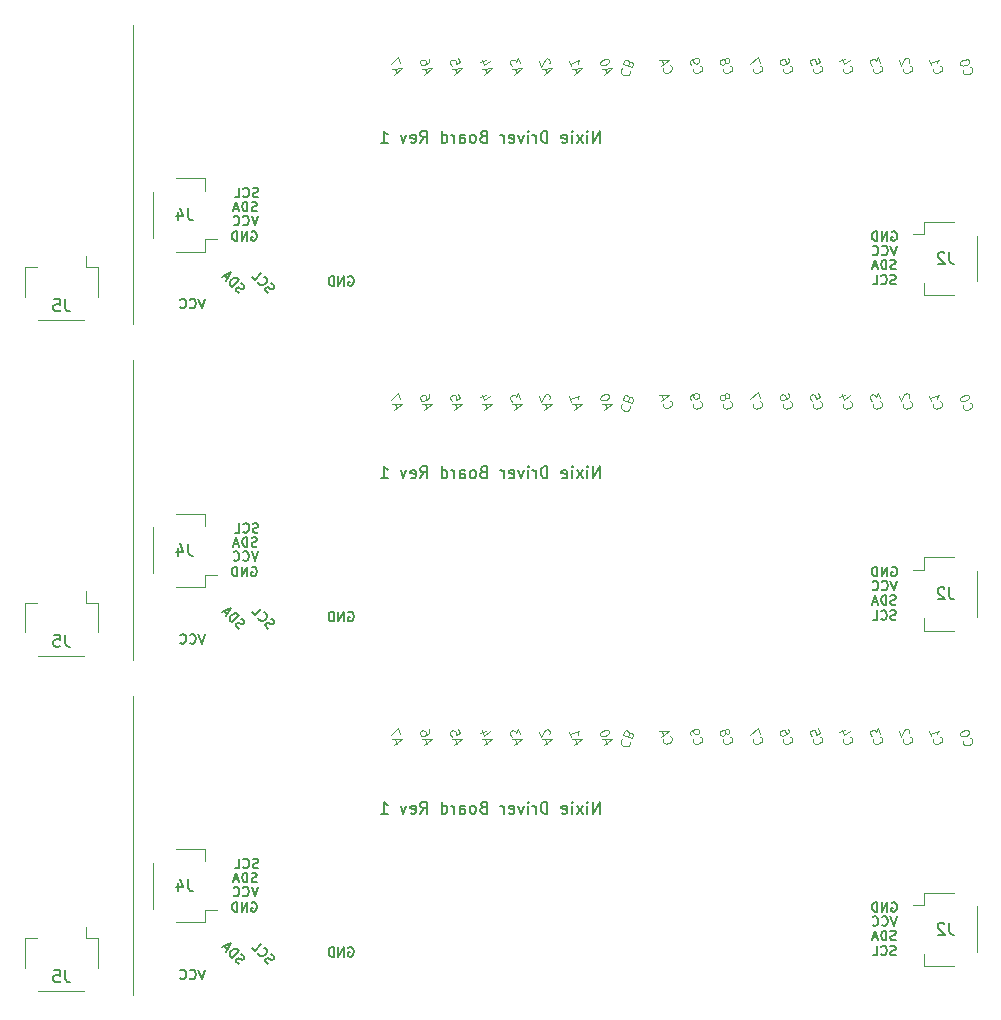
<source format=gbr>
%TF.GenerationSoftware,KiCad,Pcbnew,7.0.7*%
%TF.CreationDate,2023-10-06T22:38:46+01:00*%
%TF.ProjectId,nixie-controller-breakaway-panelized,6e697869-652d-4636-9f6e-74726f6c6c65,rev?*%
%TF.SameCoordinates,Original*%
%TF.FileFunction,Legend,Bot*%
%TF.FilePolarity,Positive*%
%FSLAX46Y46*%
G04 Gerber Fmt 4.6, Leading zero omitted, Abs format (unit mm)*
G04 Created by KiCad (PCBNEW 7.0.7) date 2023-10-06 22:38:46*
%MOMM*%
%LPD*%
G01*
G04 APERTURE LIST*
%ADD10C,0.150000*%
%ADD11C,0.100000*%
%ADD12C,0.120000*%
G04 APERTURE END LIST*
D10*
X109348935Y-107956200D02*
X109234649Y-107994295D01*
X109234649Y-107994295D02*
X109044173Y-107994295D01*
X109044173Y-107994295D02*
X108967982Y-107956200D01*
X108967982Y-107956200D02*
X108929887Y-107918104D01*
X108929887Y-107918104D02*
X108891792Y-107841914D01*
X108891792Y-107841914D02*
X108891792Y-107765723D01*
X108891792Y-107765723D02*
X108929887Y-107689533D01*
X108929887Y-107689533D02*
X108967982Y-107651438D01*
X108967982Y-107651438D02*
X109044173Y-107613342D01*
X109044173Y-107613342D02*
X109196554Y-107575247D01*
X109196554Y-107575247D02*
X109272744Y-107537152D01*
X109272744Y-107537152D02*
X109310839Y-107499057D01*
X109310839Y-107499057D02*
X109348935Y-107422866D01*
X109348935Y-107422866D02*
X109348935Y-107346676D01*
X109348935Y-107346676D02*
X109310839Y-107270485D01*
X109310839Y-107270485D02*
X109272744Y-107232390D01*
X109272744Y-107232390D02*
X109196554Y-107194295D01*
X109196554Y-107194295D02*
X109006077Y-107194295D01*
X109006077Y-107194295D02*
X108891792Y-107232390D01*
X108548934Y-107994295D02*
X108548934Y-107194295D01*
X108548934Y-107194295D02*
X108358458Y-107194295D01*
X108358458Y-107194295D02*
X108244172Y-107232390D01*
X108244172Y-107232390D02*
X108167982Y-107308580D01*
X108167982Y-107308580D02*
X108129887Y-107384771D01*
X108129887Y-107384771D02*
X108091791Y-107537152D01*
X108091791Y-107537152D02*
X108091791Y-107651438D01*
X108091791Y-107651438D02*
X108129887Y-107803819D01*
X108129887Y-107803819D02*
X108167982Y-107880009D01*
X108167982Y-107880009D02*
X108244172Y-107956200D01*
X108244172Y-107956200D02*
X108358458Y-107994295D01*
X108358458Y-107994295D02*
X108548934Y-107994295D01*
X107787030Y-107765723D02*
X107406077Y-107765723D01*
X107863220Y-107994295D02*
X107596553Y-107194295D01*
X107596553Y-107194295D02*
X107329887Y-107994295D01*
D11*
X97259508Y-91009234D02*
X97236740Y-91058061D01*
X97236740Y-91058061D02*
X97240030Y-91178484D01*
X97240030Y-91178484D02*
X97266089Y-91250080D01*
X97266089Y-91250080D02*
X97340975Y-91344444D01*
X97340975Y-91344444D02*
X97438629Y-91389981D01*
X97438629Y-91389981D02*
X97523254Y-91399720D01*
X97523254Y-91399720D02*
X97679474Y-91383401D01*
X97679474Y-91383401D02*
X97786868Y-91344313D01*
X97786868Y-91344313D02*
X97917030Y-91256397D01*
X97917030Y-91256397D02*
X97975596Y-91194541D01*
X97975596Y-91194541D02*
X98021133Y-91096887D01*
X98021133Y-91096887D02*
X98017843Y-90976464D01*
X98017843Y-90976464D02*
X97991784Y-90904868D01*
X97991784Y-90904868D02*
X97916898Y-90810504D01*
X97916898Y-90810504D02*
X97868071Y-90787736D01*
X97848461Y-90511092D02*
X97666051Y-90009923D01*
X97666051Y-90009923D02*
X97031561Y-90605719D01*
X67072537Y-91368792D02*
X66942244Y-91010814D01*
X66883809Y-91518563D02*
X67544357Y-90994363D01*
X67544357Y-90994363D02*
X66701398Y-91017394D01*
X67388005Y-90564789D02*
X67205595Y-90063620D01*
X67205595Y-90063620D02*
X66571105Y-90659416D01*
D10*
X108991792Y-104832390D02*
X109067982Y-104794295D01*
X109067982Y-104794295D02*
X109182268Y-104794295D01*
X109182268Y-104794295D02*
X109296554Y-104832390D01*
X109296554Y-104832390D02*
X109372744Y-104908580D01*
X109372744Y-104908580D02*
X109410839Y-104984771D01*
X109410839Y-104984771D02*
X109448935Y-105137152D01*
X109448935Y-105137152D02*
X109448935Y-105251438D01*
X109448935Y-105251438D02*
X109410839Y-105403819D01*
X109410839Y-105403819D02*
X109372744Y-105480009D01*
X109372744Y-105480009D02*
X109296554Y-105556200D01*
X109296554Y-105556200D02*
X109182268Y-105594295D01*
X109182268Y-105594295D02*
X109106077Y-105594295D01*
X109106077Y-105594295D02*
X108991792Y-105556200D01*
X108991792Y-105556200D02*
X108953696Y-105518104D01*
X108953696Y-105518104D02*
X108953696Y-105251438D01*
X108953696Y-105251438D02*
X109106077Y-105251438D01*
X108610839Y-105594295D02*
X108610839Y-104794295D01*
X108610839Y-104794295D02*
X108153696Y-105594295D01*
X108153696Y-105594295D02*
X108153696Y-104794295D01*
X107772744Y-105594295D02*
X107772744Y-104794295D01*
X107772744Y-104794295D02*
X107582268Y-104794295D01*
X107582268Y-104794295D02*
X107467982Y-104832390D01*
X107467982Y-104832390D02*
X107391792Y-104908580D01*
X107391792Y-104908580D02*
X107353697Y-104984771D01*
X107353697Y-104984771D02*
X107315601Y-105137152D01*
X107315601Y-105137152D02*
X107315601Y-105251438D01*
X107315601Y-105251438D02*
X107353697Y-105403819D01*
X107353697Y-105403819D02*
X107391792Y-105480009D01*
X107391792Y-105480009D02*
X107467982Y-105556200D01*
X107467982Y-105556200D02*
X107582268Y-105594295D01*
X107582268Y-105594295D02*
X107772744Y-105594295D01*
D11*
X84852537Y-91368792D02*
X84722244Y-91010814D01*
X84663809Y-91518563D02*
X85324357Y-90994363D01*
X85324357Y-90994363D02*
X84481398Y-91017394D01*
X85089829Y-90350002D02*
X85063771Y-90278407D01*
X85063771Y-90278407D02*
X85001914Y-90219840D01*
X85001914Y-90219840D02*
X84953087Y-90197072D01*
X84953087Y-90197072D02*
X84868462Y-90187333D01*
X84868462Y-90187333D02*
X84712242Y-90203652D01*
X84712242Y-90203652D02*
X84533252Y-90268799D01*
X84533252Y-90268799D02*
X84403091Y-90356714D01*
X84403091Y-90356714D02*
X84344524Y-90418571D01*
X84344524Y-90418571D02*
X84321756Y-90467398D01*
X84321756Y-90467398D02*
X84312017Y-90552023D01*
X84312017Y-90552023D02*
X84338075Y-90623618D01*
X84338075Y-90623618D02*
X84399932Y-90682185D01*
X84399932Y-90682185D02*
X84448759Y-90704953D01*
X84448759Y-90704953D02*
X84533384Y-90714692D01*
X84533384Y-90714692D02*
X84689605Y-90698373D01*
X84689605Y-90698373D02*
X84868594Y-90633226D01*
X84868594Y-90633226D02*
X84998756Y-90545311D01*
X84998756Y-90545311D02*
X85057322Y-90483454D01*
X85057322Y-90483454D02*
X85080090Y-90434627D01*
X85080090Y-90434627D02*
X85089829Y-90350002D01*
X109959508Y-91009234D02*
X109936740Y-91058061D01*
X109936740Y-91058061D02*
X109940030Y-91178484D01*
X109940030Y-91178484D02*
X109966089Y-91250080D01*
X109966089Y-91250080D02*
X110040975Y-91344444D01*
X110040975Y-91344444D02*
X110138629Y-91389981D01*
X110138629Y-91389981D02*
X110223254Y-91399720D01*
X110223254Y-91399720D02*
X110379474Y-91383401D01*
X110379474Y-91383401D02*
X110486868Y-91344313D01*
X110486868Y-91344313D02*
X110617030Y-91256397D01*
X110617030Y-91256397D02*
X110675596Y-91194541D01*
X110675596Y-91194541D02*
X110721133Y-91096887D01*
X110721133Y-91096887D02*
X110717843Y-90976464D01*
X110717843Y-90976464D02*
X110691784Y-90904868D01*
X110691784Y-90904868D02*
X110616898Y-90810504D01*
X110616898Y-90810504D02*
X110568071Y-90787736D01*
X110463836Y-90501353D02*
X110486605Y-90452526D01*
X110486605Y-90452526D02*
X110496344Y-90367901D01*
X110496344Y-90367901D02*
X110431197Y-90188912D01*
X110431197Y-90188912D02*
X110369341Y-90130346D01*
X110369341Y-90130346D02*
X110320514Y-90107577D01*
X110320514Y-90107577D02*
X110235889Y-90097838D01*
X110235889Y-90097838D02*
X110164293Y-90123897D01*
X110164293Y-90123897D02*
X110069929Y-90198782D01*
X110069929Y-90198782D02*
X109796707Y-90784708D01*
X109796707Y-90784708D02*
X109627326Y-90319337D01*
D10*
X55348935Y-101856200D02*
X55234649Y-101894295D01*
X55234649Y-101894295D02*
X55044173Y-101894295D01*
X55044173Y-101894295D02*
X54967982Y-101856200D01*
X54967982Y-101856200D02*
X54929887Y-101818104D01*
X54929887Y-101818104D02*
X54891792Y-101741914D01*
X54891792Y-101741914D02*
X54891792Y-101665723D01*
X54891792Y-101665723D02*
X54929887Y-101589533D01*
X54929887Y-101589533D02*
X54967982Y-101551438D01*
X54967982Y-101551438D02*
X55044173Y-101513342D01*
X55044173Y-101513342D02*
X55196554Y-101475247D01*
X55196554Y-101475247D02*
X55272744Y-101437152D01*
X55272744Y-101437152D02*
X55310839Y-101399057D01*
X55310839Y-101399057D02*
X55348935Y-101322866D01*
X55348935Y-101322866D02*
X55348935Y-101246676D01*
X55348935Y-101246676D02*
X55310839Y-101170485D01*
X55310839Y-101170485D02*
X55272744Y-101132390D01*
X55272744Y-101132390D02*
X55196554Y-101094295D01*
X55196554Y-101094295D02*
X55006077Y-101094295D01*
X55006077Y-101094295D02*
X54891792Y-101132390D01*
X54091791Y-101818104D02*
X54129887Y-101856200D01*
X54129887Y-101856200D02*
X54244172Y-101894295D01*
X54244172Y-101894295D02*
X54320363Y-101894295D01*
X54320363Y-101894295D02*
X54434649Y-101856200D01*
X54434649Y-101856200D02*
X54510839Y-101780009D01*
X54510839Y-101780009D02*
X54548934Y-101703819D01*
X54548934Y-101703819D02*
X54587030Y-101551438D01*
X54587030Y-101551438D02*
X54587030Y-101437152D01*
X54587030Y-101437152D02*
X54548934Y-101284771D01*
X54548934Y-101284771D02*
X54510839Y-101208580D01*
X54510839Y-101208580D02*
X54434649Y-101132390D01*
X54434649Y-101132390D02*
X54320363Y-101094295D01*
X54320363Y-101094295D02*
X54244172Y-101094295D01*
X54244172Y-101094295D02*
X54129887Y-101132390D01*
X54129887Y-101132390D02*
X54091791Y-101170485D01*
X53367982Y-101894295D02*
X53748934Y-101894295D01*
X53748934Y-101894295D02*
X53748934Y-101094295D01*
X54791792Y-104832390D02*
X54867982Y-104794295D01*
X54867982Y-104794295D02*
X54982268Y-104794295D01*
X54982268Y-104794295D02*
X55096554Y-104832390D01*
X55096554Y-104832390D02*
X55172744Y-104908580D01*
X55172744Y-104908580D02*
X55210839Y-104984771D01*
X55210839Y-104984771D02*
X55248935Y-105137152D01*
X55248935Y-105137152D02*
X55248935Y-105251438D01*
X55248935Y-105251438D02*
X55210839Y-105403819D01*
X55210839Y-105403819D02*
X55172744Y-105480009D01*
X55172744Y-105480009D02*
X55096554Y-105556200D01*
X55096554Y-105556200D02*
X54982268Y-105594295D01*
X54982268Y-105594295D02*
X54906077Y-105594295D01*
X54906077Y-105594295D02*
X54791792Y-105556200D01*
X54791792Y-105556200D02*
X54753696Y-105518104D01*
X54753696Y-105518104D02*
X54753696Y-105251438D01*
X54753696Y-105251438D02*
X54906077Y-105251438D01*
X54410839Y-105594295D02*
X54410839Y-104794295D01*
X54410839Y-104794295D02*
X53953696Y-105594295D01*
X53953696Y-105594295D02*
X53953696Y-104794295D01*
X53572744Y-105594295D02*
X53572744Y-104794295D01*
X53572744Y-104794295D02*
X53382268Y-104794295D01*
X53382268Y-104794295D02*
X53267982Y-104832390D01*
X53267982Y-104832390D02*
X53191792Y-104908580D01*
X53191792Y-104908580D02*
X53153697Y-104984771D01*
X53153697Y-104984771D02*
X53115601Y-105137152D01*
X53115601Y-105137152D02*
X53115601Y-105251438D01*
X53115601Y-105251438D02*
X53153697Y-105403819D01*
X53153697Y-105403819D02*
X53191792Y-105480009D01*
X53191792Y-105480009D02*
X53267982Y-105556200D01*
X53267982Y-105556200D02*
X53382268Y-105594295D01*
X53382268Y-105594295D02*
X53572744Y-105594295D01*
D11*
X107419508Y-91009234D02*
X107396740Y-91058061D01*
X107396740Y-91058061D02*
X107400030Y-91178484D01*
X107400030Y-91178484D02*
X107426089Y-91250080D01*
X107426089Y-91250080D02*
X107500975Y-91344444D01*
X107500975Y-91344444D02*
X107598629Y-91389981D01*
X107598629Y-91389981D02*
X107683254Y-91399720D01*
X107683254Y-91399720D02*
X107839474Y-91383401D01*
X107839474Y-91383401D02*
X107946868Y-91344313D01*
X107946868Y-91344313D02*
X108077030Y-91256397D01*
X108077030Y-91256397D02*
X108135596Y-91194541D01*
X108135596Y-91194541D02*
X108181133Y-91096887D01*
X108181133Y-91096887D02*
X108177843Y-90976464D01*
X108177843Y-90976464D02*
X108151784Y-90904868D01*
X108151784Y-90904868D02*
X108076898Y-90810504D01*
X108076898Y-90810504D02*
X108028071Y-90787736D01*
X108008461Y-90511092D02*
X107839080Y-90045721D01*
X107839080Y-90045721D02*
X107643903Y-90400540D01*
X107643903Y-90400540D02*
X107604815Y-90293147D01*
X107604815Y-90293147D02*
X107542958Y-90234580D01*
X107542958Y-90234580D02*
X107494131Y-90211812D01*
X107494131Y-90211812D02*
X107409506Y-90202073D01*
X107409506Y-90202073D02*
X107230517Y-90267219D01*
X107230517Y-90267219D02*
X107171951Y-90329076D01*
X107171951Y-90329076D02*
X107149182Y-90377903D01*
X107149182Y-90377903D02*
X107139443Y-90462528D01*
X107139443Y-90462528D02*
X107217619Y-90677315D01*
X107217619Y-90677315D02*
X107279476Y-90735881D01*
X107279476Y-90735881D02*
X107328303Y-90758650D01*
X77232537Y-91368792D02*
X77102244Y-91010814D01*
X77043809Y-91518563D02*
X77704357Y-90994363D01*
X77704357Y-90994363D02*
X76861398Y-91017394D01*
X77548005Y-90564789D02*
X77378624Y-90099417D01*
X77378624Y-90099417D02*
X77183447Y-90454237D01*
X77183447Y-90454237D02*
X77144359Y-90346843D01*
X77144359Y-90346843D02*
X77082502Y-90288277D01*
X77082502Y-90288277D02*
X77033675Y-90265509D01*
X77033675Y-90265509D02*
X76949050Y-90255770D01*
X76949050Y-90255770D02*
X76770061Y-90320916D01*
X76770061Y-90320916D02*
X76711495Y-90382773D01*
X76711495Y-90382773D02*
X76688726Y-90431600D01*
X76688726Y-90431600D02*
X76678987Y-90516225D01*
X76678987Y-90516225D02*
X76757163Y-90731012D01*
X76757163Y-90731012D02*
X76819020Y-90789578D01*
X76819020Y-90789578D02*
X76867847Y-90812346D01*
D10*
X55248935Y-103056200D02*
X55134649Y-103094295D01*
X55134649Y-103094295D02*
X54944173Y-103094295D01*
X54944173Y-103094295D02*
X54867982Y-103056200D01*
X54867982Y-103056200D02*
X54829887Y-103018104D01*
X54829887Y-103018104D02*
X54791792Y-102941914D01*
X54791792Y-102941914D02*
X54791792Y-102865723D01*
X54791792Y-102865723D02*
X54829887Y-102789533D01*
X54829887Y-102789533D02*
X54867982Y-102751438D01*
X54867982Y-102751438D02*
X54944173Y-102713342D01*
X54944173Y-102713342D02*
X55096554Y-102675247D01*
X55096554Y-102675247D02*
X55172744Y-102637152D01*
X55172744Y-102637152D02*
X55210839Y-102599057D01*
X55210839Y-102599057D02*
X55248935Y-102522866D01*
X55248935Y-102522866D02*
X55248935Y-102446676D01*
X55248935Y-102446676D02*
X55210839Y-102370485D01*
X55210839Y-102370485D02*
X55172744Y-102332390D01*
X55172744Y-102332390D02*
X55096554Y-102294295D01*
X55096554Y-102294295D02*
X54906077Y-102294295D01*
X54906077Y-102294295D02*
X54791792Y-102332390D01*
X54448934Y-103094295D02*
X54448934Y-102294295D01*
X54448934Y-102294295D02*
X54258458Y-102294295D01*
X54258458Y-102294295D02*
X54144172Y-102332390D01*
X54144172Y-102332390D02*
X54067982Y-102408580D01*
X54067982Y-102408580D02*
X54029887Y-102484771D01*
X54029887Y-102484771D02*
X53991791Y-102637152D01*
X53991791Y-102637152D02*
X53991791Y-102751438D01*
X53991791Y-102751438D02*
X54029887Y-102903819D01*
X54029887Y-102903819D02*
X54067982Y-102980009D01*
X54067982Y-102980009D02*
X54144172Y-103056200D01*
X54144172Y-103056200D02*
X54258458Y-103094295D01*
X54258458Y-103094295D02*
X54448934Y-103094295D01*
X53687030Y-102865723D02*
X53306077Y-102865723D01*
X53763220Y-103094295D02*
X53496553Y-102294295D01*
X53496553Y-102294295D02*
X53229887Y-103094295D01*
D11*
X92179508Y-91009234D02*
X92156740Y-91058061D01*
X92156740Y-91058061D02*
X92160030Y-91178484D01*
X92160030Y-91178484D02*
X92186089Y-91250080D01*
X92186089Y-91250080D02*
X92260975Y-91344444D01*
X92260975Y-91344444D02*
X92358629Y-91389981D01*
X92358629Y-91389981D02*
X92443254Y-91399720D01*
X92443254Y-91399720D02*
X92599474Y-91383401D01*
X92599474Y-91383401D02*
X92706868Y-91344313D01*
X92706868Y-91344313D02*
X92837030Y-91256397D01*
X92837030Y-91256397D02*
X92895596Y-91194541D01*
X92895596Y-91194541D02*
X92941133Y-91096887D01*
X92941133Y-91096887D02*
X92937843Y-90976464D01*
X92937843Y-90976464D02*
X92911784Y-90904868D01*
X92911784Y-90904868D02*
X92836898Y-90810504D01*
X92836898Y-90810504D02*
X92788071Y-90787736D01*
X91977619Y-90677315D02*
X91925502Y-90534124D01*
X91925502Y-90534124D02*
X91935241Y-90449499D01*
X91935241Y-90449499D02*
X91958010Y-90400671D01*
X91958010Y-90400671D02*
X92039344Y-90289988D01*
X92039344Y-90289988D02*
X92169506Y-90202073D01*
X92169506Y-90202073D02*
X92455889Y-90097838D01*
X92455889Y-90097838D02*
X92540514Y-90107577D01*
X92540514Y-90107577D02*
X92589341Y-90130346D01*
X92589341Y-90130346D02*
X92651197Y-90188912D01*
X92651197Y-90188912D02*
X92703315Y-90332103D01*
X92703315Y-90332103D02*
X92693576Y-90416728D01*
X92693576Y-90416728D02*
X92670807Y-90465555D01*
X92670807Y-90465555D02*
X92612241Y-90527412D01*
X92612241Y-90527412D02*
X92433252Y-90592558D01*
X92433252Y-90592558D02*
X92348627Y-90582819D01*
X92348627Y-90582819D02*
X92299800Y-90560051D01*
X92299800Y-90560051D02*
X92237943Y-90501485D01*
X92237943Y-90501485D02*
X92185826Y-90358293D01*
X92185826Y-90358293D02*
X92195565Y-90273668D01*
X92195565Y-90273668D02*
X92218333Y-90224841D01*
X92218333Y-90224841D02*
X92276900Y-90162985D01*
D10*
X109425125Y-105994295D02*
X109158458Y-106794295D01*
X109158458Y-106794295D02*
X108891792Y-105994295D01*
X108167982Y-106718104D02*
X108206078Y-106756200D01*
X108206078Y-106756200D02*
X108320363Y-106794295D01*
X108320363Y-106794295D02*
X108396554Y-106794295D01*
X108396554Y-106794295D02*
X108510840Y-106756200D01*
X108510840Y-106756200D02*
X108587030Y-106680009D01*
X108587030Y-106680009D02*
X108625125Y-106603819D01*
X108625125Y-106603819D02*
X108663221Y-106451438D01*
X108663221Y-106451438D02*
X108663221Y-106337152D01*
X108663221Y-106337152D02*
X108625125Y-106184771D01*
X108625125Y-106184771D02*
X108587030Y-106108580D01*
X108587030Y-106108580D02*
X108510840Y-106032390D01*
X108510840Y-106032390D02*
X108396554Y-105994295D01*
X108396554Y-105994295D02*
X108320363Y-105994295D01*
X108320363Y-105994295D02*
X108206078Y-106032390D01*
X108206078Y-106032390D02*
X108167982Y-106070485D01*
X107367982Y-106718104D02*
X107406078Y-106756200D01*
X107406078Y-106756200D02*
X107520363Y-106794295D01*
X107520363Y-106794295D02*
X107596554Y-106794295D01*
X107596554Y-106794295D02*
X107710840Y-106756200D01*
X107710840Y-106756200D02*
X107787030Y-106680009D01*
X107787030Y-106680009D02*
X107825125Y-106603819D01*
X107825125Y-106603819D02*
X107863221Y-106451438D01*
X107863221Y-106451438D02*
X107863221Y-106337152D01*
X107863221Y-106337152D02*
X107825125Y-106184771D01*
X107825125Y-106184771D02*
X107787030Y-106108580D01*
X107787030Y-106108580D02*
X107710840Y-106032390D01*
X107710840Y-106032390D02*
X107596554Y-105994295D01*
X107596554Y-105994295D02*
X107520363Y-105994295D01*
X107520363Y-105994295D02*
X107406078Y-106032390D01*
X107406078Y-106032390D02*
X107367982Y-106070485D01*
D11*
X79772537Y-91368792D02*
X79642244Y-91010814D01*
X79583809Y-91518563D02*
X80244357Y-90994363D01*
X80244357Y-90994363D02*
X79401398Y-91017394D01*
X80003381Y-90555050D02*
X80026149Y-90506223D01*
X80026149Y-90506223D02*
X80035888Y-90421598D01*
X80035888Y-90421598D02*
X79970741Y-90242609D01*
X79970741Y-90242609D02*
X79908885Y-90184042D01*
X79908885Y-90184042D02*
X79860058Y-90161274D01*
X79860058Y-90161274D02*
X79775433Y-90151535D01*
X79775433Y-90151535D02*
X79703837Y-90177594D01*
X79703837Y-90177594D02*
X79609473Y-90252479D01*
X79609473Y-90252479D02*
X79336251Y-90838405D01*
X79336251Y-90838405D02*
X79166870Y-90373034D01*
D10*
X62991792Y-108632390D02*
X63067982Y-108594295D01*
X63067982Y-108594295D02*
X63182268Y-108594295D01*
X63182268Y-108594295D02*
X63296554Y-108632390D01*
X63296554Y-108632390D02*
X63372744Y-108708580D01*
X63372744Y-108708580D02*
X63410839Y-108784771D01*
X63410839Y-108784771D02*
X63448935Y-108937152D01*
X63448935Y-108937152D02*
X63448935Y-109051438D01*
X63448935Y-109051438D02*
X63410839Y-109203819D01*
X63410839Y-109203819D02*
X63372744Y-109280009D01*
X63372744Y-109280009D02*
X63296554Y-109356200D01*
X63296554Y-109356200D02*
X63182268Y-109394295D01*
X63182268Y-109394295D02*
X63106077Y-109394295D01*
X63106077Y-109394295D02*
X62991792Y-109356200D01*
X62991792Y-109356200D02*
X62953696Y-109318104D01*
X62953696Y-109318104D02*
X62953696Y-109051438D01*
X62953696Y-109051438D02*
X63106077Y-109051438D01*
X62610839Y-109394295D02*
X62610839Y-108594295D01*
X62610839Y-108594295D02*
X62153696Y-109394295D01*
X62153696Y-109394295D02*
X62153696Y-108594295D01*
X61772744Y-109394295D02*
X61772744Y-108594295D01*
X61772744Y-108594295D02*
X61582268Y-108594295D01*
X61582268Y-108594295D02*
X61467982Y-108632390D01*
X61467982Y-108632390D02*
X61391792Y-108708580D01*
X61391792Y-108708580D02*
X61353697Y-108784771D01*
X61353697Y-108784771D02*
X61315601Y-108937152D01*
X61315601Y-108937152D02*
X61315601Y-109051438D01*
X61315601Y-109051438D02*
X61353697Y-109203819D01*
X61353697Y-109203819D02*
X61391792Y-109280009D01*
X61391792Y-109280009D02*
X61467982Y-109356200D01*
X61467982Y-109356200D02*
X61582268Y-109394295D01*
X61582268Y-109394295D02*
X61772744Y-109394295D01*
D11*
X72152537Y-91368792D02*
X72022244Y-91010814D01*
X71963809Y-91518563D02*
X72624357Y-90994363D01*
X72624357Y-90994363D02*
X71781398Y-91017394D01*
X72311653Y-90135215D02*
X72441947Y-90493193D01*
X72441947Y-90493193D02*
X72096998Y-90659285D01*
X72096998Y-90659285D02*
X72119766Y-90610457D01*
X72119766Y-90610457D02*
X72129506Y-90525833D01*
X72129506Y-90525833D02*
X72064359Y-90346843D01*
X72064359Y-90346843D02*
X72002502Y-90288277D01*
X72002502Y-90288277D02*
X71953675Y-90265509D01*
X71953675Y-90265509D02*
X71869050Y-90255770D01*
X71869050Y-90255770D02*
X71690061Y-90320916D01*
X71690061Y-90320916D02*
X71631495Y-90382773D01*
X71631495Y-90382773D02*
X71608726Y-90431600D01*
X71608726Y-90431600D02*
X71598987Y-90516225D01*
X71598987Y-90516225D02*
X71664134Y-90695214D01*
X71664134Y-90695214D02*
X71725991Y-90753780D01*
X71725991Y-90753780D02*
X71774818Y-90776549D01*
X69612537Y-91368792D02*
X69482244Y-91010814D01*
X69423809Y-91518563D02*
X70084357Y-90994363D01*
X70084357Y-90994363D02*
X69241398Y-91017394D01*
X69784683Y-90171013D02*
X69836800Y-90314204D01*
X69836800Y-90314204D02*
X69827061Y-90398829D01*
X69827061Y-90398829D02*
X69804292Y-90447656D01*
X69804292Y-90447656D02*
X69722958Y-90558340D01*
X69722958Y-90558340D02*
X69592796Y-90646255D01*
X69592796Y-90646255D02*
X69306413Y-90750490D01*
X69306413Y-90750490D02*
X69221788Y-90740751D01*
X69221788Y-90740751D02*
X69172961Y-90717982D01*
X69172961Y-90717982D02*
X69111105Y-90659416D01*
X69111105Y-90659416D02*
X69058987Y-90516225D01*
X69058987Y-90516225D02*
X69068726Y-90431600D01*
X69068726Y-90431600D02*
X69091495Y-90382773D01*
X69091495Y-90382773D02*
X69150061Y-90320916D01*
X69150061Y-90320916D02*
X69329050Y-90255770D01*
X69329050Y-90255770D02*
X69413675Y-90265509D01*
X69413675Y-90265509D02*
X69462502Y-90288277D01*
X69462502Y-90288277D02*
X69524359Y-90346843D01*
X69524359Y-90346843D02*
X69576476Y-90490035D01*
X69576476Y-90490035D02*
X69566737Y-90574660D01*
X69566737Y-90574660D02*
X69543969Y-90623487D01*
X69543969Y-90623487D02*
X69485402Y-90685343D01*
X115039508Y-91110834D02*
X115016740Y-91159661D01*
X115016740Y-91159661D02*
X115020030Y-91280084D01*
X115020030Y-91280084D02*
X115046089Y-91351680D01*
X115046089Y-91351680D02*
X115120975Y-91446044D01*
X115120975Y-91446044D02*
X115218629Y-91491581D01*
X115218629Y-91491581D02*
X115303254Y-91501320D01*
X115303254Y-91501320D02*
X115459474Y-91485001D01*
X115459474Y-91485001D02*
X115566868Y-91445913D01*
X115566868Y-91445913D02*
X115697030Y-91357997D01*
X115697030Y-91357997D02*
X115755596Y-91296141D01*
X115755596Y-91296141D02*
X115801133Y-91198487D01*
X115801133Y-91198487D02*
X115797843Y-91078064D01*
X115797843Y-91078064D02*
X115771784Y-91006468D01*
X115771784Y-91006468D02*
X115696898Y-90912104D01*
X115696898Y-90912104D02*
X115648071Y-90889336D01*
X115550285Y-90397905D02*
X115524227Y-90326310D01*
X115524227Y-90326310D02*
X115462370Y-90267743D01*
X115462370Y-90267743D02*
X115413543Y-90244975D01*
X115413543Y-90244975D02*
X115328918Y-90235236D01*
X115328918Y-90235236D02*
X115172698Y-90251555D01*
X115172698Y-90251555D02*
X114993708Y-90316702D01*
X114993708Y-90316702D02*
X114863547Y-90404617D01*
X114863547Y-90404617D02*
X114804980Y-90466474D01*
X114804980Y-90466474D02*
X114782212Y-90515301D01*
X114782212Y-90515301D02*
X114772473Y-90599926D01*
X114772473Y-90599926D02*
X114798531Y-90671521D01*
X114798531Y-90671521D02*
X114860388Y-90730088D01*
X114860388Y-90730088D02*
X114909215Y-90752856D01*
X114909215Y-90752856D02*
X114993840Y-90762595D01*
X114993840Y-90762595D02*
X115150060Y-90746276D01*
X115150060Y-90746276D02*
X115329050Y-90681129D01*
X115329050Y-90681129D02*
X115459211Y-90593214D01*
X115459211Y-90593214D02*
X115517778Y-90531357D01*
X115517778Y-90531357D02*
X115540546Y-90482530D01*
X115540546Y-90482530D02*
X115550285Y-90397905D01*
X112499508Y-91009234D02*
X112476740Y-91058061D01*
X112476740Y-91058061D02*
X112480030Y-91178484D01*
X112480030Y-91178484D02*
X112506089Y-91250080D01*
X112506089Y-91250080D02*
X112580975Y-91344444D01*
X112580975Y-91344444D02*
X112678629Y-91389981D01*
X112678629Y-91389981D02*
X112763254Y-91399720D01*
X112763254Y-91399720D02*
X112919474Y-91383401D01*
X112919474Y-91383401D02*
X113026868Y-91344313D01*
X113026868Y-91344313D02*
X113157030Y-91256397D01*
X113157030Y-91256397D02*
X113215596Y-91194541D01*
X113215596Y-91194541D02*
X113261133Y-91096887D01*
X113261133Y-91096887D02*
X113257843Y-90976464D01*
X113257843Y-90976464D02*
X113231784Y-90904868D01*
X113231784Y-90904868D02*
X113156898Y-90810504D01*
X113156898Y-90810504D02*
X113108071Y-90787736D01*
X112167326Y-90319337D02*
X112323678Y-90748911D01*
X112245502Y-90534124D02*
X112997256Y-90260508D01*
X112997256Y-90260508D02*
X112915921Y-90371191D01*
X112915921Y-90371191D02*
X112870384Y-90468845D01*
X112870384Y-90468845D02*
X112860645Y-90553470D01*
X89626479Y-90973437D02*
X89603711Y-91022264D01*
X89603711Y-91022264D02*
X89607001Y-91142687D01*
X89607001Y-91142687D02*
X89633059Y-91214282D01*
X89633059Y-91214282D02*
X89707945Y-91308646D01*
X89707945Y-91308646D02*
X89805600Y-91354183D01*
X89805600Y-91354183D02*
X89890225Y-91363922D01*
X89890225Y-91363922D02*
X90046445Y-91347603D01*
X90046445Y-91347603D02*
X90153839Y-91308515D01*
X90153839Y-91308515D02*
X90284001Y-91220600D01*
X90284001Y-91220600D02*
X90342567Y-91158743D01*
X90342567Y-91158743D02*
X90388104Y-91061089D01*
X90388104Y-91061089D02*
X90384814Y-90940666D01*
X90384814Y-90940666D02*
X90358755Y-90869071D01*
X90358755Y-90869071D02*
X90283869Y-90774706D01*
X90283869Y-90774706D02*
X90235042Y-90751938D01*
X89665436Y-90634937D02*
X89535142Y-90276959D01*
X89476707Y-90784709D02*
X90137256Y-90260508D01*
X90137256Y-90260508D02*
X89294297Y-90283539D01*
D10*
X55325125Y-103494295D02*
X55058458Y-104294295D01*
X55058458Y-104294295D02*
X54791792Y-103494295D01*
X54067982Y-104218104D02*
X54106078Y-104256200D01*
X54106078Y-104256200D02*
X54220363Y-104294295D01*
X54220363Y-104294295D02*
X54296554Y-104294295D01*
X54296554Y-104294295D02*
X54410840Y-104256200D01*
X54410840Y-104256200D02*
X54487030Y-104180009D01*
X54487030Y-104180009D02*
X54525125Y-104103819D01*
X54525125Y-104103819D02*
X54563221Y-103951438D01*
X54563221Y-103951438D02*
X54563221Y-103837152D01*
X54563221Y-103837152D02*
X54525125Y-103684771D01*
X54525125Y-103684771D02*
X54487030Y-103608580D01*
X54487030Y-103608580D02*
X54410840Y-103532390D01*
X54410840Y-103532390D02*
X54296554Y-103494295D01*
X54296554Y-103494295D02*
X54220363Y-103494295D01*
X54220363Y-103494295D02*
X54106078Y-103532390D01*
X54106078Y-103532390D02*
X54067982Y-103570485D01*
X53267982Y-104218104D02*
X53306078Y-104256200D01*
X53306078Y-104256200D02*
X53420363Y-104294295D01*
X53420363Y-104294295D02*
X53496554Y-104294295D01*
X53496554Y-104294295D02*
X53610840Y-104256200D01*
X53610840Y-104256200D02*
X53687030Y-104180009D01*
X53687030Y-104180009D02*
X53725125Y-104103819D01*
X53725125Y-104103819D02*
X53763221Y-103951438D01*
X53763221Y-103951438D02*
X53763221Y-103837152D01*
X53763221Y-103837152D02*
X53725125Y-103684771D01*
X53725125Y-103684771D02*
X53687030Y-103608580D01*
X53687030Y-103608580D02*
X53610840Y-103532390D01*
X53610840Y-103532390D02*
X53496554Y-103494295D01*
X53496554Y-103494295D02*
X53420363Y-103494295D01*
X53420363Y-103494295D02*
X53306078Y-103532390D01*
X53306078Y-103532390D02*
X53267982Y-103570485D01*
D11*
X86188988Y-90982048D02*
X86140161Y-91004816D01*
X86140161Y-91004816D02*
X86065275Y-91099180D01*
X86065275Y-91099180D02*
X86039217Y-91170776D01*
X86039217Y-91170776D02*
X86035927Y-91291199D01*
X86035927Y-91291199D02*
X86081463Y-91388853D01*
X86081463Y-91388853D02*
X86140030Y-91450710D01*
X86140030Y-91450710D02*
X86270192Y-91538625D01*
X86270192Y-91538625D02*
X86377585Y-91577713D01*
X86377585Y-91577713D02*
X86533806Y-91594032D01*
X86533806Y-91594032D02*
X86618431Y-91584293D01*
X86618431Y-91584293D02*
X86716085Y-91538756D01*
X86716085Y-91538756D02*
X86790971Y-91444392D01*
X86790971Y-91444392D02*
X86817030Y-91372797D01*
X86817030Y-91372797D02*
X86820320Y-91252374D01*
X86820320Y-91252374D02*
X86797551Y-91203547D01*
X86719638Y-90526547D02*
X86722928Y-90406124D01*
X86722928Y-90406124D02*
X86700160Y-90357297D01*
X86700160Y-90357297D02*
X86641594Y-90295441D01*
X86641594Y-90295441D02*
X86534200Y-90256352D01*
X86534200Y-90256352D02*
X86449575Y-90266092D01*
X86449575Y-90266092D02*
X86400748Y-90288860D01*
X86400748Y-90288860D02*
X86338892Y-90347426D01*
X86338892Y-90347426D02*
X86234657Y-90633809D01*
X86234657Y-90633809D02*
X86986411Y-90907425D01*
X86986411Y-90907425D02*
X87077616Y-90656840D01*
X87077616Y-90656840D02*
X87067877Y-90572215D01*
X87067877Y-90572215D02*
X87045109Y-90523388D01*
X87045109Y-90523388D02*
X86986542Y-90461532D01*
X86986542Y-90461532D02*
X86914947Y-90435473D01*
X86914947Y-90435473D02*
X86830322Y-90445212D01*
X86830322Y-90445212D02*
X86781495Y-90467981D01*
X86781495Y-90467981D02*
X86719638Y-90526547D01*
X86719638Y-90526547D02*
X86628433Y-90777132D01*
D10*
X53724152Y-110020788D02*
X53616402Y-109966913D01*
X53616402Y-109966913D02*
X53481715Y-109832226D01*
X53481715Y-109832226D02*
X53454778Y-109751414D01*
X53454778Y-109751414D02*
X53454778Y-109697539D01*
X53454778Y-109697539D02*
X53481715Y-109616727D01*
X53481715Y-109616727D02*
X53535590Y-109562852D01*
X53535590Y-109562852D02*
X53616402Y-109535915D01*
X53616402Y-109535915D02*
X53670277Y-109535915D01*
X53670277Y-109535915D02*
X53751089Y-109562852D01*
X53751089Y-109562852D02*
X53885776Y-109643664D01*
X53885776Y-109643664D02*
X53966588Y-109670602D01*
X53966588Y-109670602D02*
X54020463Y-109670602D01*
X54020463Y-109670602D02*
X54101275Y-109643664D01*
X54101275Y-109643664D02*
X54155150Y-109589789D01*
X54155150Y-109589789D02*
X54182088Y-109508977D01*
X54182088Y-109508977D02*
X54182088Y-109455102D01*
X54182088Y-109455102D02*
X54155150Y-109374290D01*
X54155150Y-109374290D02*
X54020463Y-109239603D01*
X54020463Y-109239603D02*
X53912714Y-109185728D01*
X53131529Y-109482040D02*
X53697214Y-108916354D01*
X53697214Y-108916354D02*
X53562527Y-108781667D01*
X53562527Y-108781667D02*
X53454778Y-108727792D01*
X53454778Y-108727792D02*
X53347028Y-108727792D01*
X53347028Y-108727792D02*
X53266216Y-108754730D01*
X53266216Y-108754730D02*
X53131529Y-108835542D01*
X53131529Y-108835542D02*
X53050717Y-108916354D01*
X53050717Y-108916354D02*
X52969904Y-109051041D01*
X52969904Y-109051041D02*
X52942967Y-109131853D01*
X52942967Y-109131853D02*
X52942967Y-109239603D01*
X52942967Y-109239603D02*
X52996842Y-109347353D01*
X52996842Y-109347353D02*
X53131529Y-109482040D01*
X52754405Y-108781667D02*
X52485031Y-108512293D01*
X52646656Y-108997166D02*
X53023779Y-108242919D01*
X53023779Y-108242919D02*
X52269532Y-108620043D01*
X50825125Y-110494295D02*
X50558458Y-111294295D01*
X50558458Y-111294295D02*
X50291792Y-110494295D01*
X49567982Y-111218104D02*
X49606078Y-111256200D01*
X49606078Y-111256200D02*
X49720363Y-111294295D01*
X49720363Y-111294295D02*
X49796554Y-111294295D01*
X49796554Y-111294295D02*
X49910840Y-111256200D01*
X49910840Y-111256200D02*
X49987030Y-111180009D01*
X49987030Y-111180009D02*
X50025125Y-111103819D01*
X50025125Y-111103819D02*
X50063221Y-110951438D01*
X50063221Y-110951438D02*
X50063221Y-110837152D01*
X50063221Y-110837152D02*
X50025125Y-110684771D01*
X50025125Y-110684771D02*
X49987030Y-110608580D01*
X49987030Y-110608580D02*
X49910840Y-110532390D01*
X49910840Y-110532390D02*
X49796554Y-110494295D01*
X49796554Y-110494295D02*
X49720363Y-110494295D01*
X49720363Y-110494295D02*
X49606078Y-110532390D01*
X49606078Y-110532390D02*
X49567982Y-110570485D01*
X48767982Y-111218104D02*
X48806078Y-111256200D01*
X48806078Y-111256200D02*
X48920363Y-111294295D01*
X48920363Y-111294295D02*
X48996554Y-111294295D01*
X48996554Y-111294295D02*
X49110840Y-111256200D01*
X49110840Y-111256200D02*
X49187030Y-111180009D01*
X49187030Y-111180009D02*
X49225125Y-111103819D01*
X49225125Y-111103819D02*
X49263221Y-110951438D01*
X49263221Y-110951438D02*
X49263221Y-110837152D01*
X49263221Y-110837152D02*
X49225125Y-110684771D01*
X49225125Y-110684771D02*
X49187030Y-110608580D01*
X49187030Y-110608580D02*
X49110840Y-110532390D01*
X49110840Y-110532390D02*
X48996554Y-110494295D01*
X48996554Y-110494295D02*
X48920363Y-110494295D01*
X48920363Y-110494295D02*
X48806078Y-110532390D01*
X48806078Y-110532390D02*
X48767982Y-110570485D01*
D11*
X82312537Y-91368792D02*
X82182244Y-91010814D01*
X82123809Y-91518563D02*
X82784357Y-90994363D01*
X82784357Y-90994363D02*
X81941398Y-91017394D01*
X81706870Y-90373034D02*
X81863222Y-90802607D01*
X81785046Y-90587820D02*
X82536800Y-90314204D01*
X82536800Y-90314204D02*
X82455465Y-90424888D01*
X82455465Y-90424888D02*
X82409928Y-90522542D01*
X82409928Y-90522542D02*
X82400189Y-90607167D01*
D10*
X56224152Y-110020788D02*
X56116402Y-109966913D01*
X56116402Y-109966913D02*
X55981715Y-109832226D01*
X55981715Y-109832226D02*
X55954778Y-109751414D01*
X55954778Y-109751414D02*
X55954778Y-109697539D01*
X55954778Y-109697539D02*
X55981715Y-109616727D01*
X55981715Y-109616727D02*
X56035590Y-109562852D01*
X56035590Y-109562852D02*
X56116402Y-109535915D01*
X56116402Y-109535915D02*
X56170277Y-109535915D01*
X56170277Y-109535915D02*
X56251089Y-109562852D01*
X56251089Y-109562852D02*
X56385776Y-109643664D01*
X56385776Y-109643664D02*
X56466588Y-109670602D01*
X56466588Y-109670602D02*
X56520463Y-109670602D01*
X56520463Y-109670602D02*
X56601275Y-109643664D01*
X56601275Y-109643664D02*
X56655150Y-109589789D01*
X56655150Y-109589789D02*
X56682088Y-109508977D01*
X56682088Y-109508977D02*
X56682088Y-109455102D01*
X56682088Y-109455102D02*
X56655150Y-109374290D01*
X56655150Y-109374290D02*
X56520463Y-109239603D01*
X56520463Y-109239603D02*
X56412714Y-109185728D01*
X55362155Y-109104916D02*
X55362155Y-109158791D01*
X55362155Y-109158791D02*
X55416030Y-109266540D01*
X55416030Y-109266540D02*
X55469904Y-109320415D01*
X55469904Y-109320415D02*
X55577654Y-109374290D01*
X55577654Y-109374290D02*
X55685404Y-109374290D01*
X55685404Y-109374290D02*
X55766216Y-109347353D01*
X55766216Y-109347353D02*
X55900903Y-109266540D01*
X55900903Y-109266540D02*
X55981715Y-109185728D01*
X55981715Y-109185728D02*
X56062527Y-109051041D01*
X56062527Y-109051041D02*
X56089465Y-108970229D01*
X56089465Y-108970229D02*
X56089465Y-108862479D01*
X56089465Y-108862479D02*
X56035590Y-108754730D01*
X56035590Y-108754730D02*
X55981715Y-108700855D01*
X55981715Y-108700855D02*
X55873965Y-108646980D01*
X55873965Y-108646980D02*
X55820091Y-108646980D01*
X54796469Y-108646980D02*
X55065843Y-108916354D01*
X55065843Y-108916354D02*
X55631529Y-108350669D01*
D11*
X74692537Y-91368792D02*
X74562244Y-91010814D01*
X74503809Y-91518563D02*
X75164357Y-90994363D01*
X75164357Y-90994363D02*
X74321398Y-91017394D01*
X74614098Y-90262218D02*
X74112929Y-90444629D01*
X74965627Y-90336973D02*
X74493807Y-90711402D01*
X74493807Y-90711402D02*
X74324425Y-90246030D01*
X102339508Y-91009234D02*
X102316740Y-91058061D01*
X102316740Y-91058061D02*
X102320030Y-91178484D01*
X102320030Y-91178484D02*
X102346089Y-91250080D01*
X102346089Y-91250080D02*
X102420975Y-91344444D01*
X102420975Y-91344444D02*
X102518629Y-91389981D01*
X102518629Y-91389981D02*
X102603254Y-91399720D01*
X102603254Y-91399720D02*
X102759474Y-91383401D01*
X102759474Y-91383401D02*
X102866868Y-91344313D01*
X102866868Y-91344313D02*
X102997030Y-91256397D01*
X102997030Y-91256397D02*
X103055596Y-91194541D01*
X103055596Y-91194541D02*
X103101133Y-91096887D01*
X103101133Y-91096887D02*
X103097843Y-90976464D01*
X103097843Y-90976464D02*
X103071784Y-90904868D01*
X103071784Y-90904868D02*
X102996898Y-90810504D01*
X102996898Y-90810504D02*
X102948071Y-90787736D01*
X102772109Y-90081518D02*
X102902403Y-90439497D01*
X102902403Y-90439497D02*
X102557454Y-90605588D01*
X102557454Y-90605588D02*
X102580222Y-90556761D01*
X102580222Y-90556761D02*
X102589962Y-90472136D01*
X102589962Y-90472136D02*
X102524815Y-90293147D01*
X102524815Y-90293147D02*
X102462958Y-90234580D01*
X102462958Y-90234580D02*
X102414131Y-90211812D01*
X102414131Y-90211812D02*
X102329506Y-90202073D01*
X102329506Y-90202073D02*
X102150517Y-90267219D01*
X102150517Y-90267219D02*
X102091951Y-90329076D01*
X102091951Y-90329076D02*
X102069182Y-90377903D01*
X102069182Y-90377903D02*
X102059443Y-90462528D01*
X102059443Y-90462528D02*
X102124590Y-90641517D01*
X102124590Y-90641517D02*
X102186446Y-90700083D01*
X102186446Y-90700083D02*
X102235274Y-90722852D01*
D10*
X109348935Y-109256200D02*
X109234649Y-109294295D01*
X109234649Y-109294295D02*
X109044173Y-109294295D01*
X109044173Y-109294295D02*
X108967982Y-109256200D01*
X108967982Y-109256200D02*
X108929887Y-109218104D01*
X108929887Y-109218104D02*
X108891792Y-109141914D01*
X108891792Y-109141914D02*
X108891792Y-109065723D01*
X108891792Y-109065723D02*
X108929887Y-108989533D01*
X108929887Y-108989533D02*
X108967982Y-108951438D01*
X108967982Y-108951438D02*
X109044173Y-108913342D01*
X109044173Y-108913342D02*
X109196554Y-108875247D01*
X109196554Y-108875247D02*
X109272744Y-108837152D01*
X109272744Y-108837152D02*
X109310839Y-108799057D01*
X109310839Y-108799057D02*
X109348935Y-108722866D01*
X109348935Y-108722866D02*
X109348935Y-108646676D01*
X109348935Y-108646676D02*
X109310839Y-108570485D01*
X109310839Y-108570485D02*
X109272744Y-108532390D01*
X109272744Y-108532390D02*
X109196554Y-108494295D01*
X109196554Y-108494295D02*
X109006077Y-108494295D01*
X109006077Y-108494295D02*
X108891792Y-108532390D01*
X108091791Y-109218104D02*
X108129887Y-109256200D01*
X108129887Y-109256200D02*
X108244172Y-109294295D01*
X108244172Y-109294295D02*
X108320363Y-109294295D01*
X108320363Y-109294295D02*
X108434649Y-109256200D01*
X108434649Y-109256200D02*
X108510839Y-109180009D01*
X108510839Y-109180009D02*
X108548934Y-109103819D01*
X108548934Y-109103819D02*
X108587030Y-108951438D01*
X108587030Y-108951438D02*
X108587030Y-108837152D01*
X108587030Y-108837152D02*
X108548934Y-108684771D01*
X108548934Y-108684771D02*
X108510839Y-108608580D01*
X108510839Y-108608580D02*
X108434649Y-108532390D01*
X108434649Y-108532390D02*
X108320363Y-108494295D01*
X108320363Y-108494295D02*
X108244172Y-108494295D01*
X108244172Y-108494295D02*
X108129887Y-108532390D01*
X108129887Y-108532390D02*
X108091791Y-108570485D01*
X107367982Y-109294295D02*
X107748934Y-109294295D01*
X107748934Y-109294295D02*
X107748934Y-108494295D01*
D11*
X104879508Y-91009234D02*
X104856740Y-91058061D01*
X104856740Y-91058061D02*
X104860030Y-91178484D01*
X104860030Y-91178484D02*
X104886089Y-91250080D01*
X104886089Y-91250080D02*
X104960975Y-91344444D01*
X104960975Y-91344444D02*
X105058629Y-91389981D01*
X105058629Y-91389981D02*
X105143254Y-91399720D01*
X105143254Y-91399720D02*
X105299474Y-91383401D01*
X105299474Y-91383401D02*
X105406868Y-91344313D01*
X105406868Y-91344313D02*
X105537030Y-91256397D01*
X105537030Y-91256397D02*
X105595596Y-91194541D01*
X105595596Y-91194541D02*
X105641133Y-91096887D01*
X105641133Y-91096887D02*
X105637843Y-90976464D01*
X105637843Y-90976464D02*
X105611784Y-90904868D01*
X105611784Y-90904868D02*
X105536898Y-90810504D01*
X105536898Y-90810504D02*
X105488071Y-90787736D01*
X105074554Y-90208522D02*
X104573385Y-90390932D01*
X105426083Y-90283276D02*
X104954263Y-90657705D01*
X104954263Y-90657705D02*
X104784881Y-90192334D01*
D10*
X84269695Y-97285219D02*
X84269695Y-96285219D01*
X84269695Y-96285219D02*
X83698267Y-97285219D01*
X83698267Y-97285219D02*
X83698267Y-96285219D01*
X83222076Y-97285219D02*
X83222076Y-96618552D01*
X83222076Y-96285219D02*
X83269695Y-96332838D01*
X83269695Y-96332838D02*
X83222076Y-96380457D01*
X83222076Y-96380457D02*
X83174457Y-96332838D01*
X83174457Y-96332838D02*
X83222076Y-96285219D01*
X83222076Y-96285219D02*
X83222076Y-96380457D01*
X82841124Y-97285219D02*
X82317315Y-96618552D01*
X82841124Y-96618552D02*
X82317315Y-97285219D01*
X81936362Y-97285219D02*
X81936362Y-96618552D01*
X81936362Y-96285219D02*
X81983981Y-96332838D01*
X81983981Y-96332838D02*
X81936362Y-96380457D01*
X81936362Y-96380457D02*
X81888743Y-96332838D01*
X81888743Y-96332838D02*
X81936362Y-96285219D01*
X81936362Y-96285219D02*
X81936362Y-96380457D01*
X81079220Y-97237600D02*
X81174458Y-97285219D01*
X81174458Y-97285219D02*
X81364934Y-97285219D01*
X81364934Y-97285219D02*
X81460172Y-97237600D01*
X81460172Y-97237600D02*
X81507791Y-97142361D01*
X81507791Y-97142361D02*
X81507791Y-96761409D01*
X81507791Y-96761409D02*
X81460172Y-96666171D01*
X81460172Y-96666171D02*
X81364934Y-96618552D01*
X81364934Y-96618552D02*
X81174458Y-96618552D01*
X81174458Y-96618552D02*
X81079220Y-96666171D01*
X81079220Y-96666171D02*
X81031601Y-96761409D01*
X81031601Y-96761409D02*
X81031601Y-96856647D01*
X81031601Y-96856647D02*
X81507791Y-96951885D01*
X79841124Y-97285219D02*
X79841124Y-96285219D01*
X79841124Y-96285219D02*
X79603029Y-96285219D01*
X79603029Y-96285219D02*
X79460172Y-96332838D01*
X79460172Y-96332838D02*
X79364934Y-96428076D01*
X79364934Y-96428076D02*
X79317315Y-96523314D01*
X79317315Y-96523314D02*
X79269696Y-96713790D01*
X79269696Y-96713790D02*
X79269696Y-96856647D01*
X79269696Y-96856647D02*
X79317315Y-97047123D01*
X79317315Y-97047123D02*
X79364934Y-97142361D01*
X79364934Y-97142361D02*
X79460172Y-97237600D01*
X79460172Y-97237600D02*
X79603029Y-97285219D01*
X79603029Y-97285219D02*
X79841124Y-97285219D01*
X78841124Y-97285219D02*
X78841124Y-96618552D01*
X78841124Y-96809028D02*
X78793505Y-96713790D01*
X78793505Y-96713790D02*
X78745886Y-96666171D01*
X78745886Y-96666171D02*
X78650648Y-96618552D01*
X78650648Y-96618552D02*
X78555410Y-96618552D01*
X78222076Y-97285219D02*
X78222076Y-96618552D01*
X78222076Y-96285219D02*
X78269695Y-96332838D01*
X78269695Y-96332838D02*
X78222076Y-96380457D01*
X78222076Y-96380457D02*
X78174457Y-96332838D01*
X78174457Y-96332838D02*
X78222076Y-96285219D01*
X78222076Y-96285219D02*
X78222076Y-96380457D01*
X77841124Y-96618552D02*
X77603029Y-97285219D01*
X77603029Y-97285219D02*
X77364934Y-96618552D01*
X76603029Y-97237600D02*
X76698267Y-97285219D01*
X76698267Y-97285219D02*
X76888743Y-97285219D01*
X76888743Y-97285219D02*
X76983981Y-97237600D01*
X76983981Y-97237600D02*
X77031600Y-97142361D01*
X77031600Y-97142361D02*
X77031600Y-96761409D01*
X77031600Y-96761409D02*
X76983981Y-96666171D01*
X76983981Y-96666171D02*
X76888743Y-96618552D01*
X76888743Y-96618552D02*
X76698267Y-96618552D01*
X76698267Y-96618552D02*
X76603029Y-96666171D01*
X76603029Y-96666171D02*
X76555410Y-96761409D01*
X76555410Y-96761409D02*
X76555410Y-96856647D01*
X76555410Y-96856647D02*
X77031600Y-96951885D01*
X76126838Y-97285219D02*
X76126838Y-96618552D01*
X76126838Y-96809028D02*
X76079219Y-96713790D01*
X76079219Y-96713790D02*
X76031600Y-96666171D01*
X76031600Y-96666171D02*
X75936362Y-96618552D01*
X75936362Y-96618552D02*
X75841124Y-96618552D01*
X74412552Y-96761409D02*
X74269695Y-96809028D01*
X74269695Y-96809028D02*
X74222076Y-96856647D01*
X74222076Y-96856647D02*
X74174457Y-96951885D01*
X74174457Y-96951885D02*
X74174457Y-97094742D01*
X74174457Y-97094742D02*
X74222076Y-97189980D01*
X74222076Y-97189980D02*
X74269695Y-97237600D01*
X74269695Y-97237600D02*
X74364933Y-97285219D01*
X74364933Y-97285219D02*
X74745885Y-97285219D01*
X74745885Y-97285219D02*
X74745885Y-96285219D01*
X74745885Y-96285219D02*
X74412552Y-96285219D01*
X74412552Y-96285219D02*
X74317314Y-96332838D01*
X74317314Y-96332838D02*
X74269695Y-96380457D01*
X74269695Y-96380457D02*
X74222076Y-96475695D01*
X74222076Y-96475695D02*
X74222076Y-96570933D01*
X74222076Y-96570933D02*
X74269695Y-96666171D01*
X74269695Y-96666171D02*
X74317314Y-96713790D01*
X74317314Y-96713790D02*
X74412552Y-96761409D01*
X74412552Y-96761409D02*
X74745885Y-96761409D01*
X73603028Y-97285219D02*
X73698266Y-97237600D01*
X73698266Y-97237600D02*
X73745885Y-97189980D01*
X73745885Y-97189980D02*
X73793504Y-97094742D01*
X73793504Y-97094742D02*
X73793504Y-96809028D01*
X73793504Y-96809028D02*
X73745885Y-96713790D01*
X73745885Y-96713790D02*
X73698266Y-96666171D01*
X73698266Y-96666171D02*
X73603028Y-96618552D01*
X73603028Y-96618552D02*
X73460171Y-96618552D01*
X73460171Y-96618552D02*
X73364933Y-96666171D01*
X73364933Y-96666171D02*
X73317314Y-96713790D01*
X73317314Y-96713790D02*
X73269695Y-96809028D01*
X73269695Y-96809028D02*
X73269695Y-97094742D01*
X73269695Y-97094742D02*
X73317314Y-97189980D01*
X73317314Y-97189980D02*
X73364933Y-97237600D01*
X73364933Y-97237600D02*
X73460171Y-97285219D01*
X73460171Y-97285219D02*
X73603028Y-97285219D01*
X72412552Y-97285219D02*
X72412552Y-96761409D01*
X72412552Y-96761409D02*
X72460171Y-96666171D01*
X72460171Y-96666171D02*
X72555409Y-96618552D01*
X72555409Y-96618552D02*
X72745885Y-96618552D01*
X72745885Y-96618552D02*
X72841123Y-96666171D01*
X72412552Y-97237600D02*
X72507790Y-97285219D01*
X72507790Y-97285219D02*
X72745885Y-97285219D01*
X72745885Y-97285219D02*
X72841123Y-97237600D01*
X72841123Y-97237600D02*
X72888742Y-97142361D01*
X72888742Y-97142361D02*
X72888742Y-97047123D01*
X72888742Y-97047123D02*
X72841123Y-96951885D01*
X72841123Y-96951885D02*
X72745885Y-96904266D01*
X72745885Y-96904266D02*
X72507790Y-96904266D01*
X72507790Y-96904266D02*
X72412552Y-96856647D01*
X71936361Y-97285219D02*
X71936361Y-96618552D01*
X71936361Y-96809028D02*
X71888742Y-96713790D01*
X71888742Y-96713790D02*
X71841123Y-96666171D01*
X71841123Y-96666171D02*
X71745885Y-96618552D01*
X71745885Y-96618552D02*
X71650647Y-96618552D01*
X70888742Y-97285219D02*
X70888742Y-96285219D01*
X70888742Y-97237600D02*
X70983980Y-97285219D01*
X70983980Y-97285219D02*
X71174456Y-97285219D01*
X71174456Y-97285219D02*
X71269694Y-97237600D01*
X71269694Y-97237600D02*
X71317313Y-97189980D01*
X71317313Y-97189980D02*
X71364932Y-97094742D01*
X71364932Y-97094742D02*
X71364932Y-96809028D01*
X71364932Y-96809028D02*
X71317313Y-96713790D01*
X71317313Y-96713790D02*
X71269694Y-96666171D01*
X71269694Y-96666171D02*
X71174456Y-96618552D01*
X71174456Y-96618552D02*
X70983980Y-96618552D01*
X70983980Y-96618552D02*
X70888742Y-96666171D01*
X69079218Y-97285219D02*
X69412551Y-96809028D01*
X69650646Y-97285219D02*
X69650646Y-96285219D01*
X69650646Y-96285219D02*
X69269694Y-96285219D01*
X69269694Y-96285219D02*
X69174456Y-96332838D01*
X69174456Y-96332838D02*
X69126837Y-96380457D01*
X69126837Y-96380457D02*
X69079218Y-96475695D01*
X69079218Y-96475695D02*
X69079218Y-96618552D01*
X69079218Y-96618552D02*
X69126837Y-96713790D01*
X69126837Y-96713790D02*
X69174456Y-96761409D01*
X69174456Y-96761409D02*
X69269694Y-96809028D01*
X69269694Y-96809028D02*
X69650646Y-96809028D01*
X68269694Y-97237600D02*
X68364932Y-97285219D01*
X68364932Y-97285219D02*
X68555408Y-97285219D01*
X68555408Y-97285219D02*
X68650646Y-97237600D01*
X68650646Y-97237600D02*
X68698265Y-97142361D01*
X68698265Y-97142361D02*
X68698265Y-96761409D01*
X68698265Y-96761409D02*
X68650646Y-96666171D01*
X68650646Y-96666171D02*
X68555408Y-96618552D01*
X68555408Y-96618552D02*
X68364932Y-96618552D01*
X68364932Y-96618552D02*
X68269694Y-96666171D01*
X68269694Y-96666171D02*
X68222075Y-96761409D01*
X68222075Y-96761409D02*
X68222075Y-96856647D01*
X68222075Y-96856647D02*
X68698265Y-96951885D01*
X67888741Y-96618552D02*
X67650646Y-97285219D01*
X67650646Y-97285219D02*
X67412551Y-96618552D01*
X65745884Y-97285219D02*
X66317312Y-97285219D01*
X66031598Y-97285219D02*
X66031598Y-96285219D01*
X66031598Y-96285219D02*
X66126836Y-96428076D01*
X66126836Y-96428076D02*
X66222074Y-96523314D01*
X66222074Y-96523314D02*
X66317312Y-96570933D01*
D11*
X99799508Y-91009234D02*
X99776740Y-91058061D01*
X99776740Y-91058061D02*
X99780030Y-91178484D01*
X99780030Y-91178484D02*
X99806089Y-91250080D01*
X99806089Y-91250080D02*
X99880975Y-91344444D01*
X99880975Y-91344444D02*
X99978629Y-91389981D01*
X99978629Y-91389981D02*
X100063254Y-91399720D01*
X100063254Y-91399720D02*
X100219474Y-91383401D01*
X100219474Y-91383401D02*
X100326868Y-91344313D01*
X100326868Y-91344313D02*
X100457030Y-91256397D01*
X100457030Y-91256397D02*
X100515596Y-91194541D01*
X100515596Y-91194541D02*
X100561133Y-91096887D01*
X100561133Y-91096887D02*
X100557843Y-90976464D01*
X100557843Y-90976464D02*
X100531784Y-90904868D01*
X100531784Y-90904868D02*
X100456898Y-90810504D01*
X100456898Y-90810504D02*
X100408071Y-90787736D01*
X100245139Y-90117316D02*
X100297256Y-90260508D01*
X100297256Y-90260508D02*
X100287517Y-90345132D01*
X100287517Y-90345132D02*
X100264748Y-90393960D01*
X100264748Y-90393960D02*
X100183414Y-90504643D01*
X100183414Y-90504643D02*
X100053252Y-90592558D01*
X100053252Y-90592558D02*
X99766869Y-90696793D01*
X99766869Y-90696793D02*
X99682244Y-90687054D01*
X99682244Y-90687054D02*
X99633417Y-90664286D01*
X99633417Y-90664286D02*
X99571561Y-90605719D01*
X99571561Y-90605719D02*
X99519443Y-90462528D01*
X99519443Y-90462528D02*
X99529182Y-90377903D01*
X99529182Y-90377903D02*
X99551951Y-90329076D01*
X99551951Y-90329076D02*
X99610517Y-90267219D01*
X99610517Y-90267219D02*
X99789506Y-90202073D01*
X99789506Y-90202073D02*
X99874131Y-90211812D01*
X99874131Y-90211812D02*
X99922958Y-90234580D01*
X99922958Y-90234580D02*
X99984815Y-90293147D01*
X99984815Y-90293147D02*
X100036932Y-90436338D01*
X100036932Y-90436338D02*
X100027193Y-90520963D01*
X100027193Y-90520963D02*
X100004425Y-90569790D01*
X100004425Y-90569790D02*
X99945858Y-90631646D01*
X94719508Y-91009234D02*
X94696740Y-91058061D01*
X94696740Y-91058061D02*
X94700030Y-91178484D01*
X94700030Y-91178484D02*
X94726089Y-91250080D01*
X94726089Y-91250080D02*
X94800975Y-91344444D01*
X94800975Y-91344444D02*
X94898629Y-91389981D01*
X94898629Y-91389981D02*
X94983254Y-91399720D01*
X94983254Y-91399720D02*
X95139474Y-91383401D01*
X95139474Y-91383401D02*
X95246868Y-91344313D01*
X95246868Y-91344313D02*
X95377030Y-91256397D01*
X95377030Y-91256397D02*
X95435596Y-91194541D01*
X95435596Y-91194541D02*
X95481133Y-91096887D01*
X95481133Y-91096887D02*
X95477843Y-90976464D01*
X95477843Y-90976464D02*
X95451784Y-90904868D01*
X95451784Y-90904868D02*
X95376898Y-90810504D01*
X95376898Y-90810504D02*
X95328071Y-90787736D01*
X94921134Y-90449367D02*
X94982991Y-90507933D01*
X94982991Y-90507933D02*
X95031818Y-90530702D01*
X95031818Y-90530702D02*
X95116443Y-90540441D01*
X95116443Y-90540441D02*
X95152241Y-90527412D01*
X95152241Y-90527412D02*
X95210807Y-90465555D01*
X95210807Y-90465555D02*
X95233576Y-90416728D01*
X95233576Y-90416728D02*
X95243315Y-90332103D01*
X95243315Y-90332103D02*
X95191197Y-90188912D01*
X95191197Y-90188912D02*
X95129341Y-90130346D01*
X95129341Y-90130346D02*
X95080514Y-90107577D01*
X95080514Y-90107577D02*
X94995889Y-90097838D01*
X94995889Y-90097838D02*
X94960091Y-90110867D01*
X94960091Y-90110867D02*
X94901525Y-90172724D01*
X94901525Y-90172724D02*
X94878756Y-90221551D01*
X94878756Y-90221551D02*
X94869017Y-90306176D01*
X94869017Y-90306176D02*
X94921134Y-90449367D01*
X94921134Y-90449367D02*
X94911395Y-90533992D01*
X94911395Y-90533992D02*
X94888627Y-90582819D01*
X94888627Y-90582819D02*
X94830060Y-90644676D01*
X94830060Y-90644676D02*
X94686869Y-90696793D01*
X94686869Y-90696793D02*
X94602244Y-90687054D01*
X94602244Y-90687054D02*
X94553417Y-90664286D01*
X94553417Y-90664286D02*
X94491561Y-90605719D01*
X94491561Y-90605719D02*
X94439443Y-90462528D01*
X94439443Y-90462528D02*
X94449182Y-90377903D01*
X94449182Y-90377903D02*
X94471951Y-90329076D01*
X94471951Y-90329076D02*
X94530517Y-90267219D01*
X94530517Y-90267219D02*
X94673708Y-90215102D01*
X94673708Y-90215102D02*
X94758333Y-90224841D01*
X94758333Y-90224841D02*
X94807161Y-90247610D01*
X94807161Y-90247610D02*
X94869017Y-90306176D01*
D12*
X44750000Y-112650000D02*
X44750000Y-87300000D01*
X44750000Y-111550000D02*
X44750000Y-112650000D01*
D10*
X109348935Y-79556200D02*
X109234649Y-79594295D01*
X109234649Y-79594295D02*
X109044173Y-79594295D01*
X109044173Y-79594295D02*
X108967982Y-79556200D01*
X108967982Y-79556200D02*
X108929887Y-79518104D01*
X108929887Y-79518104D02*
X108891792Y-79441914D01*
X108891792Y-79441914D02*
X108891792Y-79365723D01*
X108891792Y-79365723D02*
X108929887Y-79289533D01*
X108929887Y-79289533D02*
X108967982Y-79251438D01*
X108967982Y-79251438D02*
X109044173Y-79213342D01*
X109044173Y-79213342D02*
X109196554Y-79175247D01*
X109196554Y-79175247D02*
X109272744Y-79137152D01*
X109272744Y-79137152D02*
X109310839Y-79099057D01*
X109310839Y-79099057D02*
X109348935Y-79022866D01*
X109348935Y-79022866D02*
X109348935Y-78946676D01*
X109348935Y-78946676D02*
X109310839Y-78870485D01*
X109310839Y-78870485D02*
X109272744Y-78832390D01*
X109272744Y-78832390D02*
X109196554Y-78794295D01*
X109196554Y-78794295D02*
X109006077Y-78794295D01*
X109006077Y-78794295D02*
X108891792Y-78832390D01*
X108548934Y-79594295D02*
X108548934Y-78794295D01*
X108548934Y-78794295D02*
X108358458Y-78794295D01*
X108358458Y-78794295D02*
X108244172Y-78832390D01*
X108244172Y-78832390D02*
X108167982Y-78908580D01*
X108167982Y-78908580D02*
X108129887Y-78984771D01*
X108129887Y-78984771D02*
X108091791Y-79137152D01*
X108091791Y-79137152D02*
X108091791Y-79251438D01*
X108091791Y-79251438D02*
X108129887Y-79403819D01*
X108129887Y-79403819D02*
X108167982Y-79480009D01*
X108167982Y-79480009D02*
X108244172Y-79556200D01*
X108244172Y-79556200D02*
X108358458Y-79594295D01*
X108358458Y-79594295D02*
X108548934Y-79594295D01*
X107787030Y-79365723D02*
X107406077Y-79365723D01*
X107863220Y-79594295D02*
X107596553Y-78794295D01*
X107596553Y-78794295D02*
X107329887Y-79594295D01*
D11*
X97259508Y-62609234D02*
X97236740Y-62658061D01*
X97236740Y-62658061D02*
X97240030Y-62778484D01*
X97240030Y-62778484D02*
X97266089Y-62850080D01*
X97266089Y-62850080D02*
X97340975Y-62944444D01*
X97340975Y-62944444D02*
X97438629Y-62989981D01*
X97438629Y-62989981D02*
X97523254Y-62999720D01*
X97523254Y-62999720D02*
X97679474Y-62983401D01*
X97679474Y-62983401D02*
X97786868Y-62944313D01*
X97786868Y-62944313D02*
X97917030Y-62856397D01*
X97917030Y-62856397D02*
X97975596Y-62794541D01*
X97975596Y-62794541D02*
X98021133Y-62696887D01*
X98021133Y-62696887D02*
X98017843Y-62576464D01*
X98017843Y-62576464D02*
X97991784Y-62504868D01*
X97991784Y-62504868D02*
X97916898Y-62410504D01*
X97916898Y-62410504D02*
X97868071Y-62387736D01*
X97848461Y-62111092D02*
X97666051Y-61609923D01*
X97666051Y-61609923D02*
X97031561Y-62205719D01*
X67072537Y-62968792D02*
X66942244Y-62610814D01*
X66883809Y-63118563D02*
X67544357Y-62594363D01*
X67544357Y-62594363D02*
X66701398Y-62617394D01*
X67388005Y-62164789D02*
X67205595Y-61663620D01*
X67205595Y-61663620D02*
X66571105Y-62259416D01*
D10*
X108991792Y-76432390D02*
X109067982Y-76394295D01*
X109067982Y-76394295D02*
X109182268Y-76394295D01*
X109182268Y-76394295D02*
X109296554Y-76432390D01*
X109296554Y-76432390D02*
X109372744Y-76508580D01*
X109372744Y-76508580D02*
X109410839Y-76584771D01*
X109410839Y-76584771D02*
X109448935Y-76737152D01*
X109448935Y-76737152D02*
X109448935Y-76851438D01*
X109448935Y-76851438D02*
X109410839Y-77003819D01*
X109410839Y-77003819D02*
X109372744Y-77080009D01*
X109372744Y-77080009D02*
X109296554Y-77156200D01*
X109296554Y-77156200D02*
X109182268Y-77194295D01*
X109182268Y-77194295D02*
X109106077Y-77194295D01*
X109106077Y-77194295D02*
X108991792Y-77156200D01*
X108991792Y-77156200D02*
X108953696Y-77118104D01*
X108953696Y-77118104D02*
X108953696Y-76851438D01*
X108953696Y-76851438D02*
X109106077Y-76851438D01*
X108610839Y-77194295D02*
X108610839Y-76394295D01*
X108610839Y-76394295D02*
X108153696Y-77194295D01*
X108153696Y-77194295D02*
X108153696Y-76394295D01*
X107772744Y-77194295D02*
X107772744Y-76394295D01*
X107772744Y-76394295D02*
X107582268Y-76394295D01*
X107582268Y-76394295D02*
X107467982Y-76432390D01*
X107467982Y-76432390D02*
X107391792Y-76508580D01*
X107391792Y-76508580D02*
X107353697Y-76584771D01*
X107353697Y-76584771D02*
X107315601Y-76737152D01*
X107315601Y-76737152D02*
X107315601Y-76851438D01*
X107315601Y-76851438D02*
X107353697Y-77003819D01*
X107353697Y-77003819D02*
X107391792Y-77080009D01*
X107391792Y-77080009D02*
X107467982Y-77156200D01*
X107467982Y-77156200D02*
X107582268Y-77194295D01*
X107582268Y-77194295D02*
X107772744Y-77194295D01*
D11*
X84852537Y-62968792D02*
X84722244Y-62610814D01*
X84663809Y-63118563D02*
X85324357Y-62594363D01*
X85324357Y-62594363D02*
X84481398Y-62617394D01*
X85089829Y-61950002D02*
X85063771Y-61878407D01*
X85063771Y-61878407D02*
X85001914Y-61819840D01*
X85001914Y-61819840D02*
X84953087Y-61797072D01*
X84953087Y-61797072D02*
X84868462Y-61787333D01*
X84868462Y-61787333D02*
X84712242Y-61803652D01*
X84712242Y-61803652D02*
X84533252Y-61868799D01*
X84533252Y-61868799D02*
X84403091Y-61956714D01*
X84403091Y-61956714D02*
X84344524Y-62018571D01*
X84344524Y-62018571D02*
X84321756Y-62067398D01*
X84321756Y-62067398D02*
X84312017Y-62152023D01*
X84312017Y-62152023D02*
X84338075Y-62223618D01*
X84338075Y-62223618D02*
X84399932Y-62282185D01*
X84399932Y-62282185D02*
X84448759Y-62304953D01*
X84448759Y-62304953D02*
X84533384Y-62314692D01*
X84533384Y-62314692D02*
X84689605Y-62298373D01*
X84689605Y-62298373D02*
X84868594Y-62233226D01*
X84868594Y-62233226D02*
X84998756Y-62145311D01*
X84998756Y-62145311D02*
X85057322Y-62083454D01*
X85057322Y-62083454D02*
X85080090Y-62034627D01*
X85080090Y-62034627D02*
X85089829Y-61950002D01*
X109959508Y-62609234D02*
X109936740Y-62658061D01*
X109936740Y-62658061D02*
X109940030Y-62778484D01*
X109940030Y-62778484D02*
X109966089Y-62850080D01*
X109966089Y-62850080D02*
X110040975Y-62944444D01*
X110040975Y-62944444D02*
X110138629Y-62989981D01*
X110138629Y-62989981D02*
X110223254Y-62999720D01*
X110223254Y-62999720D02*
X110379474Y-62983401D01*
X110379474Y-62983401D02*
X110486868Y-62944313D01*
X110486868Y-62944313D02*
X110617030Y-62856397D01*
X110617030Y-62856397D02*
X110675596Y-62794541D01*
X110675596Y-62794541D02*
X110721133Y-62696887D01*
X110721133Y-62696887D02*
X110717843Y-62576464D01*
X110717843Y-62576464D02*
X110691784Y-62504868D01*
X110691784Y-62504868D02*
X110616898Y-62410504D01*
X110616898Y-62410504D02*
X110568071Y-62387736D01*
X110463836Y-62101353D02*
X110486605Y-62052526D01*
X110486605Y-62052526D02*
X110496344Y-61967901D01*
X110496344Y-61967901D02*
X110431197Y-61788912D01*
X110431197Y-61788912D02*
X110369341Y-61730346D01*
X110369341Y-61730346D02*
X110320514Y-61707577D01*
X110320514Y-61707577D02*
X110235889Y-61697838D01*
X110235889Y-61697838D02*
X110164293Y-61723897D01*
X110164293Y-61723897D02*
X110069929Y-61798782D01*
X110069929Y-61798782D02*
X109796707Y-62384708D01*
X109796707Y-62384708D02*
X109627326Y-61919337D01*
D10*
X55348935Y-73456200D02*
X55234649Y-73494295D01*
X55234649Y-73494295D02*
X55044173Y-73494295D01*
X55044173Y-73494295D02*
X54967982Y-73456200D01*
X54967982Y-73456200D02*
X54929887Y-73418104D01*
X54929887Y-73418104D02*
X54891792Y-73341914D01*
X54891792Y-73341914D02*
X54891792Y-73265723D01*
X54891792Y-73265723D02*
X54929887Y-73189533D01*
X54929887Y-73189533D02*
X54967982Y-73151438D01*
X54967982Y-73151438D02*
X55044173Y-73113342D01*
X55044173Y-73113342D02*
X55196554Y-73075247D01*
X55196554Y-73075247D02*
X55272744Y-73037152D01*
X55272744Y-73037152D02*
X55310839Y-72999057D01*
X55310839Y-72999057D02*
X55348935Y-72922866D01*
X55348935Y-72922866D02*
X55348935Y-72846676D01*
X55348935Y-72846676D02*
X55310839Y-72770485D01*
X55310839Y-72770485D02*
X55272744Y-72732390D01*
X55272744Y-72732390D02*
X55196554Y-72694295D01*
X55196554Y-72694295D02*
X55006077Y-72694295D01*
X55006077Y-72694295D02*
X54891792Y-72732390D01*
X54091791Y-73418104D02*
X54129887Y-73456200D01*
X54129887Y-73456200D02*
X54244172Y-73494295D01*
X54244172Y-73494295D02*
X54320363Y-73494295D01*
X54320363Y-73494295D02*
X54434649Y-73456200D01*
X54434649Y-73456200D02*
X54510839Y-73380009D01*
X54510839Y-73380009D02*
X54548934Y-73303819D01*
X54548934Y-73303819D02*
X54587030Y-73151438D01*
X54587030Y-73151438D02*
X54587030Y-73037152D01*
X54587030Y-73037152D02*
X54548934Y-72884771D01*
X54548934Y-72884771D02*
X54510839Y-72808580D01*
X54510839Y-72808580D02*
X54434649Y-72732390D01*
X54434649Y-72732390D02*
X54320363Y-72694295D01*
X54320363Y-72694295D02*
X54244172Y-72694295D01*
X54244172Y-72694295D02*
X54129887Y-72732390D01*
X54129887Y-72732390D02*
X54091791Y-72770485D01*
X53367982Y-73494295D02*
X53748934Y-73494295D01*
X53748934Y-73494295D02*
X53748934Y-72694295D01*
X54791792Y-76432390D02*
X54867982Y-76394295D01*
X54867982Y-76394295D02*
X54982268Y-76394295D01*
X54982268Y-76394295D02*
X55096554Y-76432390D01*
X55096554Y-76432390D02*
X55172744Y-76508580D01*
X55172744Y-76508580D02*
X55210839Y-76584771D01*
X55210839Y-76584771D02*
X55248935Y-76737152D01*
X55248935Y-76737152D02*
X55248935Y-76851438D01*
X55248935Y-76851438D02*
X55210839Y-77003819D01*
X55210839Y-77003819D02*
X55172744Y-77080009D01*
X55172744Y-77080009D02*
X55096554Y-77156200D01*
X55096554Y-77156200D02*
X54982268Y-77194295D01*
X54982268Y-77194295D02*
X54906077Y-77194295D01*
X54906077Y-77194295D02*
X54791792Y-77156200D01*
X54791792Y-77156200D02*
X54753696Y-77118104D01*
X54753696Y-77118104D02*
X54753696Y-76851438D01*
X54753696Y-76851438D02*
X54906077Y-76851438D01*
X54410839Y-77194295D02*
X54410839Y-76394295D01*
X54410839Y-76394295D02*
X53953696Y-77194295D01*
X53953696Y-77194295D02*
X53953696Y-76394295D01*
X53572744Y-77194295D02*
X53572744Y-76394295D01*
X53572744Y-76394295D02*
X53382268Y-76394295D01*
X53382268Y-76394295D02*
X53267982Y-76432390D01*
X53267982Y-76432390D02*
X53191792Y-76508580D01*
X53191792Y-76508580D02*
X53153697Y-76584771D01*
X53153697Y-76584771D02*
X53115601Y-76737152D01*
X53115601Y-76737152D02*
X53115601Y-76851438D01*
X53115601Y-76851438D02*
X53153697Y-77003819D01*
X53153697Y-77003819D02*
X53191792Y-77080009D01*
X53191792Y-77080009D02*
X53267982Y-77156200D01*
X53267982Y-77156200D02*
X53382268Y-77194295D01*
X53382268Y-77194295D02*
X53572744Y-77194295D01*
D11*
X107419508Y-62609234D02*
X107396740Y-62658061D01*
X107396740Y-62658061D02*
X107400030Y-62778484D01*
X107400030Y-62778484D02*
X107426089Y-62850080D01*
X107426089Y-62850080D02*
X107500975Y-62944444D01*
X107500975Y-62944444D02*
X107598629Y-62989981D01*
X107598629Y-62989981D02*
X107683254Y-62999720D01*
X107683254Y-62999720D02*
X107839474Y-62983401D01*
X107839474Y-62983401D02*
X107946868Y-62944313D01*
X107946868Y-62944313D02*
X108077030Y-62856397D01*
X108077030Y-62856397D02*
X108135596Y-62794541D01*
X108135596Y-62794541D02*
X108181133Y-62696887D01*
X108181133Y-62696887D02*
X108177843Y-62576464D01*
X108177843Y-62576464D02*
X108151784Y-62504868D01*
X108151784Y-62504868D02*
X108076898Y-62410504D01*
X108076898Y-62410504D02*
X108028071Y-62387736D01*
X108008461Y-62111092D02*
X107839080Y-61645721D01*
X107839080Y-61645721D02*
X107643903Y-62000540D01*
X107643903Y-62000540D02*
X107604815Y-61893147D01*
X107604815Y-61893147D02*
X107542958Y-61834580D01*
X107542958Y-61834580D02*
X107494131Y-61811812D01*
X107494131Y-61811812D02*
X107409506Y-61802073D01*
X107409506Y-61802073D02*
X107230517Y-61867219D01*
X107230517Y-61867219D02*
X107171951Y-61929076D01*
X107171951Y-61929076D02*
X107149182Y-61977903D01*
X107149182Y-61977903D02*
X107139443Y-62062528D01*
X107139443Y-62062528D02*
X107217619Y-62277315D01*
X107217619Y-62277315D02*
X107279476Y-62335881D01*
X107279476Y-62335881D02*
X107328303Y-62358650D01*
X77232537Y-62968792D02*
X77102244Y-62610814D01*
X77043809Y-63118563D02*
X77704357Y-62594363D01*
X77704357Y-62594363D02*
X76861398Y-62617394D01*
X77548005Y-62164789D02*
X77378624Y-61699417D01*
X77378624Y-61699417D02*
X77183447Y-62054237D01*
X77183447Y-62054237D02*
X77144359Y-61946843D01*
X77144359Y-61946843D02*
X77082502Y-61888277D01*
X77082502Y-61888277D02*
X77033675Y-61865509D01*
X77033675Y-61865509D02*
X76949050Y-61855770D01*
X76949050Y-61855770D02*
X76770061Y-61920916D01*
X76770061Y-61920916D02*
X76711495Y-61982773D01*
X76711495Y-61982773D02*
X76688726Y-62031600D01*
X76688726Y-62031600D02*
X76678987Y-62116225D01*
X76678987Y-62116225D02*
X76757163Y-62331012D01*
X76757163Y-62331012D02*
X76819020Y-62389578D01*
X76819020Y-62389578D02*
X76867847Y-62412346D01*
D10*
X55248935Y-74656200D02*
X55134649Y-74694295D01*
X55134649Y-74694295D02*
X54944173Y-74694295D01*
X54944173Y-74694295D02*
X54867982Y-74656200D01*
X54867982Y-74656200D02*
X54829887Y-74618104D01*
X54829887Y-74618104D02*
X54791792Y-74541914D01*
X54791792Y-74541914D02*
X54791792Y-74465723D01*
X54791792Y-74465723D02*
X54829887Y-74389533D01*
X54829887Y-74389533D02*
X54867982Y-74351438D01*
X54867982Y-74351438D02*
X54944173Y-74313342D01*
X54944173Y-74313342D02*
X55096554Y-74275247D01*
X55096554Y-74275247D02*
X55172744Y-74237152D01*
X55172744Y-74237152D02*
X55210839Y-74199057D01*
X55210839Y-74199057D02*
X55248935Y-74122866D01*
X55248935Y-74122866D02*
X55248935Y-74046676D01*
X55248935Y-74046676D02*
X55210839Y-73970485D01*
X55210839Y-73970485D02*
X55172744Y-73932390D01*
X55172744Y-73932390D02*
X55096554Y-73894295D01*
X55096554Y-73894295D02*
X54906077Y-73894295D01*
X54906077Y-73894295D02*
X54791792Y-73932390D01*
X54448934Y-74694295D02*
X54448934Y-73894295D01*
X54448934Y-73894295D02*
X54258458Y-73894295D01*
X54258458Y-73894295D02*
X54144172Y-73932390D01*
X54144172Y-73932390D02*
X54067982Y-74008580D01*
X54067982Y-74008580D02*
X54029887Y-74084771D01*
X54029887Y-74084771D02*
X53991791Y-74237152D01*
X53991791Y-74237152D02*
X53991791Y-74351438D01*
X53991791Y-74351438D02*
X54029887Y-74503819D01*
X54029887Y-74503819D02*
X54067982Y-74580009D01*
X54067982Y-74580009D02*
X54144172Y-74656200D01*
X54144172Y-74656200D02*
X54258458Y-74694295D01*
X54258458Y-74694295D02*
X54448934Y-74694295D01*
X53687030Y-74465723D02*
X53306077Y-74465723D01*
X53763220Y-74694295D02*
X53496553Y-73894295D01*
X53496553Y-73894295D02*
X53229887Y-74694295D01*
D11*
X92179508Y-62609234D02*
X92156740Y-62658061D01*
X92156740Y-62658061D02*
X92160030Y-62778484D01*
X92160030Y-62778484D02*
X92186089Y-62850080D01*
X92186089Y-62850080D02*
X92260975Y-62944444D01*
X92260975Y-62944444D02*
X92358629Y-62989981D01*
X92358629Y-62989981D02*
X92443254Y-62999720D01*
X92443254Y-62999720D02*
X92599474Y-62983401D01*
X92599474Y-62983401D02*
X92706868Y-62944313D01*
X92706868Y-62944313D02*
X92837030Y-62856397D01*
X92837030Y-62856397D02*
X92895596Y-62794541D01*
X92895596Y-62794541D02*
X92941133Y-62696887D01*
X92941133Y-62696887D02*
X92937843Y-62576464D01*
X92937843Y-62576464D02*
X92911784Y-62504868D01*
X92911784Y-62504868D02*
X92836898Y-62410504D01*
X92836898Y-62410504D02*
X92788071Y-62387736D01*
X91977619Y-62277315D02*
X91925502Y-62134124D01*
X91925502Y-62134124D02*
X91935241Y-62049499D01*
X91935241Y-62049499D02*
X91958010Y-62000671D01*
X91958010Y-62000671D02*
X92039344Y-61889988D01*
X92039344Y-61889988D02*
X92169506Y-61802073D01*
X92169506Y-61802073D02*
X92455889Y-61697838D01*
X92455889Y-61697838D02*
X92540514Y-61707577D01*
X92540514Y-61707577D02*
X92589341Y-61730346D01*
X92589341Y-61730346D02*
X92651197Y-61788912D01*
X92651197Y-61788912D02*
X92703315Y-61932103D01*
X92703315Y-61932103D02*
X92693576Y-62016728D01*
X92693576Y-62016728D02*
X92670807Y-62065555D01*
X92670807Y-62065555D02*
X92612241Y-62127412D01*
X92612241Y-62127412D02*
X92433252Y-62192558D01*
X92433252Y-62192558D02*
X92348627Y-62182819D01*
X92348627Y-62182819D02*
X92299800Y-62160051D01*
X92299800Y-62160051D02*
X92237943Y-62101485D01*
X92237943Y-62101485D02*
X92185826Y-61958293D01*
X92185826Y-61958293D02*
X92195565Y-61873668D01*
X92195565Y-61873668D02*
X92218333Y-61824841D01*
X92218333Y-61824841D02*
X92276900Y-61762985D01*
D10*
X109425125Y-77594295D02*
X109158458Y-78394295D01*
X109158458Y-78394295D02*
X108891792Y-77594295D01*
X108167982Y-78318104D02*
X108206078Y-78356200D01*
X108206078Y-78356200D02*
X108320363Y-78394295D01*
X108320363Y-78394295D02*
X108396554Y-78394295D01*
X108396554Y-78394295D02*
X108510840Y-78356200D01*
X108510840Y-78356200D02*
X108587030Y-78280009D01*
X108587030Y-78280009D02*
X108625125Y-78203819D01*
X108625125Y-78203819D02*
X108663221Y-78051438D01*
X108663221Y-78051438D02*
X108663221Y-77937152D01*
X108663221Y-77937152D02*
X108625125Y-77784771D01*
X108625125Y-77784771D02*
X108587030Y-77708580D01*
X108587030Y-77708580D02*
X108510840Y-77632390D01*
X108510840Y-77632390D02*
X108396554Y-77594295D01*
X108396554Y-77594295D02*
X108320363Y-77594295D01*
X108320363Y-77594295D02*
X108206078Y-77632390D01*
X108206078Y-77632390D02*
X108167982Y-77670485D01*
X107367982Y-78318104D02*
X107406078Y-78356200D01*
X107406078Y-78356200D02*
X107520363Y-78394295D01*
X107520363Y-78394295D02*
X107596554Y-78394295D01*
X107596554Y-78394295D02*
X107710840Y-78356200D01*
X107710840Y-78356200D02*
X107787030Y-78280009D01*
X107787030Y-78280009D02*
X107825125Y-78203819D01*
X107825125Y-78203819D02*
X107863221Y-78051438D01*
X107863221Y-78051438D02*
X107863221Y-77937152D01*
X107863221Y-77937152D02*
X107825125Y-77784771D01*
X107825125Y-77784771D02*
X107787030Y-77708580D01*
X107787030Y-77708580D02*
X107710840Y-77632390D01*
X107710840Y-77632390D02*
X107596554Y-77594295D01*
X107596554Y-77594295D02*
X107520363Y-77594295D01*
X107520363Y-77594295D02*
X107406078Y-77632390D01*
X107406078Y-77632390D02*
X107367982Y-77670485D01*
D11*
X79772537Y-62968792D02*
X79642244Y-62610814D01*
X79583809Y-63118563D02*
X80244357Y-62594363D01*
X80244357Y-62594363D02*
X79401398Y-62617394D01*
X80003381Y-62155050D02*
X80026149Y-62106223D01*
X80026149Y-62106223D02*
X80035888Y-62021598D01*
X80035888Y-62021598D02*
X79970741Y-61842609D01*
X79970741Y-61842609D02*
X79908885Y-61784042D01*
X79908885Y-61784042D02*
X79860058Y-61761274D01*
X79860058Y-61761274D02*
X79775433Y-61751535D01*
X79775433Y-61751535D02*
X79703837Y-61777594D01*
X79703837Y-61777594D02*
X79609473Y-61852479D01*
X79609473Y-61852479D02*
X79336251Y-62438405D01*
X79336251Y-62438405D02*
X79166870Y-61973034D01*
D10*
X62991792Y-80232390D02*
X63067982Y-80194295D01*
X63067982Y-80194295D02*
X63182268Y-80194295D01*
X63182268Y-80194295D02*
X63296554Y-80232390D01*
X63296554Y-80232390D02*
X63372744Y-80308580D01*
X63372744Y-80308580D02*
X63410839Y-80384771D01*
X63410839Y-80384771D02*
X63448935Y-80537152D01*
X63448935Y-80537152D02*
X63448935Y-80651438D01*
X63448935Y-80651438D02*
X63410839Y-80803819D01*
X63410839Y-80803819D02*
X63372744Y-80880009D01*
X63372744Y-80880009D02*
X63296554Y-80956200D01*
X63296554Y-80956200D02*
X63182268Y-80994295D01*
X63182268Y-80994295D02*
X63106077Y-80994295D01*
X63106077Y-80994295D02*
X62991792Y-80956200D01*
X62991792Y-80956200D02*
X62953696Y-80918104D01*
X62953696Y-80918104D02*
X62953696Y-80651438D01*
X62953696Y-80651438D02*
X63106077Y-80651438D01*
X62610839Y-80994295D02*
X62610839Y-80194295D01*
X62610839Y-80194295D02*
X62153696Y-80994295D01*
X62153696Y-80994295D02*
X62153696Y-80194295D01*
X61772744Y-80994295D02*
X61772744Y-80194295D01*
X61772744Y-80194295D02*
X61582268Y-80194295D01*
X61582268Y-80194295D02*
X61467982Y-80232390D01*
X61467982Y-80232390D02*
X61391792Y-80308580D01*
X61391792Y-80308580D02*
X61353697Y-80384771D01*
X61353697Y-80384771D02*
X61315601Y-80537152D01*
X61315601Y-80537152D02*
X61315601Y-80651438D01*
X61315601Y-80651438D02*
X61353697Y-80803819D01*
X61353697Y-80803819D02*
X61391792Y-80880009D01*
X61391792Y-80880009D02*
X61467982Y-80956200D01*
X61467982Y-80956200D02*
X61582268Y-80994295D01*
X61582268Y-80994295D02*
X61772744Y-80994295D01*
D11*
X72152537Y-62968792D02*
X72022244Y-62610814D01*
X71963809Y-63118563D02*
X72624357Y-62594363D01*
X72624357Y-62594363D02*
X71781398Y-62617394D01*
X72311653Y-61735215D02*
X72441947Y-62093193D01*
X72441947Y-62093193D02*
X72096998Y-62259285D01*
X72096998Y-62259285D02*
X72119766Y-62210457D01*
X72119766Y-62210457D02*
X72129506Y-62125833D01*
X72129506Y-62125833D02*
X72064359Y-61946843D01*
X72064359Y-61946843D02*
X72002502Y-61888277D01*
X72002502Y-61888277D02*
X71953675Y-61865509D01*
X71953675Y-61865509D02*
X71869050Y-61855770D01*
X71869050Y-61855770D02*
X71690061Y-61920916D01*
X71690061Y-61920916D02*
X71631495Y-61982773D01*
X71631495Y-61982773D02*
X71608726Y-62031600D01*
X71608726Y-62031600D02*
X71598987Y-62116225D01*
X71598987Y-62116225D02*
X71664134Y-62295214D01*
X71664134Y-62295214D02*
X71725991Y-62353780D01*
X71725991Y-62353780D02*
X71774818Y-62376549D01*
X69612537Y-62968792D02*
X69482244Y-62610814D01*
X69423809Y-63118563D02*
X70084357Y-62594363D01*
X70084357Y-62594363D02*
X69241398Y-62617394D01*
X69784683Y-61771013D02*
X69836800Y-61914204D01*
X69836800Y-61914204D02*
X69827061Y-61998829D01*
X69827061Y-61998829D02*
X69804292Y-62047656D01*
X69804292Y-62047656D02*
X69722958Y-62158340D01*
X69722958Y-62158340D02*
X69592796Y-62246255D01*
X69592796Y-62246255D02*
X69306413Y-62350490D01*
X69306413Y-62350490D02*
X69221788Y-62340751D01*
X69221788Y-62340751D02*
X69172961Y-62317982D01*
X69172961Y-62317982D02*
X69111105Y-62259416D01*
X69111105Y-62259416D02*
X69058987Y-62116225D01*
X69058987Y-62116225D02*
X69068726Y-62031600D01*
X69068726Y-62031600D02*
X69091495Y-61982773D01*
X69091495Y-61982773D02*
X69150061Y-61920916D01*
X69150061Y-61920916D02*
X69329050Y-61855770D01*
X69329050Y-61855770D02*
X69413675Y-61865509D01*
X69413675Y-61865509D02*
X69462502Y-61888277D01*
X69462502Y-61888277D02*
X69524359Y-61946843D01*
X69524359Y-61946843D02*
X69576476Y-62090035D01*
X69576476Y-62090035D02*
X69566737Y-62174660D01*
X69566737Y-62174660D02*
X69543969Y-62223487D01*
X69543969Y-62223487D02*
X69485402Y-62285343D01*
X115039508Y-62710834D02*
X115016740Y-62759661D01*
X115016740Y-62759661D02*
X115020030Y-62880084D01*
X115020030Y-62880084D02*
X115046089Y-62951680D01*
X115046089Y-62951680D02*
X115120975Y-63046044D01*
X115120975Y-63046044D02*
X115218629Y-63091581D01*
X115218629Y-63091581D02*
X115303254Y-63101320D01*
X115303254Y-63101320D02*
X115459474Y-63085001D01*
X115459474Y-63085001D02*
X115566868Y-63045913D01*
X115566868Y-63045913D02*
X115697030Y-62957997D01*
X115697030Y-62957997D02*
X115755596Y-62896141D01*
X115755596Y-62896141D02*
X115801133Y-62798487D01*
X115801133Y-62798487D02*
X115797843Y-62678064D01*
X115797843Y-62678064D02*
X115771784Y-62606468D01*
X115771784Y-62606468D02*
X115696898Y-62512104D01*
X115696898Y-62512104D02*
X115648071Y-62489336D01*
X115550285Y-61997905D02*
X115524227Y-61926310D01*
X115524227Y-61926310D02*
X115462370Y-61867743D01*
X115462370Y-61867743D02*
X115413543Y-61844975D01*
X115413543Y-61844975D02*
X115328918Y-61835236D01*
X115328918Y-61835236D02*
X115172698Y-61851555D01*
X115172698Y-61851555D02*
X114993708Y-61916702D01*
X114993708Y-61916702D02*
X114863547Y-62004617D01*
X114863547Y-62004617D02*
X114804980Y-62066474D01*
X114804980Y-62066474D02*
X114782212Y-62115301D01*
X114782212Y-62115301D02*
X114772473Y-62199926D01*
X114772473Y-62199926D02*
X114798531Y-62271521D01*
X114798531Y-62271521D02*
X114860388Y-62330088D01*
X114860388Y-62330088D02*
X114909215Y-62352856D01*
X114909215Y-62352856D02*
X114993840Y-62362595D01*
X114993840Y-62362595D02*
X115150060Y-62346276D01*
X115150060Y-62346276D02*
X115329050Y-62281129D01*
X115329050Y-62281129D02*
X115459211Y-62193214D01*
X115459211Y-62193214D02*
X115517778Y-62131357D01*
X115517778Y-62131357D02*
X115540546Y-62082530D01*
X115540546Y-62082530D02*
X115550285Y-61997905D01*
X112499508Y-62609234D02*
X112476740Y-62658061D01*
X112476740Y-62658061D02*
X112480030Y-62778484D01*
X112480030Y-62778484D02*
X112506089Y-62850080D01*
X112506089Y-62850080D02*
X112580975Y-62944444D01*
X112580975Y-62944444D02*
X112678629Y-62989981D01*
X112678629Y-62989981D02*
X112763254Y-62999720D01*
X112763254Y-62999720D02*
X112919474Y-62983401D01*
X112919474Y-62983401D02*
X113026868Y-62944313D01*
X113026868Y-62944313D02*
X113157030Y-62856397D01*
X113157030Y-62856397D02*
X113215596Y-62794541D01*
X113215596Y-62794541D02*
X113261133Y-62696887D01*
X113261133Y-62696887D02*
X113257843Y-62576464D01*
X113257843Y-62576464D02*
X113231784Y-62504868D01*
X113231784Y-62504868D02*
X113156898Y-62410504D01*
X113156898Y-62410504D02*
X113108071Y-62387736D01*
X112167326Y-61919337D02*
X112323678Y-62348911D01*
X112245502Y-62134124D02*
X112997256Y-61860508D01*
X112997256Y-61860508D02*
X112915921Y-61971191D01*
X112915921Y-61971191D02*
X112870384Y-62068845D01*
X112870384Y-62068845D02*
X112860645Y-62153470D01*
X89626479Y-62573437D02*
X89603711Y-62622264D01*
X89603711Y-62622264D02*
X89607001Y-62742687D01*
X89607001Y-62742687D02*
X89633059Y-62814282D01*
X89633059Y-62814282D02*
X89707945Y-62908646D01*
X89707945Y-62908646D02*
X89805600Y-62954183D01*
X89805600Y-62954183D02*
X89890225Y-62963922D01*
X89890225Y-62963922D02*
X90046445Y-62947603D01*
X90046445Y-62947603D02*
X90153839Y-62908515D01*
X90153839Y-62908515D02*
X90284001Y-62820600D01*
X90284001Y-62820600D02*
X90342567Y-62758743D01*
X90342567Y-62758743D02*
X90388104Y-62661089D01*
X90388104Y-62661089D02*
X90384814Y-62540666D01*
X90384814Y-62540666D02*
X90358755Y-62469071D01*
X90358755Y-62469071D02*
X90283869Y-62374706D01*
X90283869Y-62374706D02*
X90235042Y-62351938D01*
X89665436Y-62234937D02*
X89535142Y-61876959D01*
X89476707Y-62384709D02*
X90137256Y-61860508D01*
X90137256Y-61860508D02*
X89294297Y-61883539D01*
D10*
X55325125Y-75094295D02*
X55058458Y-75894295D01*
X55058458Y-75894295D02*
X54791792Y-75094295D01*
X54067982Y-75818104D02*
X54106078Y-75856200D01*
X54106078Y-75856200D02*
X54220363Y-75894295D01*
X54220363Y-75894295D02*
X54296554Y-75894295D01*
X54296554Y-75894295D02*
X54410840Y-75856200D01*
X54410840Y-75856200D02*
X54487030Y-75780009D01*
X54487030Y-75780009D02*
X54525125Y-75703819D01*
X54525125Y-75703819D02*
X54563221Y-75551438D01*
X54563221Y-75551438D02*
X54563221Y-75437152D01*
X54563221Y-75437152D02*
X54525125Y-75284771D01*
X54525125Y-75284771D02*
X54487030Y-75208580D01*
X54487030Y-75208580D02*
X54410840Y-75132390D01*
X54410840Y-75132390D02*
X54296554Y-75094295D01*
X54296554Y-75094295D02*
X54220363Y-75094295D01*
X54220363Y-75094295D02*
X54106078Y-75132390D01*
X54106078Y-75132390D02*
X54067982Y-75170485D01*
X53267982Y-75818104D02*
X53306078Y-75856200D01*
X53306078Y-75856200D02*
X53420363Y-75894295D01*
X53420363Y-75894295D02*
X53496554Y-75894295D01*
X53496554Y-75894295D02*
X53610840Y-75856200D01*
X53610840Y-75856200D02*
X53687030Y-75780009D01*
X53687030Y-75780009D02*
X53725125Y-75703819D01*
X53725125Y-75703819D02*
X53763221Y-75551438D01*
X53763221Y-75551438D02*
X53763221Y-75437152D01*
X53763221Y-75437152D02*
X53725125Y-75284771D01*
X53725125Y-75284771D02*
X53687030Y-75208580D01*
X53687030Y-75208580D02*
X53610840Y-75132390D01*
X53610840Y-75132390D02*
X53496554Y-75094295D01*
X53496554Y-75094295D02*
X53420363Y-75094295D01*
X53420363Y-75094295D02*
X53306078Y-75132390D01*
X53306078Y-75132390D02*
X53267982Y-75170485D01*
D11*
X86188988Y-62582048D02*
X86140161Y-62604816D01*
X86140161Y-62604816D02*
X86065275Y-62699180D01*
X86065275Y-62699180D02*
X86039217Y-62770776D01*
X86039217Y-62770776D02*
X86035927Y-62891199D01*
X86035927Y-62891199D02*
X86081463Y-62988853D01*
X86081463Y-62988853D02*
X86140030Y-63050710D01*
X86140030Y-63050710D02*
X86270192Y-63138625D01*
X86270192Y-63138625D02*
X86377585Y-63177713D01*
X86377585Y-63177713D02*
X86533806Y-63194032D01*
X86533806Y-63194032D02*
X86618431Y-63184293D01*
X86618431Y-63184293D02*
X86716085Y-63138756D01*
X86716085Y-63138756D02*
X86790971Y-63044392D01*
X86790971Y-63044392D02*
X86817030Y-62972797D01*
X86817030Y-62972797D02*
X86820320Y-62852374D01*
X86820320Y-62852374D02*
X86797551Y-62803547D01*
X86719638Y-62126547D02*
X86722928Y-62006124D01*
X86722928Y-62006124D02*
X86700160Y-61957297D01*
X86700160Y-61957297D02*
X86641594Y-61895441D01*
X86641594Y-61895441D02*
X86534200Y-61856352D01*
X86534200Y-61856352D02*
X86449575Y-61866092D01*
X86449575Y-61866092D02*
X86400748Y-61888860D01*
X86400748Y-61888860D02*
X86338892Y-61947426D01*
X86338892Y-61947426D02*
X86234657Y-62233809D01*
X86234657Y-62233809D02*
X86986411Y-62507425D01*
X86986411Y-62507425D02*
X87077616Y-62256840D01*
X87077616Y-62256840D02*
X87067877Y-62172215D01*
X87067877Y-62172215D02*
X87045109Y-62123388D01*
X87045109Y-62123388D02*
X86986542Y-62061532D01*
X86986542Y-62061532D02*
X86914947Y-62035473D01*
X86914947Y-62035473D02*
X86830322Y-62045212D01*
X86830322Y-62045212D02*
X86781495Y-62067981D01*
X86781495Y-62067981D02*
X86719638Y-62126547D01*
X86719638Y-62126547D02*
X86628433Y-62377132D01*
D10*
X53724152Y-81620788D02*
X53616402Y-81566913D01*
X53616402Y-81566913D02*
X53481715Y-81432226D01*
X53481715Y-81432226D02*
X53454778Y-81351414D01*
X53454778Y-81351414D02*
X53454778Y-81297539D01*
X53454778Y-81297539D02*
X53481715Y-81216727D01*
X53481715Y-81216727D02*
X53535590Y-81162852D01*
X53535590Y-81162852D02*
X53616402Y-81135915D01*
X53616402Y-81135915D02*
X53670277Y-81135915D01*
X53670277Y-81135915D02*
X53751089Y-81162852D01*
X53751089Y-81162852D02*
X53885776Y-81243664D01*
X53885776Y-81243664D02*
X53966588Y-81270602D01*
X53966588Y-81270602D02*
X54020463Y-81270602D01*
X54020463Y-81270602D02*
X54101275Y-81243664D01*
X54101275Y-81243664D02*
X54155150Y-81189789D01*
X54155150Y-81189789D02*
X54182088Y-81108977D01*
X54182088Y-81108977D02*
X54182088Y-81055102D01*
X54182088Y-81055102D02*
X54155150Y-80974290D01*
X54155150Y-80974290D02*
X54020463Y-80839603D01*
X54020463Y-80839603D02*
X53912714Y-80785728D01*
X53131529Y-81082040D02*
X53697214Y-80516354D01*
X53697214Y-80516354D02*
X53562527Y-80381667D01*
X53562527Y-80381667D02*
X53454778Y-80327792D01*
X53454778Y-80327792D02*
X53347028Y-80327792D01*
X53347028Y-80327792D02*
X53266216Y-80354730D01*
X53266216Y-80354730D02*
X53131529Y-80435542D01*
X53131529Y-80435542D02*
X53050717Y-80516354D01*
X53050717Y-80516354D02*
X52969904Y-80651041D01*
X52969904Y-80651041D02*
X52942967Y-80731853D01*
X52942967Y-80731853D02*
X52942967Y-80839603D01*
X52942967Y-80839603D02*
X52996842Y-80947353D01*
X52996842Y-80947353D02*
X53131529Y-81082040D01*
X52754405Y-80381667D02*
X52485031Y-80112293D01*
X52646656Y-80597166D02*
X53023779Y-79842919D01*
X53023779Y-79842919D02*
X52269532Y-80220043D01*
X50825125Y-82094295D02*
X50558458Y-82894295D01*
X50558458Y-82894295D02*
X50291792Y-82094295D01*
X49567982Y-82818104D02*
X49606078Y-82856200D01*
X49606078Y-82856200D02*
X49720363Y-82894295D01*
X49720363Y-82894295D02*
X49796554Y-82894295D01*
X49796554Y-82894295D02*
X49910840Y-82856200D01*
X49910840Y-82856200D02*
X49987030Y-82780009D01*
X49987030Y-82780009D02*
X50025125Y-82703819D01*
X50025125Y-82703819D02*
X50063221Y-82551438D01*
X50063221Y-82551438D02*
X50063221Y-82437152D01*
X50063221Y-82437152D02*
X50025125Y-82284771D01*
X50025125Y-82284771D02*
X49987030Y-82208580D01*
X49987030Y-82208580D02*
X49910840Y-82132390D01*
X49910840Y-82132390D02*
X49796554Y-82094295D01*
X49796554Y-82094295D02*
X49720363Y-82094295D01*
X49720363Y-82094295D02*
X49606078Y-82132390D01*
X49606078Y-82132390D02*
X49567982Y-82170485D01*
X48767982Y-82818104D02*
X48806078Y-82856200D01*
X48806078Y-82856200D02*
X48920363Y-82894295D01*
X48920363Y-82894295D02*
X48996554Y-82894295D01*
X48996554Y-82894295D02*
X49110840Y-82856200D01*
X49110840Y-82856200D02*
X49187030Y-82780009D01*
X49187030Y-82780009D02*
X49225125Y-82703819D01*
X49225125Y-82703819D02*
X49263221Y-82551438D01*
X49263221Y-82551438D02*
X49263221Y-82437152D01*
X49263221Y-82437152D02*
X49225125Y-82284771D01*
X49225125Y-82284771D02*
X49187030Y-82208580D01*
X49187030Y-82208580D02*
X49110840Y-82132390D01*
X49110840Y-82132390D02*
X48996554Y-82094295D01*
X48996554Y-82094295D02*
X48920363Y-82094295D01*
X48920363Y-82094295D02*
X48806078Y-82132390D01*
X48806078Y-82132390D02*
X48767982Y-82170485D01*
D11*
X82312537Y-62968792D02*
X82182244Y-62610814D01*
X82123809Y-63118563D02*
X82784357Y-62594363D01*
X82784357Y-62594363D02*
X81941398Y-62617394D01*
X81706870Y-61973034D02*
X81863222Y-62402607D01*
X81785046Y-62187820D02*
X82536800Y-61914204D01*
X82536800Y-61914204D02*
X82455465Y-62024888D01*
X82455465Y-62024888D02*
X82409928Y-62122542D01*
X82409928Y-62122542D02*
X82400189Y-62207167D01*
D10*
X56224152Y-81620788D02*
X56116402Y-81566913D01*
X56116402Y-81566913D02*
X55981715Y-81432226D01*
X55981715Y-81432226D02*
X55954778Y-81351414D01*
X55954778Y-81351414D02*
X55954778Y-81297539D01*
X55954778Y-81297539D02*
X55981715Y-81216727D01*
X55981715Y-81216727D02*
X56035590Y-81162852D01*
X56035590Y-81162852D02*
X56116402Y-81135915D01*
X56116402Y-81135915D02*
X56170277Y-81135915D01*
X56170277Y-81135915D02*
X56251089Y-81162852D01*
X56251089Y-81162852D02*
X56385776Y-81243664D01*
X56385776Y-81243664D02*
X56466588Y-81270602D01*
X56466588Y-81270602D02*
X56520463Y-81270602D01*
X56520463Y-81270602D02*
X56601275Y-81243664D01*
X56601275Y-81243664D02*
X56655150Y-81189789D01*
X56655150Y-81189789D02*
X56682088Y-81108977D01*
X56682088Y-81108977D02*
X56682088Y-81055102D01*
X56682088Y-81055102D02*
X56655150Y-80974290D01*
X56655150Y-80974290D02*
X56520463Y-80839603D01*
X56520463Y-80839603D02*
X56412714Y-80785728D01*
X55362155Y-80704916D02*
X55362155Y-80758791D01*
X55362155Y-80758791D02*
X55416030Y-80866540D01*
X55416030Y-80866540D02*
X55469904Y-80920415D01*
X55469904Y-80920415D02*
X55577654Y-80974290D01*
X55577654Y-80974290D02*
X55685404Y-80974290D01*
X55685404Y-80974290D02*
X55766216Y-80947353D01*
X55766216Y-80947353D02*
X55900903Y-80866540D01*
X55900903Y-80866540D02*
X55981715Y-80785728D01*
X55981715Y-80785728D02*
X56062527Y-80651041D01*
X56062527Y-80651041D02*
X56089465Y-80570229D01*
X56089465Y-80570229D02*
X56089465Y-80462479D01*
X56089465Y-80462479D02*
X56035590Y-80354730D01*
X56035590Y-80354730D02*
X55981715Y-80300855D01*
X55981715Y-80300855D02*
X55873965Y-80246980D01*
X55873965Y-80246980D02*
X55820091Y-80246980D01*
X54796469Y-80246980D02*
X55065843Y-80516354D01*
X55065843Y-80516354D02*
X55631529Y-79950669D01*
D11*
X74692537Y-62968792D02*
X74562244Y-62610814D01*
X74503809Y-63118563D02*
X75164357Y-62594363D01*
X75164357Y-62594363D02*
X74321398Y-62617394D01*
X74614098Y-61862218D02*
X74112929Y-62044629D01*
X74965627Y-61936973D02*
X74493807Y-62311402D01*
X74493807Y-62311402D02*
X74324425Y-61846030D01*
X102339508Y-62609234D02*
X102316740Y-62658061D01*
X102316740Y-62658061D02*
X102320030Y-62778484D01*
X102320030Y-62778484D02*
X102346089Y-62850080D01*
X102346089Y-62850080D02*
X102420975Y-62944444D01*
X102420975Y-62944444D02*
X102518629Y-62989981D01*
X102518629Y-62989981D02*
X102603254Y-62999720D01*
X102603254Y-62999720D02*
X102759474Y-62983401D01*
X102759474Y-62983401D02*
X102866868Y-62944313D01*
X102866868Y-62944313D02*
X102997030Y-62856397D01*
X102997030Y-62856397D02*
X103055596Y-62794541D01*
X103055596Y-62794541D02*
X103101133Y-62696887D01*
X103101133Y-62696887D02*
X103097843Y-62576464D01*
X103097843Y-62576464D02*
X103071784Y-62504868D01*
X103071784Y-62504868D02*
X102996898Y-62410504D01*
X102996898Y-62410504D02*
X102948071Y-62387736D01*
X102772109Y-61681518D02*
X102902403Y-62039497D01*
X102902403Y-62039497D02*
X102557454Y-62205588D01*
X102557454Y-62205588D02*
X102580222Y-62156761D01*
X102580222Y-62156761D02*
X102589962Y-62072136D01*
X102589962Y-62072136D02*
X102524815Y-61893147D01*
X102524815Y-61893147D02*
X102462958Y-61834580D01*
X102462958Y-61834580D02*
X102414131Y-61811812D01*
X102414131Y-61811812D02*
X102329506Y-61802073D01*
X102329506Y-61802073D02*
X102150517Y-61867219D01*
X102150517Y-61867219D02*
X102091951Y-61929076D01*
X102091951Y-61929076D02*
X102069182Y-61977903D01*
X102069182Y-61977903D02*
X102059443Y-62062528D01*
X102059443Y-62062528D02*
X102124590Y-62241517D01*
X102124590Y-62241517D02*
X102186446Y-62300083D01*
X102186446Y-62300083D02*
X102235274Y-62322852D01*
D10*
X109348935Y-80856200D02*
X109234649Y-80894295D01*
X109234649Y-80894295D02*
X109044173Y-80894295D01*
X109044173Y-80894295D02*
X108967982Y-80856200D01*
X108967982Y-80856200D02*
X108929887Y-80818104D01*
X108929887Y-80818104D02*
X108891792Y-80741914D01*
X108891792Y-80741914D02*
X108891792Y-80665723D01*
X108891792Y-80665723D02*
X108929887Y-80589533D01*
X108929887Y-80589533D02*
X108967982Y-80551438D01*
X108967982Y-80551438D02*
X109044173Y-80513342D01*
X109044173Y-80513342D02*
X109196554Y-80475247D01*
X109196554Y-80475247D02*
X109272744Y-80437152D01*
X109272744Y-80437152D02*
X109310839Y-80399057D01*
X109310839Y-80399057D02*
X109348935Y-80322866D01*
X109348935Y-80322866D02*
X109348935Y-80246676D01*
X109348935Y-80246676D02*
X109310839Y-80170485D01*
X109310839Y-80170485D02*
X109272744Y-80132390D01*
X109272744Y-80132390D02*
X109196554Y-80094295D01*
X109196554Y-80094295D02*
X109006077Y-80094295D01*
X109006077Y-80094295D02*
X108891792Y-80132390D01*
X108091791Y-80818104D02*
X108129887Y-80856200D01*
X108129887Y-80856200D02*
X108244172Y-80894295D01*
X108244172Y-80894295D02*
X108320363Y-80894295D01*
X108320363Y-80894295D02*
X108434649Y-80856200D01*
X108434649Y-80856200D02*
X108510839Y-80780009D01*
X108510839Y-80780009D02*
X108548934Y-80703819D01*
X108548934Y-80703819D02*
X108587030Y-80551438D01*
X108587030Y-80551438D02*
X108587030Y-80437152D01*
X108587030Y-80437152D02*
X108548934Y-80284771D01*
X108548934Y-80284771D02*
X108510839Y-80208580D01*
X108510839Y-80208580D02*
X108434649Y-80132390D01*
X108434649Y-80132390D02*
X108320363Y-80094295D01*
X108320363Y-80094295D02*
X108244172Y-80094295D01*
X108244172Y-80094295D02*
X108129887Y-80132390D01*
X108129887Y-80132390D02*
X108091791Y-80170485D01*
X107367982Y-80894295D02*
X107748934Y-80894295D01*
X107748934Y-80894295D02*
X107748934Y-80094295D01*
D11*
X104879508Y-62609234D02*
X104856740Y-62658061D01*
X104856740Y-62658061D02*
X104860030Y-62778484D01*
X104860030Y-62778484D02*
X104886089Y-62850080D01*
X104886089Y-62850080D02*
X104960975Y-62944444D01*
X104960975Y-62944444D02*
X105058629Y-62989981D01*
X105058629Y-62989981D02*
X105143254Y-62999720D01*
X105143254Y-62999720D02*
X105299474Y-62983401D01*
X105299474Y-62983401D02*
X105406868Y-62944313D01*
X105406868Y-62944313D02*
X105537030Y-62856397D01*
X105537030Y-62856397D02*
X105595596Y-62794541D01*
X105595596Y-62794541D02*
X105641133Y-62696887D01*
X105641133Y-62696887D02*
X105637843Y-62576464D01*
X105637843Y-62576464D02*
X105611784Y-62504868D01*
X105611784Y-62504868D02*
X105536898Y-62410504D01*
X105536898Y-62410504D02*
X105488071Y-62387736D01*
X105074554Y-61808522D02*
X104573385Y-61990932D01*
X105426083Y-61883276D02*
X104954263Y-62257705D01*
X104954263Y-62257705D02*
X104784881Y-61792334D01*
D10*
X84269695Y-68885219D02*
X84269695Y-67885219D01*
X84269695Y-67885219D02*
X83698267Y-68885219D01*
X83698267Y-68885219D02*
X83698267Y-67885219D01*
X83222076Y-68885219D02*
X83222076Y-68218552D01*
X83222076Y-67885219D02*
X83269695Y-67932838D01*
X83269695Y-67932838D02*
X83222076Y-67980457D01*
X83222076Y-67980457D02*
X83174457Y-67932838D01*
X83174457Y-67932838D02*
X83222076Y-67885219D01*
X83222076Y-67885219D02*
X83222076Y-67980457D01*
X82841124Y-68885219D02*
X82317315Y-68218552D01*
X82841124Y-68218552D02*
X82317315Y-68885219D01*
X81936362Y-68885219D02*
X81936362Y-68218552D01*
X81936362Y-67885219D02*
X81983981Y-67932838D01*
X81983981Y-67932838D02*
X81936362Y-67980457D01*
X81936362Y-67980457D02*
X81888743Y-67932838D01*
X81888743Y-67932838D02*
X81936362Y-67885219D01*
X81936362Y-67885219D02*
X81936362Y-67980457D01*
X81079220Y-68837600D02*
X81174458Y-68885219D01*
X81174458Y-68885219D02*
X81364934Y-68885219D01*
X81364934Y-68885219D02*
X81460172Y-68837600D01*
X81460172Y-68837600D02*
X81507791Y-68742361D01*
X81507791Y-68742361D02*
X81507791Y-68361409D01*
X81507791Y-68361409D02*
X81460172Y-68266171D01*
X81460172Y-68266171D02*
X81364934Y-68218552D01*
X81364934Y-68218552D02*
X81174458Y-68218552D01*
X81174458Y-68218552D02*
X81079220Y-68266171D01*
X81079220Y-68266171D02*
X81031601Y-68361409D01*
X81031601Y-68361409D02*
X81031601Y-68456647D01*
X81031601Y-68456647D02*
X81507791Y-68551885D01*
X79841124Y-68885219D02*
X79841124Y-67885219D01*
X79841124Y-67885219D02*
X79603029Y-67885219D01*
X79603029Y-67885219D02*
X79460172Y-67932838D01*
X79460172Y-67932838D02*
X79364934Y-68028076D01*
X79364934Y-68028076D02*
X79317315Y-68123314D01*
X79317315Y-68123314D02*
X79269696Y-68313790D01*
X79269696Y-68313790D02*
X79269696Y-68456647D01*
X79269696Y-68456647D02*
X79317315Y-68647123D01*
X79317315Y-68647123D02*
X79364934Y-68742361D01*
X79364934Y-68742361D02*
X79460172Y-68837600D01*
X79460172Y-68837600D02*
X79603029Y-68885219D01*
X79603029Y-68885219D02*
X79841124Y-68885219D01*
X78841124Y-68885219D02*
X78841124Y-68218552D01*
X78841124Y-68409028D02*
X78793505Y-68313790D01*
X78793505Y-68313790D02*
X78745886Y-68266171D01*
X78745886Y-68266171D02*
X78650648Y-68218552D01*
X78650648Y-68218552D02*
X78555410Y-68218552D01*
X78222076Y-68885219D02*
X78222076Y-68218552D01*
X78222076Y-67885219D02*
X78269695Y-67932838D01*
X78269695Y-67932838D02*
X78222076Y-67980457D01*
X78222076Y-67980457D02*
X78174457Y-67932838D01*
X78174457Y-67932838D02*
X78222076Y-67885219D01*
X78222076Y-67885219D02*
X78222076Y-67980457D01*
X77841124Y-68218552D02*
X77603029Y-68885219D01*
X77603029Y-68885219D02*
X77364934Y-68218552D01*
X76603029Y-68837600D02*
X76698267Y-68885219D01*
X76698267Y-68885219D02*
X76888743Y-68885219D01*
X76888743Y-68885219D02*
X76983981Y-68837600D01*
X76983981Y-68837600D02*
X77031600Y-68742361D01*
X77031600Y-68742361D02*
X77031600Y-68361409D01*
X77031600Y-68361409D02*
X76983981Y-68266171D01*
X76983981Y-68266171D02*
X76888743Y-68218552D01*
X76888743Y-68218552D02*
X76698267Y-68218552D01*
X76698267Y-68218552D02*
X76603029Y-68266171D01*
X76603029Y-68266171D02*
X76555410Y-68361409D01*
X76555410Y-68361409D02*
X76555410Y-68456647D01*
X76555410Y-68456647D02*
X77031600Y-68551885D01*
X76126838Y-68885219D02*
X76126838Y-68218552D01*
X76126838Y-68409028D02*
X76079219Y-68313790D01*
X76079219Y-68313790D02*
X76031600Y-68266171D01*
X76031600Y-68266171D02*
X75936362Y-68218552D01*
X75936362Y-68218552D02*
X75841124Y-68218552D01*
X74412552Y-68361409D02*
X74269695Y-68409028D01*
X74269695Y-68409028D02*
X74222076Y-68456647D01*
X74222076Y-68456647D02*
X74174457Y-68551885D01*
X74174457Y-68551885D02*
X74174457Y-68694742D01*
X74174457Y-68694742D02*
X74222076Y-68789980D01*
X74222076Y-68789980D02*
X74269695Y-68837600D01*
X74269695Y-68837600D02*
X74364933Y-68885219D01*
X74364933Y-68885219D02*
X74745885Y-68885219D01*
X74745885Y-68885219D02*
X74745885Y-67885219D01*
X74745885Y-67885219D02*
X74412552Y-67885219D01*
X74412552Y-67885219D02*
X74317314Y-67932838D01*
X74317314Y-67932838D02*
X74269695Y-67980457D01*
X74269695Y-67980457D02*
X74222076Y-68075695D01*
X74222076Y-68075695D02*
X74222076Y-68170933D01*
X74222076Y-68170933D02*
X74269695Y-68266171D01*
X74269695Y-68266171D02*
X74317314Y-68313790D01*
X74317314Y-68313790D02*
X74412552Y-68361409D01*
X74412552Y-68361409D02*
X74745885Y-68361409D01*
X73603028Y-68885219D02*
X73698266Y-68837600D01*
X73698266Y-68837600D02*
X73745885Y-68789980D01*
X73745885Y-68789980D02*
X73793504Y-68694742D01*
X73793504Y-68694742D02*
X73793504Y-68409028D01*
X73793504Y-68409028D02*
X73745885Y-68313790D01*
X73745885Y-68313790D02*
X73698266Y-68266171D01*
X73698266Y-68266171D02*
X73603028Y-68218552D01*
X73603028Y-68218552D02*
X73460171Y-68218552D01*
X73460171Y-68218552D02*
X73364933Y-68266171D01*
X73364933Y-68266171D02*
X73317314Y-68313790D01*
X73317314Y-68313790D02*
X73269695Y-68409028D01*
X73269695Y-68409028D02*
X73269695Y-68694742D01*
X73269695Y-68694742D02*
X73317314Y-68789980D01*
X73317314Y-68789980D02*
X73364933Y-68837600D01*
X73364933Y-68837600D02*
X73460171Y-68885219D01*
X73460171Y-68885219D02*
X73603028Y-68885219D01*
X72412552Y-68885219D02*
X72412552Y-68361409D01*
X72412552Y-68361409D02*
X72460171Y-68266171D01*
X72460171Y-68266171D02*
X72555409Y-68218552D01*
X72555409Y-68218552D02*
X72745885Y-68218552D01*
X72745885Y-68218552D02*
X72841123Y-68266171D01*
X72412552Y-68837600D02*
X72507790Y-68885219D01*
X72507790Y-68885219D02*
X72745885Y-68885219D01*
X72745885Y-68885219D02*
X72841123Y-68837600D01*
X72841123Y-68837600D02*
X72888742Y-68742361D01*
X72888742Y-68742361D02*
X72888742Y-68647123D01*
X72888742Y-68647123D02*
X72841123Y-68551885D01*
X72841123Y-68551885D02*
X72745885Y-68504266D01*
X72745885Y-68504266D02*
X72507790Y-68504266D01*
X72507790Y-68504266D02*
X72412552Y-68456647D01*
X71936361Y-68885219D02*
X71936361Y-68218552D01*
X71936361Y-68409028D02*
X71888742Y-68313790D01*
X71888742Y-68313790D02*
X71841123Y-68266171D01*
X71841123Y-68266171D02*
X71745885Y-68218552D01*
X71745885Y-68218552D02*
X71650647Y-68218552D01*
X70888742Y-68885219D02*
X70888742Y-67885219D01*
X70888742Y-68837600D02*
X70983980Y-68885219D01*
X70983980Y-68885219D02*
X71174456Y-68885219D01*
X71174456Y-68885219D02*
X71269694Y-68837600D01*
X71269694Y-68837600D02*
X71317313Y-68789980D01*
X71317313Y-68789980D02*
X71364932Y-68694742D01*
X71364932Y-68694742D02*
X71364932Y-68409028D01*
X71364932Y-68409028D02*
X71317313Y-68313790D01*
X71317313Y-68313790D02*
X71269694Y-68266171D01*
X71269694Y-68266171D02*
X71174456Y-68218552D01*
X71174456Y-68218552D02*
X70983980Y-68218552D01*
X70983980Y-68218552D02*
X70888742Y-68266171D01*
X69079218Y-68885219D02*
X69412551Y-68409028D01*
X69650646Y-68885219D02*
X69650646Y-67885219D01*
X69650646Y-67885219D02*
X69269694Y-67885219D01*
X69269694Y-67885219D02*
X69174456Y-67932838D01*
X69174456Y-67932838D02*
X69126837Y-67980457D01*
X69126837Y-67980457D02*
X69079218Y-68075695D01*
X69079218Y-68075695D02*
X69079218Y-68218552D01*
X69079218Y-68218552D02*
X69126837Y-68313790D01*
X69126837Y-68313790D02*
X69174456Y-68361409D01*
X69174456Y-68361409D02*
X69269694Y-68409028D01*
X69269694Y-68409028D02*
X69650646Y-68409028D01*
X68269694Y-68837600D02*
X68364932Y-68885219D01*
X68364932Y-68885219D02*
X68555408Y-68885219D01*
X68555408Y-68885219D02*
X68650646Y-68837600D01*
X68650646Y-68837600D02*
X68698265Y-68742361D01*
X68698265Y-68742361D02*
X68698265Y-68361409D01*
X68698265Y-68361409D02*
X68650646Y-68266171D01*
X68650646Y-68266171D02*
X68555408Y-68218552D01*
X68555408Y-68218552D02*
X68364932Y-68218552D01*
X68364932Y-68218552D02*
X68269694Y-68266171D01*
X68269694Y-68266171D02*
X68222075Y-68361409D01*
X68222075Y-68361409D02*
X68222075Y-68456647D01*
X68222075Y-68456647D02*
X68698265Y-68551885D01*
X67888741Y-68218552D02*
X67650646Y-68885219D01*
X67650646Y-68885219D02*
X67412551Y-68218552D01*
X65745884Y-68885219D02*
X66317312Y-68885219D01*
X66031598Y-68885219D02*
X66031598Y-67885219D01*
X66031598Y-67885219D02*
X66126836Y-68028076D01*
X66126836Y-68028076D02*
X66222074Y-68123314D01*
X66222074Y-68123314D02*
X66317312Y-68170933D01*
D11*
X99799508Y-62609234D02*
X99776740Y-62658061D01*
X99776740Y-62658061D02*
X99780030Y-62778484D01*
X99780030Y-62778484D02*
X99806089Y-62850080D01*
X99806089Y-62850080D02*
X99880975Y-62944444D01*
X99880975Y-62944444D02*
X99978629Y-62989981D01*
X99978629Y-62989981D02*
X100063254Y-62999720D01*
X100063254Y-62999720D02*
X100219474Y-62983401D01*
X100219474Y-62983401D02*
X100326868Y-62944313D01*
X100326868Y-62944313D02*
X100457030Y-62856397D01*
X100457030Y-62856397D02*
X100515596Y-62794541D01*
X100515596Y-62794541D02*
X100561133Y-62696887D01*
X100561133Y-62696887D02*
X100557843Y-62576464D01*
X100557843Y-62576464D02*
X100531784Y-62504868D01*
X100531784Y-62504868D02*
X100456898Y-62410504D01*
X100456898Y-62410504D02*
X100408071Y-62387736D01*
X100245139Y-61717316D02*
X100297256Y-61860508D01*
X100297256Y-61860508D02*
X100287517Y-61945132D01*
X100287517Y-61945132D02*
X100264748Y-61993960D01*
X100264748Y-61993960D02*
X100183414Y-62104643D01*
X100183414Y-62104643D02*
X100053252Y-62192558D01*
X100053252Y-62192558D02*
X99766869Y-62296793D01*
X99766869Y-62296793D02*
X99682244Y-62287054D01*
X99682244Y-62287054D02*
X99633417Y-62264286D01*
X99633417Y-62264286D02*
X99571561Y-62205719D01*
X99571561Y-62205719D02*
X99519443Y-62062528D01*
X99519443Y-62062528D02*
X99529182Y-61977903D01*
X99529182Y-61977903D02*
X99551951Y-61929076D01*
X99551951Y-61929076D02*
X99610517Y-61867219D01*
X99610517Y-61867219D02*
X99789506Y-61802073D01*
X99789506Y-61802073D02*
X99874131Y-61811812D01*
X99874131Y-61811812D02*
X99922958Y-61834580D01*
X99922958Y-61834580D02*
X99984815Y-61893147D01*
X99984815Y-61893147D02*
X100036932Y-62036338D01*
X100036932Y-62036338D02*
X100027193Y-62120963D01*
X100027193Y-62120963D02*
X100004425Y-62169790D01*
X100004425Y-62169790D02*
X99945858Y-62231646D01*
X94719508Y-62609234D02*
X94696740Y-62658061D01*
X94696740Y-62658061D02*
X94700030Y-62778484D01*
X94700030Y-62778484D02*
X94726089Y-62850080D01*
X94726089Y-62850080D02*
X94800975Y-62944444D01*
X94800975Y-62944444D02*
X94898629Y-62989981D01*
X94898629Y-62989981D02*
X94983254Y-62999720D01*
X94983254Y-62999720D02*
X95139474Y-62983401D01*
X95139474Y-62983401D02*
X95246868Y-62944313D01*
X95246868Y-62944313D02*
X95377030Y-62856397D01*
X95377030Y-62856397D02*
X95435596Y-62794541D01*
X95435596Y-62794541D02*
X95481133Y-62696887D01*
X95481133Y-62696887D02*
X95477843Y-62576464D01*
X95477843Y-62576464D02*
X95451784Y-62504868D01*
X95451784Y-62504868D02*
X95376898Y-62410504D01*
X95376898Y-62410504D02*
X95328071Y-62387736D01*
X94921134Y-62049367D02*
X94982991Y-62107933D01*
X94982991Y-62107933D02*
X95031818Y-62130702D01*
X95031818Y-62130702D02*
X95116443Y-62140441D01*
X95116443Y-62140441D02*
X95152241Y-62127412D01*
X95152241Y-62127412D02*
X95210807Y-62065555D01*
X95210807Y-62065555D02*
X95233576Y-62016728D01*
X95233576Y-62016728D02*
X95243315Y-61932103D01*
X95243315Y-61932103D02*
X95191197Y-61788912D01*
X95191197Y-61788912D02*
X95129341Y-61730346D01*
X95129341Y-61730346D02*
X95080514Y-61707577D01*
X95080514Y-61707577D02*
X94995889Y-61697838D01*
X94995889Y-61697838D02*
X94960091Y-61710867D01*
X94960091Y-61710867D02*
X94901525Y-61772724D01*
X94901525Y-61772724D02*
X94878756Y-61821551D01*
X94878756Y-61821551D02*
X94869017Y-61906176D01*
X94869017Y-61906176D02*
X94921134Y-62049367D01*
X94921134Y-62049367D02*
X94911395Y-62133992D01*
X94911395Y-62133992D02*
X94888627Y-62182819D01*
X94888627Y-62182819D02*
X94830060Y-62244676D01*
X94830060Y-62244676D02*
X94686869Y-62296793D01*
X94686869Y-62296793D02*
X94602244Y-62287054D01*
X94602244Y-62287054D02*
X94553417Y-62264286D01*
X94553417Y-62264286D02*
X94491561Y-62205719D01*
X94491561Y-62205719D02*
X94439443Y-62062528D01*
X94439443Y-62062528D02*
X94449182Y-61977903D01*
X94449182Y-61977903D02*
X94471951Y-61929076D01*
X94471951Y-61929076D02*
X94530517Y-61867219D01*
X94530517Y-61867219D02*
X94673708Y-61815102D01*
X94673708Y-61815102D02*
X94758333Y-61824841D01*
X94758333Y-61824841D02*
X94807161Y-61847610D01*
X94807161Y-61847610D02*
X94869017Y-61906176D01*
D12*
X44750000Y-84250000D02*
X44750000Y-58900000D01*
X44750000Y-83150000D02*
X44750000Y-84250000D01*
X44750000Y-54750000D02*
X44750000Y-55850000D01*
X44750000Y-55850000D02*
X44750000Y-30500000D01*
D11*
X94719508Y-34209234D02*
X94696740Y-34258061D01*
X94696740Y-34258061D02*
X94700030Y-34378484D01*
X94700030Y-34378484D02*
X94726089Y-34450080D01*
X94726089Y-34450080D02*
X94800975Y-34544444D01*
X94800975Y-34544444D02*
X94898629Y-34589981D01*
X94898629Y-34589981D02*
X94983254Y-34599720D01*
X94983254Y-34599720D02*
X95139474Y-34583401D01*
X95139474Y-34583401D02*
X95246868Y-34544313D01*
X95246868Y-34544313D02*
X95377030Y-34456397D01*
X95377030Y-34456397D02*
X95435596Y-34394541D01*
X95435596Y-34394541D02*
X95481133Y-34296887D01*
X95481133Y-34296887D02*
X95477843Y-34176464D01*
X95477843Y-34176464D02*
X95451784Y-34104868D01*
X95451784Y-34104868D02*
X95376898Y-34010504D01*
X95376898Y-34010504D02*
X95328071Y-33987736D01*
X94921134Y-33649367D02*
X94982991Y-33707933D01*
X94982991Y-33707933D02*
X95031818Y-33730702D01*
X95031818Y-33730702D02*
X95116443Y-33740441D01*
X95116443Y-33740441D02*
X95152241Y-33727412D01*
X95152241Y-33727412D02*
X95210807Y-33665555D01*
X95210807Y-33665555D02*
X95233576Y-33616728D01*
X95233576Y-33616728D02*
X95243315Y-33532103D01*
X95243315Y-33532103D02*
X95191197Y-33388912D01*
X95191197Y-33388912D02*
X95129341Y-33330346D01*
X95129341Y-33330346D02*
X95080514Y-33307577D01*
X95080514Y-33307577D02*
X94995889Y-33297838D01*
X94995889Y-33297838D02*
X94960091Y-33310867D01*
X94960091Y-33310867D02*
X94901525Y-33372724D01*
X94901525Y-33372724D02*
X94878756Y-33421551D01*
X94878756Y-33421551D02*
X94869017Y-33506176D01*
X94869017Y-33506176D02*
X94921134Y-33649367D01*
X94921134Y-33649367D02*
X94911395Y-33733992D01*
X94911395Y-33733992D02*
X94888627Y-33782819D01*
X94888627Y-33782819D02*
X94830060Y-33844676D01*
X94830060Y-33844676D02*
X94686869Y-33896793D01*
X94686869Y-33896793D02*
X94602244Y-33887054D01*
X94602244Y-33887054D02*
X94553417Y-33864286D01*
X94553417Y-33864286D02*
X94491561Y-33805719D01*
X94491561Y-33805719D02*
X94439443Y-33662528D01*
X94439443Y-33662528D02*
X94449182Y-33577903D01*
X94449182Y-33577903D02*
X94471951Y-33529076D01*
X94471951Y-33529076D02*
X94530517Y-33467219D01*
X94530517Y-33467219D02*
X94673708Y-33415102D01*
X94673708Y-33415102D02*
X94758333Y-33424841D01*
X94758333Y-33424841D02*
X94807161Y-33447610D01*
X94807161Y-33447610D02*
X94869017Y-33506176D01*
X99799508Y-34209234D02*
X99776740Y-34258061D01*
X99776740Y-34258061D02*
X99780030Y-34378484D01*
X99780030Y-34378484D02*
X99806089Y-34450080D01*
X99806089Y-34450080D02*
X99880975Y-34544444D01*
X99880975Y-34544444D02*
X99978629Y-34589981D01*
X99978629Y-34589981D02*
X100063254Y-34599720D01*
X100063254Y-34599720D02*
X100219474Y-34583401D01*
X100219474Y-34583401D02*
X100326868Y-34544313D01*
X100326868Y-34544313D02*
X100457030Y-34456397D01*
X100457030Y-34456397D02*
X100515596Y-34394541D01*
X100515596Y-34394541D02*
X100561133Y-34296887D01*
X100561133Y-34296887D02*
X100557843Y-34176464D01*
X100557843Y-34176464D02*
X100531784Y-34104868D01*
X100531784Y-34104868D02*
X100456898Y-34010504D01*
X100456898Y-34010504D02*
X100408071Y-33987736D01*
X100245139Y-33317316D02*
X100297256Y-33460508D01*
X100297256Y-33460508D02*
X100287517Y-33545132D01*
X100287517Y-33545132D02*
X100264748Y-33593960D01*
X100264748Y-33593960D02*
X100183414Y-33704643D01*
X100183414Y-33704643D02*
X100053252Y-33792558D01*
X100053252Y-33792558D02*
X99766869Y-33896793D01*
X99766869Y-33896793D02*
X99682244Y-33887054D01*
X99682244Y-33887054D02*
X99633417Y-33864286D01*
X99633417Y-33864286D02*
X99571561Y-33805719D01*
X99571561Y-33805719D02*
X99519443Y-33662528D01*
X99519443Y-33662528D02*
X99529182Y-33577903D01*
X99529182Y-33577903D02*
X99551951Y-33529076D01*
X99551951Y-33529076D02*
X99610517Y-33467219D01*
X99610517Y-33467219D02*
X99789506Y-33402073D01*
X99789506Y-33402073D02*
X99874131Y-33411812D01*
X99874131Y-33411812D02*
X99922958Y-33434580D01*
X99922958Y-33434580D02*
X99984815Y-33493147D01*
X99984815Y-33493147D02*
X100036932Y-33636338D01*
X100036932Y-33636338D02*
X100027193Y-33720963D01*
X100027193Y-33720963D02*
X100004425Y-33769790D01*
X100004425Y-33769790D02*
X99945858Y-33831646D01*
D10*
X84269695Y-40485219D02*
X84269695Y-39485219D01*
X84269695Y-39485219D02*
X83698267Y-40485219D01*
X83698267Y-40485219D02*
X83698267Y-39485219D01*
X83222076Y-40485219D02*
X83222076Y-39818552D01*
X83222076Y-39485219D02*
X83269695Y-39532838D01*
X83269695Y-39532838D02*
X83222076Y-39580457D01*
X83222076Y-39580457D02*
X83174457Y-39532838D01*
X83174457Y-39532838D02*
X83222076Y-39485219D01*
X83222076Y-39485219D02*
X83222076Y-39580457D01*
X82841124Y-40485219D02*
X82317315Y-39818552D01*
X82841124Y-39818552D02*
X82317315Y-40485219D01*
X81936362Y-40485219D02*
X81936362Y-39818552D01*
X81936362Y-39485219D02*
X81983981Y-39532838D01*
X81983981Y-39532838D02*
X81936362Y-39580457D01*
X81936362Y-39580457D02*
X81888743Y-39532838D01*
X81888743Y-39532838D02*
X81936362Y-39485219D01*
X81936362Y-39485219D02*
X81936362Y-39580457D01*
X81079220Y-40437600D02*
X81174458Y-40485219D01*
X81174458Y-40485219D02*
X81364934Y-40485219D01*
X81364934Y-40485219D02*
X81460172Y-40437600D01*
X81460172Y-40437600D02*
X81507791Y-40342361D01*
X81507791Y-40342361D02*
X81507791Y-39961409D01*
X81507791Y-39961409D02*
X81460172Y-39866171D01*
X81460172Y-39866171D02*
X81364934Y-39818552D01*
X81364934Y-39818552D02*
X81174458Y-39818552D01*
X81174458Y-39818552D02*
X81079220Y-39866171D01*
X81079220Y-39866171D02*
X81031601Y-39961409D01*
X81031601Y-39961409D02*
X81031601Y-40056647D01*
X81031601Y-40056647D02*
X81507791Y-40151885D01*
X79841124Y-40485219D02*
X79841124Y-39485219D01*
X79841124Y-39485219D02*
X79603029Y-39485219D01*
X79603029Y-39485219D02*
X79460172Y-39532838D01*
X79460172Y-39532838D02*
X79364934Y-39628076D01*
X79364934Y-39628076D02*
X79317315Y-39723314D01*
X79317315Y-39723314D02*
X79269696Y-39913790D01*
X79269696Y-39913790D02*
X79269696Y-40056647D01*
X79269696Y-40056647D02*
X79317315Y-40247123D01*
X79317315Y-40247123D02*
X79364934Y-40342361D01*
X79364934Y-40342361D02*
X79460172Y-40437600D01*
X79460172Y-40437600D02*
X79603029Y-40485219D01*
X79603029Y-40485219D02*
X79841124Y-40485219D01*
X78841124Y-40485219D02*
X78841124Y-39818552D01*
X78841124Y-40009028D02*
X78793505Y-39913790D01*
X78793505Y-39913790D02*
X78745886Y-39866171D01*
X78745886Y-39866171D02*
X78650648Y-39818552D01*
X78650648Y-39818552D02*
X78555410Y-39818552D01*
X78222076Y-40485219D02*
X78222076Y-39818552D01*
X78222076Y-39485219D02*
X78269695Y-39532838D01*
X78269695Y-39532838D02*
X78222076Y-39580457D01*
X78222076Y-39580457D02*
X78174457Y-39532838D01*
X78174457Y-39532838D02*
X78222076Y-39485219D01*
X78222076Y-39485219D02*
X78222076Y-39580457D01*
X77841124Y-39818552D02*
X77603029Y-40485219D01*
X77603029Y-40485219D02*
X77364934Y-39818552D01*
X76603029Y-40437600D02*
X76698267Y-40485219D01*
X76698267Y-40485219D02*
X76888743Y-40485219D01*
X76888743Y-40485219D02*
X76983981Y-40437600D01*
X76983981Y-40437600D02*
X77031600Y-40342361D01*
X77031600Y-40342361D02*
X77031600Y-39961409D01*
X77031600Y-39961409D02*
X76983981Y-39866171D01*
X76983981Y-39866171D02*
X76888743Y-39818552D01*
X76888743Y-39818552D02*
X76698267Y-39818552D01*
X76698267Y-39818552D02*
X76603029Y-39866171D01*
X76603029Y-39866171D02*
X76555410Y-39961409D01*
X76555410Y-39961409D02*
X76555410Y-40056647D01*
X76555410Y-40056647D02*
X77031600Y-40151885D01*
X76126838Y-40485219D02*
X76126838Y-39818552D01*
X76126838Y-40009028D02*
X76079219Y-39913790D01*
X76079219Y-39913790D02*
X76031600Y-39866171D01*
X76031600Y-39866171D02*
X75936362Y-39818552D01*
X75936362Y-39818552D02*
X75841124Y-39818552D01*
X74412552Y-39961409D02*
X74269695Y-40009028D01*
X74269695Y-40009028D02*
X74222076Y-40056647D01*
X74222076Y-40056647D02*
X74174457Y-40151885D01*
X74174457Y-40151885D02*
X74174457Y-40294742D01*
X74174457Y-40294742D02*
X74222076Y-40389980D01*
X74222076Y-40389980D02*
X74269695Y-40437600D01*
X74269695Y-40437600D02*
X74364933Y-40485219D01*
X74364933Y-40485219D02*
X74745885Y-40485219D01*
X74745885Y-40485219D02*
X74745885Y-39485219D01*
X74745885Y-39485219D02*
X74412552Y-39485219D01*
X74412552Y-39485219D02*
X74317314Y-39532838D01*
X74317314Y-39532838D02*
X74269695Y-39580457D01*
X74269695Y-39580457D02*
X74222076Y-39675695D01*
X74222076Y-39675695D02*
X74222076Y-39770933D01*
X74222076Y-39770933D02*
X74269695Y-39866171D01*
X74269695Y-39866171D02*
X74317314Y-39913790D01*
X74317314Y-39913790D02*
X74412552Y-39961409D01*
X74412552Y-39961409D02*
X74745885Y-39961409D01*
X73603028Y-40485219D02*
X73698266Y-40437600D01*
X73698266Y-40437600D02*
X73745885Y-40389980D01*
X73745885Y-40389980D02*
X73793504Y-40294742D01*
X73793504Y-40294742D02*
X73793504Y-40009028D01*
X73793504Y-40009028D02*
X73745885Y-39913790D01*
X73745885Y-39913790D02*
X73698266Y-39866171D01*
X73698266Y-39866171D02*
X73603028Y-39818552D01*
X73603028Y-39818552D02*
X73460171Y-39818552D01*
X73460171Y-39818552D02*
X73364933Y-39866171D01*
X73364933Y-39866171D02*
X73317314Y-39913790D01*
X73317314Y-39913790D02*
X73269695Y-40009028D01*
X73269695Y-40009028D02*
X73269695Y-40294742D01*
X73269695Y-40294742D02*
X73317314Y-40389980D01*
X73317314Y-40389980D02*
X73364933Y-40437600D01*
X73364933Y-40437600D02*
X73460171Y-40485219D01*
X73460171Y-40485219D02*
X73603028Y-40485219D01*
X72412552Y-40485219D02*
X72412552Y-39961409D01*
X72412552Y-39961409D02*
X72460171Y-39866171D01*
X72460171Y-39866171D02*
X72555409Y-39818552D01*
X72555409Y-39818552D02*
X72745885Y-39818552D01*
X72745885Y-39818552D02*
X72841123Y-39866171D01*
X72412552Y-40437600D02*
X72507790Y-40485219D01*
X72507790Y-40485219D02*
X72745885Y-40485219D01*
X72745885Y-40485219D02*
X72841123Y-40437600D01*
X72841123Y-40437600D02*
X72888742Y-40342361D01*
X72888742Y-40342361D02*
X72888742Y-40247123D01*
X72888742Y-40247123D02*
X72841123Y-40151885D01*
X72841123Y-40151885D02*
X72745885Y-40104266D01*
X72745885Y-40104266D02*
X72507790Y-40104266D01*
X72507790Y-40104266D02*
X72412552Y-40056647D01*
X71936361Y-40485219D02*
X71936361Y-39818552D01*
X71936361Y-40009028D02*
X71888742Y-39913790D01*
X71888742Y-39913790D02*
X71841123Y-39866171D01*
X71841123Y-39866171D02*
X71745885Y-39818552D01*
X71745885Y-39818552D02*
X71650647Y-39818552D01*
X70888742Y-40485219D02*
X70888742Y-39485219D01*
X70888742Y-40437600D02*
X70983980Y-40485219D01*
X70983980Y-40485219D02*
X71174456Y-40485219D01*
X71174456Y-40485219D02*
X71269694Y-40437600D01*
X71269694Y-40437600D02*
X71317313Y-40389980D01*
X71317313Y-40389980D02*
X71364932Y-40294742D01*
X71364932Y-40294742D02*
X71364932Y-40009028D01*
X71364932Y-40009028D02*
X71317313Y-39913790D01*
X71317313Y-39913790D02*
X71269694Y-39866171D01*
X71269694Y-39866171D02*
X71174456Y-39818552D01*
X71174456Y-39818552D02*
X70983980Y-39818552D01*
X70983980Y-39818552D02*
X70888742Y-39866171D01*
X69079218Y-40485219D02*
X69412551Y-40009028D01*
X69650646Y-40485219D02*
X69650646Y-39485219D01*
X69650646Y-39485219D02*
X69269694Y-39485219D01*
X69269694Y-39485219D02*
X69174456Y-39532838D01*
X69174456Y-39532838D02*
X69126837Y-39580457D01*
X69126837Y-39580457D02*
X69079218Y-39675695D01*
X69079218Y-39675695D02*
X69079218Y-39818552D01*
X69079218Y-39818552D02*
X69126837Y-39913790D01*
X69126837Y-39913790D02*
X69174456Y-39961409D01*
X69174456Y-39961409D02*
X69269694Y-40009028D01*
X69269694Y-40009028D02*
X69650646Y-40009028D01*
X68269694Y-40437600D02*
X68364932Y-40485219D01*
X68364932Y-40485219D02*
X68555408Y-40485219D01*
X68555408Y-40485219D02*
X68650646Y-40437600D01*
X68650646Y-40437600D02*
X68698265Y-40342361D01*
X68698265Y-40342361D02*
X68698265Y-39961409D01*
X68698265Y-39961409D02*
X68650646Y-39866171D01*
X68650646Y-39866171D02*
X68555408Y-39818552D01*
X68555408Y-39818552D02*
X68364932Y-39818552D01*
X68364932Y-39818552D02*
X68269694Y-39866171D01*
X68269694Y-39866171D02*
X68222075Y-39961409D01*
X68222075Y-39961409D02*
X68222075Y-40056647D01*
X68222075Y-40056647D02*
X68698265Y-40151885D01*
X67888741Y-39818552D02*
X67650646Y-40485219D01*
X67650646Y-40485219D02*
X67412551Y-39818552D01*
X65745884Y-40485219D02*
X66317312Y-40485219D01*
X66031598Y-40485219D02*
X66031598Y-39485219D01*
X66031598Y-39485219D02*
X66126836Y-39628076D01*
X66126836Y-39628076D02*
X66222074Y-39723314D01*
X66222074Y-39723314D02*
X66317312Y-39770933D01*
D11*
X104879508Y-34209234D02*
X104856740Y-34258061D01*
X104856740Y-34258061D02*
X104860030Y-34378484D01*
X104860030Y-34378484D02*
X104886089Y-34450080D01*
X104886089Y-34450080D02*
X104960975Y-34544444D01*
X104960975Y-34544444D02*
X105058629Y-34589981D01*
X105058629Y-34589981D02*
X105143254Y-34599720D01*
X105143254Y-34599720D02*
X105299474Y-34583401D01*
X105299474Y-34583401D02*
X105406868Y-34544313D01*
X105406868Y-34544313D02*
X105537030Y-34456397D01*
X105537030Y-34456397D02*
X105595596Y-34394541D01*
X105595596Y-34394541D02*
X105641133Y-34296887D01*
X105641133Y-34296887D02*
X105637843Y-34176464D01*
X105637843Y-34176464D02*
X105611784Y-34104868D01*
X105611784Y-34104868D02*
X105536898Y-34010504D01*
X105536898Y-34010504D02*
X105488071Y-33987736D01*
X105074554Y-33408522D02*
X104573385Y-33590932D01*
X105426083Y-33483276D02*
X104954263Y-33857705D01*
X104954263Y-33857705D02*
X104784881Y-33392334D01*
D10*
X109348935Y-52456200D02*
X109234649Y-52494295D01*
X109234649Y-52494295D02*
X109044173Y-52494295D01*
X109044173Y-52494295D02*
X108967982Y-52456200D01*
X108967982Y-52456200D02*
X108929887Y-52418104D01*
X108929887Y-52418104D02*
X108891792Y-52341914D01*
X108891792Y-52341914D02*
X108891792Y-52265723D01*
X108891792Y-52265723D02*
X108929887Y-52189533D01*
X108929887Y-52189533D02*
X108967982Y-52151438D01*
X108967982Y-52151438D02*
X109044173Y-52113342D01*
X109044173Y-52113342D02*
X109196554Y-52075247D01*
X109196554Y-52075247D02*
X109272744Y-52037152D01*
X109272744Y-52037152D02*
X109310839Y-51999057D01*
X109310839Y-51999057D02*
X109348935Y-51922866D01*
X109348935Y-51922866D02*
X109348935Y-51846676D01*
X109348935Y-51846676D02*
X109310839Y-51770485D01*
X109310839Y-51770485D02*
X109272744Y-51732390D01*
X109272744Y-51732390D02*
X109196554Y-51694295D01*
X109196554Y-51694295D02*
X109006077Y-51694295D01*
X109006077Y-51694295D02*
X108891792Y-51732390D01*
X108091791Y-52418104D02*
X108129887Y-52456200D01*
X108129887Y-52456200D02*
X108244172Y-52494295D01*
X108244172Y-52494295D02*
X108320363Y-52494295D01*
X108320363Y-52494295D02*
X108434649Y-52456200D01*
X108434649Y-52456200D02*
X108510839Y-52380009D01*
X108510839Y-52380009D02*
X108548934Y-52303819D01*
X108548934Y-52303819D02*
X108587030Y-52151438D01*
X108587030Y-52151438D02*
X108587030Y-52037152D01*
X108587030Y-52037152D02*
X108548934Y-51884771D01*
X108548934Y-51884771D02*
X108510839Y-51808580D01*
X108510839Y-51808580D02*
X108434649Y-51732390D01*
X108434649Y-51732390D02*
X108320363Y-51694295D01*
X108320363Y-51694295D02*
X108244172Y-51694295D01*
X108244172Y-51694295D02*
X108129887Y-51732390D01*
X108129887Y-51732390D02*
X108091791Y-51770485D01*
X107367982Y-52494295D02*
X107748934Y-52494295D01*
X107748934Y-52494295D02*
X107748934Y-51694295D01*
D11*
X102339508Y-34209234D02*
X102316740Y-34258061D01*
X102316740Y-34258061D02*
X102320030Y-34378484D01*
X102320030Y-34378484D02*
X102346089Y-34450080D01*
X102346089Y-34450080D02*
X102420975Y-34544444D01*
X102420975Y-34544444D02*
X102518629Y-34589981D01*
X102518629Y-34589981D02*
X102603254Y-34599720D01*
X102603254Y-34599720D02*
X102759474Y-34583401D01*
X102759474Y-34583401D02*
X102866868Y-34544313D01*
X102866868Y-34544313D02*
X102997030Y-34456397D01*
X102997030Y-34456397D02*
X103055596Y-34394541D01*
X103055596Y-34394541D02*
X103101133Y-34296887D01*
X103101133Y-34296887D02*
X103097843Y-34176464D01*
X103097843Y-34176464D02*
X103071784Y-34104868D01*
X103071784Y-34104868D02*
X102996898Y-34010504D01*
X102996898Y-34010504D02*
X102948071Y-33987736D01*
X102772109Y-33281518D02*
X102902403Y-33639497D01*
X102902403Y-33639497D02*
X102557454Y-33805588D01*
X102557454Y-33805588D02*
X102580222Y-33756761D01*
X102580222Y-33756761D02*
X102589962Y-33672136D01*
X102589962Y-33672136D02*
X102524815Y-33493147D01*
X102524815Y-33493147D02*
X102462958Y-33434580D01*
X102462958Y-33434580D02*
X102414131Y-33411812D01*
X102414131Y-33411812D02*
X102329506Y-33402073D01*
X102329506Y-33402073D02*
X102150517Y-33467219D01*
X102150517Y-33467219D02*
X102091951Y-33529076D01*
X102091951Y-33529076D02*
X102069182Y-33577903D01*
X102069182Y-33577903D02*
X102059443Y-33662528D01*
X102059443Y-33662528D02*
X102124590Y-33841517D01*
X102124590Y-33841517D02*
X102186446Y-33900083D01*
X102186446Y-33900083D02*
X102235274Y-33922852D01*
X74692537Y-34568792D02*
X74562244Y-34210814D01*
X74503809Y-34718563D02*
X75164357Y-34194363D01*
X75164357Y-34194363D02*
X74321398Y-34217394D01*
X74614098Y-33462218D02*
X74112929Y-33644629D01*
X74965627Y-33536973D02*
X74493807Y-33911402D01*
X74493807Y-33911402D02*
X74324425Y-33446030D01*
D10*
X56224152Y-53220788D02*
X56116402Y-53166913D01*
X56116402Y-53166913D02*
X55981715Y-53032226D01*
X55981715Y-53032226D02*
X55954778Y-52951414D01*
X55954778Y-52951414D02*
X55954778Y-52897539D01*
X55954778Y-52897539D02*
X55981715Y-52816727D01*
X55981715Y-52816727D02*
X56035590Y-52762852D01*
X56035590Y-52762852D02*
X56116402Y-52735915D01*
X56116402Y-52735915D02*
X56170277Y-52735915D01*
X56170277Y-52735915D02*
X56251089Y-52762852D01*
X56251089Y-52762852D02*
X56385776Y-52843664D01*
X56385776Y-52843664D02*
X56466588Y-52870602D01*
X56466588Y-52870602D02*
X56520463Y-52870602D01*
X56520463Y-52870602D02*
X56601275Y-52843664D01*
X56601275Y-52843664D02*
X56655150Y-52789789D01*
X56655150Y-52789789D02*
X56682088Y-52708977D01*
X56682088Y-52708977D02*
X56682088Y-52655102D01*
X56682088Y-52655102D02*
X56655150Y-52574290D01*
X56655150Y-52574290D02*
X56520463Y-52439603D01*
X56520463Y-52439603D02*
X56412714Y-52385728D01*
X55362155Y-52304916D02*
X55362155Y-52358791D01*
X55362155Y-52358791D02*
X55416030Y-52466540D01*
X55416030Y-52466540D02*
X55469904Y-52520415D01*
X55469904Y-52520415D02*
X55577654Y-52574290D01*
X55577654Y-52574290D02*
X55685404Y-52574290D01*
X55685404Y-52574290D02*
X55766216Y-52547353D01*
X55766216Y-52547353D02*
X55900903Y-52466540D01*
X55900903Y-52466540D02*
X55981715Y-52385728D01*
X55981715Y-52385728D02*
X56062527Y-52251041D01*
X56062527Y-52251041D02*
X56089465Y-52170229D01*
X56089465Y-52170229D02*
X56089465Y-52062479D01*
X56089465Y-52062479D02*
X56035590Y-51954730D01*
X56035590Y-51954730D02*
X55981715Y-51900855D01*
X55981715Y-51900855D02*
X55873965Y-51846980D01*
X55873965Y-51846980D02*
X55820091Y-51846980D01*
X54796469Y-51846980D02*
X55065843Y-52116354D01*
X55065843Y-52116354D02*
X55631529Y-51550669D01*
D11*
X82312537Y-34568792D02*
X82182244Y-34210814D01*
X82123809Y-34718563D02*
X82784357Y-34194363D01*
X82784357Y-34194363D02*
X81941398Y-34217394D01*
X81706870Y-33573034D02*
X81863222Y-34002607D01*
X81785046Y-33787820D02*
X82536800Y-33514204D01*
X82536800Y-33514204D02*
X82455465Y-33624888D01*
X82455465Y-33624888D02*
X82409928Y-33722542D01*
X82409928Y-33722542D02*
X82400189Y-33807167D01*
D10*
X50825125Y-53694295D02*
X50558458Y-54494295D01*
X50558458Y-54494295D02*
X50291792Y-53694295D01*
X49567982Y-54418104D02*
X49606078Y-54456200D01*
X49606078Y-54456200D02*
X49720363Y-54494295D01*
X49720363Y-54494295D02*
X49796554Y-54494295D01*
X49796554Y-54494295D02*
X49910840Y-54456200D01*
X49910840Y-54456200D02*
X49987030Y-54380009D01*
X49987030Y-54380009D02*
X50025125Y-54303819D01*
X50025125Y-54303819D02*
X50063221Y-54151438D01*
X50063221Y-54151438D02*
X50063221Y-54037152D01*
X50063221Y-54037152D02*
X50025125Y-53884771D01*
X50025125Y-53884771D02*
X49987030Y-53808580D01*
X49987030Y-53808580D02*
X49910840Y-53732390D01*
X49910840Y-53732390D02*
X49796554Y-53694295D01*
X49796554Y-53694295D02*
X49720363Y-53694295D01*
X49720363Y-53694295D02*
X49606078Y-53732390D01*
X49606078Y-53732390D02*
X49567982Y-53770485D01*
X48767982Y-54418104D02*
X48806078Y-54456200D01*
X48806078Y-54456200D02*
X48920363Y-54494295D01*
X48920363Y-54494295D02*
X48996554Y-54494295D01*
X48996554Y-54494295D02*
X49110840Y-54456200D01*
X49110840Y-54456200D02*
X49187030Y-54380009D01*
X49187030Y-54380009D02*
X49225125Y-54303819D01*
X49225125Y-54303819D02*
X49263221Y-54151438D01*
X49263221Y-54151438D02*
X49263221Y-54037152D01*
X49263221Y-54037152D02*
X49225125Y-53884771D01*
X49225125Y-53884771D02*
X49187030Y-53808580D01*
X49187030Y-53808580D02*
X49110840Y-53732390D01*
X49110840Y-53732390D02*
X48996554Y-53694295D01*
X48996554Y-53694295D02*
X48920363Y-53694295D01*
X48920363Y-53694295D02*
X48806078Y-53732390D01*
X48806078Y-53732390D02*
X48767982Y-53770485D01*
X53724152Y-53220788D02*
X53616402Y-53166913D01*
X53616402Y-53166913D02*
X53481715Y-53032226D01*
X53481715Y-53032226D02*
X53454778Y-52951414D01*
X53454778Y-52951414D02*
X53454778Y-52897539D01*
X53454778Y-52897539D02*
X53481715Y-52816727D01*
X53481715Y-52816727D02*
X53535590Y-52762852D01*
X53535590Y-52762852D02*
X53616402Y-52735915D01*
X53616402Y-52735915D02*
X53670277Y-52735915D01*
X53670277Y-52735915D02*
X53751089Y-52762852D01*
X53751089Y-52762852D02*
X53885776Y-52843664D01*
X53885776Y-52843664D02*
X53966588Y-52870602D01*
X53966588Y-52870602D02*
X54020463Y-52870602D01*
X54020463Y-52870602D02*
X54101275Y-52843664D01*
X54101275Y-52843664D02*
X54155150Y-52789789D01*
X54155150Y-52789789D02*
X54182088Y-52708977D01*
X54182088Y-52708977D02*
X54182088Y-52655102D01*
X54182088Y-52655102D02*
X54155150Y-52574290D01*
X54155150Y-52574290D02*
X54020463Y-52439603D01*
X54020463Y-52439603D02*
X53912714Y-52385728D01*
X53131529Y-52682040D02*
X53697214Y-52116354D01*
X53697214Y-52116354D02*
X53562527Y-51981667D01*
X53562527Y-51981667D02*
X53454778Y-51927792D01*
X53454778Y-51927792D02*
X53347028Y-51927792D01*
X53347028Y-51927792D02*
X53266216Y-51954730D01*
X53266216Y-51954730D02*
X53131529Y-52035542D01*
X53131529Y-52035542D02*
X53050717Y-52116354D01*
X53050717Y-52116354D02*
X52969904Y-52251041D01*
X52969904Y-52251041D02*
X52942967Y-52331853D01*
X52942967Y-52331853D02*
X52942967Y-52439603D01*
X52942967Y-52439603D02*
X52996842Y-52547353D01*
X52996842Y-52547353D02*
X53131529Y-52682040D01*
X52754405Y-51981667D02*
X52485031Y-51712293D01*
X52646656Y-52197166D02*
X53023779Y-51442919D01*
X53023779Y-51442919D02*
X52269532Y-51820043D01*
D11*
X86188988Y-34182048D02*
X86140161Y-34204816D01*
X86140161Y-34204816D02*
X86065275Y-34299180D01*
X86065275Y-34299180D02*
X86039217Y-34370776D01*
X86039217Y-34370776D02*
X86035927Y-34491199D01*
X86035927Y-34491199D02*
X86081463Y-34588853D01*
X86081463Y-34588853D02*
X86140030Y-34650710D01*
X86140030Y-34650710D02*
X86270192Y-34738625D01*
X86270192Y-34738625D02*
X86377585Y-34777713D01*
X86377585Y-34777713D02*
X86533806Y-34794032D01*
X86533806Y-34794032D02*
X86618431Y-34784293D01*
X86618431Y-34784293D02*
X86716085Y-34738756D01*
X86716085Y-34738756D02*
X86790971Y-34644392D01*
X86790971Y-34644392D02*
X86817030Y-34572797D01*
X86817030Y-34572797D02*
X86820320Y-34452374D01*
X86820320Y-34452374D02*
X86797551Y-34403547D01*
X86719638Y-33726547D02*
X86722928Y-33606124D01*
X86722928Y-33606124D02*
X86700160Y-33557297D01*
X86700160Y-33557297D02*
X86641594Y-33495441D01*
X86641594Y-33495441D02*
X86534200Y-33456352D01*
X86534200Y-33456352D02*
X86449575Y-33466092D01*
X86449575Y-33466092D02*
X86400748Y-33488860D01*
X86400748Y-33488860D02*
X86338892Y-33547426D01*
X86338892Y-33547426D02*
X86234657Y-33833809D01*
X86234657Y-33833809D02*
X86986411Y-34107425D01*
X86986411Y-34107425D02*
X87077616Y-33856840D01*
X87077616Y-33856840D02*
X87067877Y-33772215D01*
X87067877Y-33772215D02*
X87045109Y-33723388D01*
X87045109Y-33723388D02*
X86986542Y-33661532D01*
X86986542Y-33661532D02*
X86914947Y-33635473D01*
X86914947Y-33635473D02*
X86830322Y-33645212D01*
X86830322Y-33645212D02*
X86781495Y-33667981D01*
X86781495Y-33667981D02*
X86719638Y-33726547D01*
X86719638Y-33726547D02*
X86628433Y-33977132D01*
D10*
X55325125Y-46694295D02*
X55058458Y-47494295D01*
X55058458Y-47494295D02*
X54791792Y-46694295D01*
X54067982Y-47418104D02*
X54106078Y-47456200D01*
X54106078Y-47456200D02*
X54220363Y-47494295D01*
X54220363Y-47494295D02*
X54296554Y-47494295D01*
X54296554Y-47494295D02*
X54410840Y-47456200D01*
X54410840Y-47456200D02*
X54487030Y-47380009D01*
X54487030Y-47380009D02*
X54525125Y-47303819D01*
X54525125Y-47303819D02*
X54563221Y-47151438D01*
X54563221Y-47151438D02*
X54563221Y-47037152D01*
X54563221Y-47037152D02*
X54525125Y-46884771D01*
X54525125Y-46884771D02*
X54487030Y-46808580D01*
X54487030Y-46808580D02*
X54410840Y-46732390D01*
X54410840Y-46732390D02*
X54296554Y-46694295D01*
X54296554Y-46694295D02*
X54220363Y-46694295D01*
X54220363Y-46694295D02*
X54106078Y-46732390D01*
X54106078Y-46732390D02*
X54067982Y-46770485D01*
X53267982Y-47418104D02*
X53306078Y-47456200D01*
X53306078Y-47456200D02*
X53420363Y-47494295D01*
X53420363Y-47494295D02*
X53496554Y-47494295D01*
X53496554Y-47494295D02*
X53610840Y-47456200D01*
X53610840Y-47456200D02*
X53687030Y-47380009D01*
X53687030Y-47380009D02*
X53725125Y-47303819D01*
X53725125Y-47303819D02*
X53763221Y-47151438D01*
X53763221Y-47151438D02*
X53763221Y-47037152D01*
X53763221Y-47037152D02*
X53725125Y-46884771D01*
X53725125Y-46884771D02*
X53687030Y-46808580D01*
X53687030Y-46808580D02*
X53610840Y-46732390D01*
X53610840Y-46732390D02*
X53496554Y-46694295D01*
X53496554Y-46694295D02*
X53420363Y-46694295D01*
X53420363Y-46694295D02*
X53306078Y-46732390D01*
X53306078Y-46732390D02*
X53267982Y-46770485D01*
D11*
X89626479Y-34173437D02*
X89603711Y-34222264D01*
X89603711Y-34222264D02*
X89607001Y-34342687D01*
X89607001Y-34342687D02*
X89633059Y-34414282D01*
X89633059Y-34414282D02*
X89707945Y-34508646D01*
X89707945Y-34508646D02*
X89805600Y-34554183D01*
X89805600Y-34554183D02*
X89890225Y-34563922D01*
X89890225Y-34563922D02*
X90046445Y-34547603D01*
X90046445Y-34547603D02*
X90153839Y-34508515D01*
X90153839Y-34508515D02*
X90284001Y-34420600D01*
X90284001Y-34420600D02*
X90342567Y-34358743D01*
X90342567Y-34358743D02*
X90388104Y-34261089D01*
X90388104Y-34261089D02*
X90384814Y-34140666D01*
X90384814Y-34140666D02*
X90358755Y-34069071D01*
X90358755Y-34069071D02*
X90283869Y-33974706D01*
X90283869Y-33974706D02*
X90235042Y-33951938D01*
X89665436Y-33834937D02*
X89535142Y-33476959D01*
X89476707Y-33984709D02*
X90137256Y-33460508D01*
X90137256Y-33460508D02*
X89294297Y-33483539D01*
X112499508Y-34209234D02*
X112476740Y-34258061D01*
X112476740Y-34258061D02*
X112480030Y-34378484D01*
X112480030Y-34378484D02*
X112506089Y-34450080D01*
X112506089Y-34450080D02*
X112580975Y-34544444D01*
X112580975Y-34544444D02*
X112678629Y-34589981D01*
X112678629Y-34589981D02*
X112763254Y-34599720D01*
X112763254Y-34599720D02*
X112919474Y-34583401D01*
X112919474Y-34583401D02*
X113026868Y-34544313D01*
X113026868Y-34544313D02*
X113157030Y-34456397D01*
X113157030Y-34456397D02*
X113215596Y-34394541D01*
X113215596Y-34394541D02*
X113261133Y-34296887D01*
X113261133Y-34296887D02*
X113257843Y-34176464D01*
X113257843Y-34176464D02*
X113231784Y-34104868D01*
X113231784Y-34104868D02*
X113156898Y-34010504D01*
X113156898Y-34010504D02*
X113108071Y-33987736D01*
X112167326Y-33519337D02*
X112323678Y-33948911D01*
X112245502Y-33734124D02*
X112997256Y-33460508D01*
X112997256Y-33460508D02*
X112915921Y-33571191D01*
X112915921Y-33571191D02*
X112870384Y-33668845D01*
X112870384Y-33668845D02*
X112860645Y-33753470D01*
X115039508Y-34310834D02*
X115016740Y-34359661D01*
X115016740Y-34359661D02*
X115020030Y-34480084D01*
X115020030Y-34480084D02*
X115046089Y-34551680D01*
X115046089Y-34551680D02*
X115120975Y-34646044D01*
X115120975Y-34646044D02*
X115218629Y-34691581D01*
X115218629Y-34691581D02*
X115303254Y-34701320D01*
X115303254Y-34701320D02*
X115459474Y-34685001D01*
X115459474Y-34685001D02*
X115566868Y-34645913D01*
X115566868Y-34645913D02*
X115697030Y-34557997D01*
X115697030Y-34557997D02*
X115755596Y-34496141D01*
X115755596Y-34496141D02*
X115801133Y-34398487D01*
X115801133Y-34398487D02*
X115797843Y-34278064D01*
X115797843Y-34278064D02*
X115771784Y-34206468D01*
X115771784Y-34206468D02*
X115696898Y-34112104D01*
X115696898Y-34112104D02*
X115648071Y-34089336D01*
X115550285Y-33597905D02*
X115524227Y-33526310D01*
X115524227Y-33526310D02*
X115462370Y-33467743D01*
X115462370Y-33467743D02*
X115413543Y-33444975D01*
X115413543Y-33444975D02*
X115328918Y-33435236D01*
X115328918Y-33435236D02*
X115172698Y-33451555D01*
X115172698Y-33451555D02*
X114993708Y-33516702D01*
X114993708Y-33516702D02*
X114863547Y-33604617D01*
X114863547Y-33604617D02*
X114804980Y-33666474D01*
X114804980Y-33666474D02*
X114782212Y-33715301D01*
X114782212Y-33715301D02*
X114772473Y-33799926D01*
X114772473Y-33799926D02*
X114798531Y-33871521D01*
X114798531Y-33871521D02*
X114860388Y-33930088D01*
X114860388Y-33930088D02*
X114909215Y-33952856D01*
X114909215Y-33952856D02*
X114993840Y-33962595D01*
X114993840Y-33962595D02*
X115150060Y-33946276D01*
X115150060Y-33946276D02*
X115329050Y-33881129D01*
X115329050Y-33881129D02*
X115459211Y-33793214D01*
X115459211Y-33793214D02*
X115517778Y-33731357D01*
X115517778Y-33731357D02*
X115540546Y-33682530D01*
X115540546Y-33682530D02*
X115550285Y-33597905D01*
X69612537Y-34568792D02*
X69482244Y-34210814D01*
X69423809Y-34718563D02*
X70084357Y-34194363D01*
X70084357Y-34194363D02*
X69241398Y-34217394D01*
X69784683Y-33371013D02*
X69836800Y-33514204D01*
X69836800Y-33514204D02*
X69827061Y-33598829D01*
X69827061Y-33598829D02*
X69804292Y-33647656D01*
X69804292Y-33647656D02*
X69722958Y-33758340D01*
X69722958Y-33758340D02*
X69592796Y-33846255D01*
X69592796Y-33846255D02*
X69306413Y-33950490D01*
X69306413Y-33950490D02*
X69221788Y-33940751D01*
X69221788Y-33940751D02*
X69172961Y-33917982D01*
X69172961Y-33917982D02*
X69111105Y-33859416D01*
X69111105Y-33859416D02*
X69058987Y-33716225D01*
X69058987Y-33716225D02*
X69068726Y-33631600D01*
X69068726Y-33631600D02*
X69091495Y-33582773D01*
X69091495Y-33582773D02*
X69150061Y-33520916D01*
X69150061Y-33520916D02*
X69329050Y-33455770D01*
X69329050Y-33455770D02*
X69413675Y-33465509D01*
X69413675Y-33465509D02*
X69462502Y-33488277D01*
X69462502Y-33488277D02*
X69524359Y-33546843D01*
X69524359Y-33546843D02*
X69576476Y-33690035D01*
X69576476Y-33690035D02*
X69566737Y-33774660D01*
X69566737Y-33774660D02*
X69543969Y-33823487D01*
X69543969Y-33823487D02*
X69485402Y-33885343D01*
X72152537Y-34568792D02*
X72022244Y-34210814D01*
X71963809Y-34718563D02*
X72624357Y-34194363D01*
X72624357Y-34194363D02*
X71781398Y-34217394D01*
X72311653Y-33335215D02*
X72441947Y-33693193D01*
X72441947Y-33693193D02*
X72096998Y-33859285D01*
X72096998Y-33859285D02*
X72119766Y-33810457D01*
X72119766Y-33810457D02*
X72129506Y-33725833D01*
X72129506Y-33725833D02*
X72064359Y-33546843D01*
X72064359Y-33546843D02*
X72002502Y-33488277D01*
X72002502Y-33488277D02*
X71953675Y-33465509D01*
X71953675Y-33465509D02*
X71869050Y-33455770D01*
X71869050Y-33455770D02*
X71690061Y-33520916D01*
X71690061Y-33520916D02*
X71631495Y-33582773D01*
X71631495Y-33582773D02*
X71608726Y-33631600D01*
X71608726Y-33631600D02*
X71598987Y-33716225D01*
X71598987Y-33716225D02*
X71664134Y-33895214D01*
X71664134Y-33895214D02*
X71725991Y-33953780D01*
X71725991Y-33953780D02*
X71774818Y-33976549D01*
D10*
X62991792Y-51832390D02*
X63067982Y-51794295D01*
X63067982Y-51794295D02*
X63182268Y-51794295D01*
X63182268Y-51794295D02*
X63296554Y-51832390D01*
X63296554Y-51832390D02*
X63372744Y-51908580D01*
X63372744Y-51908580D02*
X63410839Y-51984771D01*
X63410839Y-51984771D02*
X63448935Y-52137152D01*
X63448935Y-52137152D02*
X63448935Y-52251438D01*
X63448935Y-52251438D02*
X63410839Y-52403819D01*
X63410839Y-52403819D02*
X63372744Y-52480009D01*
X63372744Y-52480009D02*
X63296554Y-52556200D01*
X63296554Y-52556200D02*
X63182268Y-52594295D01*
X63182268Y-52594295D02*
X63106077Y-52594295D01*
X63106077Y-52594295D02*
X62991792Y-52556200D01*
X62991792Y-52556200D02*
X62953696Y-52518104D01*
X62953696Y-52518104D02*
X62953696Y-52251438D01*
X62953696Y-52251438D02*
X63106077Y-52251438D01*
X62610839Y-52594295D02*
X62610839Y-51794295D01*
X62610839Y-51794295D02*
X62153696Y-52594295D01*
X62153696Y-52594295D02*
X62153696Y-51794295D01*
X61772744Y-52594295D02*
X61772744Y-51794295D01*
X61772744Y-51794295D02*
X61582268Y-51794295D01*
X61582268Y-51794295D02*
X61467982Y-51832390D01*
X61467982Y-51832390D02*
X61391792Y-51908580D01*
X61391792Y-51908580D02*
X61353697Y-51984771D01*
X61353697Y-51984771D02*
X61315601Y-52137152D01*
X61315601Y-52137152D02*
X61315601Y-52251438D01*
X61315601Y-52251438D02*
X61353697Y-52403819D01*
X61353697Y-52403819D02*
X61391792Y-52480009D01*
X61391792Y-52480009D02*
X61467982Y-52556200D01*
X61467982Y-52556200D02*
X61582268Y-52594295D01*
X61582268Y-52594295D02*
X61772744Y-52594295D01*
D11*
X79772537Y-34568792D02*
X79642244Y-34210814D01*
X79583809Y-34718563D02*
X80244357Y-34194363D01*
X80244357Y-34194363D02*
X79401398Y-34217394D01*
X80003381Y-33755050D02*
X80026149Y-33706223D01*
X80026149Y-33706223D02*
X80035888Y-33621598D01*
X80035888Y-33621598D02*
X79970741Y-33442609D01*
X79970741Y-33442609D02*
X79908885Y-33384042D01*
X79908885Y-33384042D02*
X79860058Y-33361274D01*
X79860058Y-33361274D02*
X79775433Y-33351535D01*
X79775433Y-33351535D02*
X79703837Y-33377594D01*
X79703837Y-33377594D02*
X79609473Y-33452479D01*
X79609473Y-33452479D02*
X79336251Y-34038405D01*
X79336251Y-34038405D02*
X79166870Y-33573034D01*
D10*
X55248935Y-46256200D02*
X55134649Y-46294295D01*
X55134649Y-46294295D02*
X54944173Y-46294295D01*
X54944173Y-46294295D02*
X54867982Y-46256200D01*
X54867982Y-46256200D02*
X54829887Y-46218104D01*
X54829887Y-46218104D02*
X54791792Y-46141914D01*
X54791792Y-46141914D02*
X54791792Y-46065723D01*
X54791792Y-46065723D02*
X54829887Y-45989533D01*
X54829887Y-45989533D02*
X54867982Y-45951438D01*
X54867982Y-45951438D02*
X54944173Y-45913342D01*
X54944173Y-45913342D02*
X55096554Y-45875247D01*
X55096554Y-45875247D02*
X55172744Y-45837152D01*
X55172744Y-45837152D02*
X55210839Y-45799057D01*
X55210839Y-45799057D02*
X55248935Y-45722866D01*
X55248935Y-45722866D02*
X55248935Y-45646676D01*
X55248935Y-45646676D02*
X55210839Y-45570485D01*
X55210839Y-45570485D02*
X55172744Y-45532390D01*
X55172744Y-45532390D02*
X55096554Y-45494295D01*
X55096554Y-45494295D02*
X54906077Y-45494295D01*
X54906077Y-45494295D02*
X54791792Y-45532390D01*
X54448934Y-46294295D02*
X54448934Y-45494295D01*
X54448934Y-45494295D02*
X54258458Y-45494295D01*
X54258458Y-45494295D02*
X54144172Y-45532390D01*
X54144172Y-45532390D02*
X54067982Y-45608580D01*
X54067982Y-45608580D02*
X54029887Y-45684771D01*
X54029887Y-45684771D02*
X53991791Y-45837152D01*
X53991791Y-45837152D02*
X53991791Y-45951438D01*
X53991791Y-45951438D02*
X54029887Y-46103819D01*
X54029887Y-46103819D02*
X54067982Y-46180009D01*
X54067982Y-46180009D02*
X54144172Y-46256200D01*
X54144172Y-46256200D02*
X54258458Y-46294295D01*
X54258458Y-46294295D02*
X54448934Y-46294295D01*
X53687030Y-46065723D02*
X53306077Y-46065723D01*
X53763220Y-46294295D02*
X53496553Y-45494295D01*
X53496553Y-45494295D02*
X53229887Y-46294295D01*
D11*
X109959508Y-34209234D02*
X109936740Y-34258061D01*
X109936740Y-34258061D02*
X109940030Y-34378484D01*
X109940030Y-34378484D02*
X109966089Y-34450080D01*
X109966089Y-34450080D02*
X110040975Y-34544444D01*
X110040975Y-34544444D02*
X110138629Y-34589981D01*
X110138629Y-34589981D02*
X110223254Y-34599720D01*
X110223254Y-34599720D02*
X110379474Y-34583401D01*
X110379474Y-34583401D02*
X110486868Y-34544313D01*
X110486868Y-34544313D02*
X110617030Y-34456397D01*
X110617030Y-34456397D02*
X110675596Y-34394541D01*
X110675596Y-34394541D02*
X110721133Y-34296887D01*
X110721133Y-34296887D02*
X110717843Y-34176464D01*
X110717843Y-34176464D02*
X110691784Y-34104868D01*
X110691784Y-34104868D02*
X110616898Y-34010504D01*
X110616898Y-34010504D02*
X110568071Y-33987736D01*
X110463836Y-33701353D02*
X110486605Y-33652526D01*
X110486605Y-33652526D02*
X110496344Y-33567901D01*
X110496344Y-33567901D02*
X110431197Y-33388912D01*
X110431197Y-33388912D02*
X110369341Y-33330346D01*
X110369341Y-33330346D02*
X110320514Y-33307577D01*
X110320514Y-33307577D02*
X110235889Y-33297838D01*
X110235889Y-33297838D02*
X110164293Y-33323897D01*
X110164293Y-33323897D02*
X110069929Y-33398782D01*
X110069929Y-33398782D02*
X109796707Y-33984708D01*
X109796707Y-33984708D02*
X109627326Y-33519337D01*
D10*
X54791792Y-48032390D02*
X54867982Y-47994295D01*
X54867982Y-47994295D02*
X54982268Y-47994295D01*
X54982268Y-47994295D02*
X55096554Y-48032390D01*
X55096554Y-48032390D02*
X55172744Y-48108580D01*
X55172744Y-48108580D02*
X55210839Y-48184771D01*
X55210839Y-48184771D02*
X55248935Y-48337152D01*
X55248935Y-48337152D02*
X55248935Y-48451438D01*
X55248935Y-48451438D02*
X55210839Y-48603819D01*
X55210839Y-48603819D02*
X55172744Y-48680009D01*
X55172744Y-48680009D02*
X55096554Y-48756200D01*
X55096554Y-48756200D02*
X54982268Y-48794295D01*
X54982268Y-48794295D02*
X54906077Y-48794295D01*
X54906077Y-48794295D02*
X54791792Y-48756200D01*
X54791792Y-48756200D02*
X54753696Y-48718104D01*
X54753696Y-48718104D02*
X54753696Y-48451438D01*
X54753696Y-48451438D02*
X54906077Y-48451438D01*
X54410839Y-48794295D02*
X54410839Y-47994295D01*
X54410839Y-47994295D02*
X53953696Y-48794295D01*
X53953696Y-48794295D02*
X53953696Y-47994295D01*
X53572744Y-48794295D02*
X53572744Y-47994295D01*
X53572744Y-47994295D02*
X53382268Y-47994295D01*
X53382268Y-47994295D02*
X53267982Y-48032390D01*
X53267982Y-48032390D02*
X53191792Y-48108580D01*
X53191792Y-48108580D02*
X53153697Y-48184771D01*
X53153697Y-48184771D02*
X53115601Y-48337152D01*
X53115601Y-48337152D02*
X53115601Y-48451438D01*
X53115601Y-48451438D02*
X53153697Y-48603819D01*
X53153697Y-48603819D02*
X53191792Y-48680009D01*
X53191792Y-48680009D02*
X53267982Y-48756200D01*
X53267982Y-48756200D02*
X53382268Y-48794295D01*
X53382268Y-48794295D02*
X53572744Y-48794295D01*
D11*
X92179508Y-34209234D02*
X92156740Y-34258061D01*
X92156740Y-34258061D02*
X92160030Y-34378484D01*
X92160030Y-34378484D02*
X92186089Y-34450080D01*
X92186089Y-34450080D02*
X92260975Y-34544444D01*
X92260975Y-34544444D02*
X92358629Y-34589981D01*
X92358629Y-34589981D02*
X92443254Y-34599720D01*
X92443254Y-34599720D02*
X92599474Y-34583401D01*
X92599474Y-34583401D02*
X92706868Y-34544313D01*
X92706868Y-34544313D02*
X92837030Y-34456397D01*
X92837030Y-34456397D02*
X92895596Y-34394541D01*
X92895596Y-34394541D02*
X92941133Y-34296887D01*
X92941133Y-34296887D02*
X92937843Y-34176464D01*
X92937843Y-34176464D02*
X92911784Y-34104868D01*
X92911784Y-34104868D02*
X92836898Y-34010504D01*
X92836898Y-34010504D02*
X92788071Y-33987736D01*
X91977619Y-33877315D02*
X91925502Y-33734124D01*
X91925502Y-33734124D02*
X91935241Y-33649499D01*
X91935241Y-33649499D02*
X91958010Y-33600671D01*
X91958010Y-33600671D02*
X92039344Y-33489988D01*
X92039344Y-33489988D02*
X92169506Y-33402073D01*
X92169506Y-33402073D02*
X92455889Y-33297838D01*
X92455889Y-33297838D02*
X92540514Y-33307577D01*
X92540514Y-33307577D02*
X92589341Y-33330346D01*
X92589341Y-33330346D02*
X92651197Y-33388912D01*
X92651197Y-33388912D02*
X92703315Y-33532103D01*
X92703315Y-33532103D02*
X92693576Y-33616728D01*
X92693576Y-33616728D02*
X92670807Y-33665555D01*
X92670807Y-33665555D02*
X92612241Y-33727412D01*
X92612241Y-33727412D02*
X92433252Y-33792558D01*
X92433252Y-33792558D02*
X92348627Y-33782819D01*
X92348627Y-33782819D02*
X92299800Y-33760051D01*
X92299800Y-33760051D02*
X92237943Y-33701485D01*
X92237943Y-33701485D02*
X92185826Y-33558293D01*
X92185826Y-33558293D02*
X92195565Y-33473668D01*
X92195565Y-33473668D02*
X92218333Y-33424841D01*
X92218333Y-33424841D02*
X92276900Y-33362985D01*
D10*
X109425125Y-49194295D02*
X109158458Y-49994295D01*
X109158458Y-49994295D02*
X108891792Y-49194295D01*
X108167982Y-49918104D02*
X108206078Y-49956200D01*
X108206078Y-49956200D02*
X108320363Y-49994295D01*
X108320363Y-49994295D02*
X108396554Y-49994295D01*
X108396554Y-49994295D02*
X108510840Y-49956200D01*
X108510840Y-49956200D02*
X108587030Y-49880009D01*
X108587030Y-49880009D02*
X108625125Y-49803819D01*
X108625125Y-49803819D02*
X108663221Y-49651438D01*
X108663221Y-49651438D02*
X108663221Y-49537152D01*
X108663221Y-49537152D02*
X108625125Y-49384771D01*
X108625125Y-49384771D02*
X108587030Y-49308580D01*
X108587030Y-49308580D02*
X108510840Y-49232390D01*
X108510840Y-49232390D02*
X108396554Y-49194295D01*
X108396554Y-49194295D02*
X108320363Y-49194295D01*
X108320363Y-49194295D02*
X108206078Y-49232390D01*
X108206078Y-49232390D02*
X108167982Y-49270485D01*
X107367982Y-49918104D02*
X107406078Y-49956200D01*
X107406078Y-49956200D02*
X107520363Y-49994295D01*
X107520363Y-49994295D02*
X107596554Y-49994295D01*
X107596554Y-49994295D02*
X107710840Y-49956200D01*
X107710840Y-49956200D02*
X107787030Y-49880009D01*
X107787030Y-49880009D02*
X107825125Y-49803819D01*
X107825125Y-49803819D02*
X107863221Y-49651438D01*
X107863221Y-49651438D02*
X107863221Y-49537152D01*
X107863221Y-49537152D02*
X107825125Y-49384771D01*
X107825125Y-49384771D02*
X107787030Y-49308580D01*
X107787030Y-49308580D02*
X107710840Y-49232390D01*
X107710840Y-49232390D02*
X107596554Y-49194295D01*
X107596554Y-49194295D02*
X107520363Y-49194295D01*
X107520363Y-49194295D02*
X107406078Y-49232390D01*
X107406078Y-49232390D02*
X107367982Y-49270485D01*
D11*
X77232537Y-34568792D02*
X77102244Y-34210814D01*
X77043809Y-34718563D02*
X77704357Y-34194363D01*
X77704357Y-34194363D02*
X76861398Y-34217394D01*
X77548005Y-33764789D02*
X77378624Y-33299417D01*
X77378624Y-33299417D02*
X77183447Y-33654237D01*
X77183447Y-33654237D02*
X77144359Y-33546843D01*
X77144359Y-33546843D02*
X77082502Y-33488277D01*
X77082502Y-33488277D02*
X77033675Y-33465509D01*
X77033675Y-33465509D02*
X76949050Y-33455770D01*
X76949050Y-33455770D02*
X76770061Y-33520916D01*
X76770061Y-33520916D02*
X76711495Y-33582773D01*
X76711495Y-33582773D02*
X76688726Y-33631600D01*
X76688726Y-33631600D02*
X76678987Y-33716225D01*
X76678987Y-33716225D02*
X76757163Y-33931012D01*
X76757163Y-33931012D02*
X76819020Y-33989578D01*
X76819020Y-33989578D02*
X76867847Y-34012346D01*
X107419508Y-34209234D02*
X107396740Y-34258061D01*
X107396740Y-34258061D02*
X107400030Y-34378484D01*
X107400030Y-34378484D02*
X107426089Y-34450080D01*
X107426089Y-34450080D02*
X107500975Y-34544444D01*
X107500975Y-34544444D02*
X107598629Y-34589981D01*
X107598629Y-34589981D02*
X107683254Y-34599720D01*
X107683254Y-34599720D02*
X107839474Y-34583401D01*
X107839474Y-34583401D02*
X107946868Y-34544313D01*
X107946868Y-34544313D02*
X108077030Y-34456397D01*
X108077030Y-34456397D02*
X108135596Y-34394541D01*
X108135596Y-34394541D02*
X108181133Y-34296887D01*
X108181133Y-34296887D02*
X108177843Y-34176464D01*
X108177843Y-34176464D02*
X108151784Y-34104868D01*
X108151784Y-34104868D02*
X108076898Y-34010504D01*
X108076898Y-34010504D02*
X108028071Y-33987736D01*
X108008461Y-33711092D02*
X107839080Y-33245721D01*
X107839080Y-33245721D02*
X107643903Y-33600540D01*
X107643903Y-33600540D02*
X107604815Y-33493147D01*
X107604815Y-33493147D02*
X107542958Y-33434580D01*
X107542958Y-33434580D02*
X107494131Y-33411812D01*
X107494131Y-33411812D02*
X107409506Y-33402073D01*
X107409506Y-33402073D02*
X107230517Y-33467219D01*
X107230517Y-33467219D02*
X107171951Y-33529076D01*
X107171951Y-33529076D02*
X107149182Y-33577903D01*
X107149182Y-33577903D02*
X107139443Y-33662528D01*
X107139443Y-33662528D02*
X107217619Y-33877315D01*
X107217619Y-33877315D02*
X107279476Y-33935881D01*
X107279476Y-33935881D02*
X107328303Y-33958650D01*
X84852537Y-34568792D02*
X84722244Y-34210814D01*
X84663809Y-34718563D02*
X85324357Y-34194363D01*
X85324357Y-34194363D02*
X84481398Y-34217394D01*
X85089829Y-33550002D02*
X85063771Y-33478407D01*
X85063771Y-33478407D02*
X85001914Y-33419840D01*
X85001914Y-33419840D02*
X84953087Y-33397072D01*
X84953087Y-33397072D02*
X84868462Y-33387333D01*
X84868462Y-33387333D02*
X84712242Y-33403652D01*
X84712242Y-33403652D02*
X84533252Y-33468799D01*
X84533252Y-33468799D02*
X84403091Y-33556714D01*
X84403091Y-33556714D02*
X84344524Y-33618571D01*
X84344524Y-33618571D02*
X84321756Y-33667398D01*
X84321756Y-33667398D02*
X84312017Y-33752023D01*
X84312017Y-33752023D02*
X84338075Y-33823618D01*
X84338075Y-33823618D02*
X84399932Y-33882185D01*
X84399932Y-33882185D02*
X84448759Y-33904953D01*
X84448759Y-33904953D02*
X84533384Y-33914692D01*
X84533384Y-33914692D02*
X84689605Y-33898373D01*
X84689605Y-33898373D02*
X84868594Y-33833226D01*
X84868594Y-33833226D02*
X84998756Y-33745311D01*
X84998756Y-33745311D02*
X85057322Y-33683454D01*
X85057322Y-33683454D02*
X85080090Y-33634627D01*
X85080090Y-33634627D02*
X85089829Y-33550002D01*
D10*
X108991792Y-48032390D02*
X109067982Y-47994295D01*
X109067982Y-47994295D02*
X109182268Y-47994295D01*
X109182268Y-47994295D02*
X109296554Y-48032390D01*
X109296554Y-48032390D02*
X109372744Y-48108580D01*
X109372744Y-48108580D02*
X109410839Y-48184771D01*
X109410839Y-48184771D02*
X109448935Y-48337152D01*
X109448935Y-48337152D02*
X109448935Y-48451438D01*
X109448935Y-48451438D02*
X109410839Y-48603819D01*
X109410839Y-48603819D02*
X109372744Y-48680009D01*
X109372744Y-48680009D02*
X109296554Y-48756200D01*
X109296554Y-48756200D02*
X109182268Y-48794295D01*
X109182268Y-48794295D02*
X109106077Y-48794295D01*
X109106077Y-48794295D02*
X108991792Y-48756200D01*
X108991792Y-48756200D02*
X108953696Y-48718104D01*
X108953696Y-48718104D02*
X108953696Y-48451438D01*
X108953696Y-48451438D02*
X109106077Y-48451438D01*
X108610839Y-48794295D02*
X108610839Y-47994295D01*
X108610839Y-47994295D02*
X108153696Y-48794295D01*
X108153696Y-48794295D02*
X108153696Y-47994295D01*
X107772744Y-48794295D02*
X107772744Y-47994295D01*
X107772744Y-47994295D02*
X107582268Y-47994295D01*
X107582268Y-47994295D02*
X107467982Y-48032390D01*
X107467982Y-48032390D02*
X107391792Y-48108580D01*
X107391792Y-48108580D02*
X107353697Y-48184771D01*
X107353697Y-48184771D02*
X107315601Y-48337152D01*
X107315601Y-48337152D02*
X107315601Y-48451438D01*
X107315601Y-48451438D02*
X107353697Y-48603819D01*
X107353697Y-48603819D02*
X107391792Y-48680009D01*
X107391792Y-48680009D02*
X107467982Y-48756200D01*
X107467982Y-48756200D02*
X107582268Y-48794295D01*
X107582268Y-48794295D02*
X107772744Y-48794295D01*
D11*
X97259508Y-34209234D02*
X97236740Y-34258061D01*
X97236740Y-34258061D02*
X97240030Y-34378484D01*
X97240030Y-34378484D02*
X97266089Y-34450080D01*
X97266089Y-34450080D02*
X97340975Y-34544444D01*
X97340975Y-34544444D02*
X97438629Y-34589981D01*
X97438629Y-34589981D02*
X97523254Y-34599720D01*
X97523254Y-34599720D02*
X97679474Y-34583401D01*
X97679474Y-34583401D02*
X97786868Y-34544313D01*
X97786868Y-34544313D02*
X97917030Y-34456397D01*
X97917030Y-34456397D02*
X97975596Y-34394541D01*
X97975596Y-34394541D02*
X98021133Y-34296887D01*
X98021133Y-34296887D02*
X98017843Y-34176464D01*
X98017843Y-34176464D02*
X97991784Y-34104868D01*
X97991784Y-34104868D02*
X97916898Y-34010504D01*
X97916898Y-34010504D02*
X97868071Y-33987736D01*
X97848461Y-33711092D02*
X97666051Y-33209923D01*
X97666051Y-33209923D02*
X97031561Y-33805719D01*
D10*
X55348935Y-45056200D02*
X55234649Y-45094295D01*
X55234649Y-45094295D02*
X55044173Y-45094295D01*
X55044173Y-45094295D02*
X54967982Y-45056200D01*
X54967982Y-45056200D02*
X54929887Y-45018104D01*
X54929887Y-45018104D02*
X54891792Y-44941914D01*
X54891792Y-44941914D02*
X54891792Y-44865723D01*
X54891792Y-44865723D02*
X54929887Y-44789533D01*
X54929887Y-44789533D02*
X54967982Y-44751438D01*
X54967982Y-44751438D02*
X55044173Y-44713342D01*
X55044173Y-44713342D02*
X55196554Y-44675247D01*
X55196554Y-44675247D02*
X55272744Y-44637152D01*
X55272744Y-44637152D02*
X55310839Y-44599057D01*
X55310839Y-44599057D02*
X55348935Y-44522866D01*
X55348935Y-44522866D02*
X55348935Y-44446676D01*
X55348935Y-44446676D02*
X55310839Y-44370485D01*
X55310839Y-44370485D02*
X55272744Y-44332390D01*
X55272744Y-44332390D02*
X55196554Y-44294295D01*
X55196554Y-44294295D02*
X55006077Y-44294295D01*
X55006077Y-44294295D02*
X54891792Y-44332390D01*
X54091791Y-45018104D02*
X54129887Y-45056200D01*
X54129887Y-45056200D02*
X54244172Y-45094295D01*
X54244172Y-45094295D02*
X54320363Y-45094295D01*
X54320363Y-45094295D02*
X54434649Y-45056200D01*
X54434649Y-45056200D02*
X54510839Y-44980009D01*
X54510839Y-44980009D02*
X54548934Y-44903819D01*
X54548934Y-44903819D02*
X54587030Y-44751438D01*
X54587030Y-44751438D02*
X54587030Y-44637152D01*
X54587030Y-44637152D02*
X54548934Y-44484771D01*
X54548934Y-44484771D02*
X54510839Y-44408580D01*
X54510839Y-44408580D02*
X54434649Y-44332390D01*
X54434649Y-44332390D02*
X54320363Y-44294295D01*
X54320363Y-44294295D02*
X54244172Y-44294295D01*
X54244172Y-44294295D02*
X54129887Y-44332390D01*
X54129887Y-44332390D02*
X54091791Y-44370485D01*
X53367982Y-45094295D02*
X53748934Y-45094295D01*
X53748934Y-45094295D02*
X53748934Y-44294295D01*
D11*
X67072537Y-34568792D02*
X66942244Y-34210814D01*
X66883809Y-34718563D02*
X67544357Y-34194363D01*
X67544357Y-34194363D02*
X66701398Y-34217394D01*
X67388005Y-33764789D02*
X67205595Y-33263620D01*
X67205595Y-33263620D02*
X66571105Y-33859416D01*
D10*
X109348935Y-51156200D02*
X109234649Y-51194295D01*
X109234649Y-51194295D02*
X109044173Y-51194295D01*
X109044173Y-51194295D02*
X108967982Y-51156200D01*
X108967982Y-51156200D02*
X108929887Y-51118104D01*
X108929887Y-51118104D02*
X108891792Y-51041914D01*
X108891792Y-51041914D02*
X108891792Y-50965723D01*
X108891792Y-50965723D02*
X108929887Y-50889533D01*
X108929887Y-50889533D02*
X108967982Y-50851438D01*
X108967982Y-50851438D02*
X109044173Y-50813342D01*
X109044173Y-50813342D02*
X109196554Y-50775247D01*
X109196554Y-50775247D02*
X109272744Y-50737152D01*
X109272744Y-50737152D02*
X109310839Y-50699057D01*
X109310839Y-50699057D02*
X109348935Y-50622866D01*
X109348935Y-50622866D02*
X109348935Y-50546676D01*
X109348935Y-50546676D02*
X109310839Y-50470485D01*
X109310839Y-50470485D02*
X109272744Y-50432390D01*
X109272744Y-50432390D02*
X109196554Y-50394295D01*
X109196554Y-50394295D02*
X109006077Y-50394295D01*
X109006077Y-50394295D02*
X108891792Y-50432390D01*
X108548934Y-51194295D02*
X108548934Y-50394295D01*
X108548934Y-50394295D02*
X108358458Y-50394295D01*
X108358458Y-50394295D02*
X108244172Y-50432390D01*
X108244172Y-50432390D02*
X108167982Y-50508580D01*
X108167982Y-50508580D02*
X108129887Y-50584771D01*
X108129887Y-50584771D02*
X108091791Y-50737152D01*
X108091791Y-50737152D02*
X108091791Y-50851438D01*
X108091791Y-50851438D02*
X108129887Y-51003819D01*
X108129887Y-51003819D02*
X108167982Y-51080009D01*
X108167982Y-51080009D02*
X108244172Y-51156200D01*
X108244172Y-51156200D02*
X108358458Y-51194295D01*
X108358458Y-51194295D02*
X108548934Y-51194295D01*
X107787030Y-50965723D02*
X107406077Y-50965723D01*
X107863220Y-51194295D02*
X107596553Y-50394295D01*
X107596553Y-50394295D02*
X107329887Y-51194295D01*
X49433333Y-102854819D02*
X49433333Y-103569104D01*
X49433333Y-103569104D02*
X49480952Y-103711961D01*
X49480952Y-103711961D02*
X49576190Y-103807200D01*
X49576190Y-103807200D02*
X49719047Y-103854819D01*
X49719047Y-103854819D02*
X49814285Y-103854819D01*
X48528571Y-103188152D02*
X48528571Y-103854819D01*
X48766666Y-102807200D02*
X49004761Y-103521485D01*
X49004761Y-103521485D02*
X48385714Y-103521485D01*
X113871333Y-106546819D02*
X113871333Y-107261104D01*
X113871333Y-107261104D02*
X113918952Y-107403961D01*
X113918952Y-107403961D02*
X114014190Y-107499200D01*
X114014190Y-107499200D02*
X114157047Y-107546819D01*
X114157047Y-107546819D02*
X114252285Y-107546819D01*
X113442761Y-106642057D02*
X113395142Y-106594438D01*
X113395142Y-106594438D02*
X113299904Y-106546819D01*
X113299904Y-106546819D02*
X113061809Y-106546819D01*
X113061809Y-106546819D02*
X112966571Y-106594438D01*
X112966571Y-106594438D02*
X112918952Y-106642057D01*
X112918952Y-106642057D02*
X112871333Y-106737295D01*
X112871333Y-106737295D02*
X112871333Y-106832533D01*
X112871333Y-106832533D02*
X112918952Y-106975390D01*
X112918952Y-106975390D02*
X113490380Y-107546819D01*
X113490380Y-107546819D02*
X112871333Y-107546819D01*
X39019333Y-110560019D02*
X39019333Y-111274304D01*
X39019333Y-111274304D02*
X39066952Y-111417161D01*
X39066952Y-111417161D02*
X39162190Y-111512400D01*
X39162190Y-111512400D02*
X39305047Y-111560019D01*
X39305047Y-111560019D02*
X39400285Y-111560019D01*
X38066952Y-110560019D02*
X38543142Y-110560019D01*
X38543142Y-110560019D02*
X38590761Y-111036209D01*
X38590761Y-111036209D02*
X38543142Y-110988590D01*
X38543142Y-110988590D02*
X38447904Y-110940971D01*
X38447904Y-110940971D02*
X38209809Y-110940971D01*
X38209809Y-110940971D02*
X38114571Y-110988590D01*
X38114571Y-110988590D02*
X38066952Y-111036209D01*
X38066952Y-111036209D02*
X38019333Y-111131447D01*
X38019333Y-111131447D02*
X38019333Y-111369542D01*
X38019333Y-111369542D02*
X38066952Y-111464780D01*
X38066952Y-111464780D02*
X38114571Y-111512400D01*
X38114571Y-111512400D02*
X38209809Y-111560019D01*
X38209809Y-111560019D02*
X38447904Y-111560019D01*
X38447904Y-111560019D02*
X38543142Y-111512400D01*
X38543142Y-111512400D02*
X38590761Y-111464780D01*
X49433333Y-74454819D02*
X49433333Y-75169104D01*
X49433333Y-75169104D02*
X49480952Y-75311961D01*
X49480952Y-75311961D02*
X49576190Y-75407200D01*
X49576190Y-75407200D02*
X49719047Y-75454819D01*
X49719047Y-75454819D02*
X49814285Y-75454819D01*
X48528571Y-74788152D02*
X48528571Y-75454819D01*
X48766666Y-74407200D02*
X49004761Y-75121485D01*
X49004761Y-75121485D02*
X48385714Y-75121485D01*
X113871333Y-78146819D02*
X113871333Y-78861104D01*
X113871333Y-78861104D02*
X113918952Y-79003961D01*
X113918952Y-79003961D02*
X114014190Y-79099200D01*
X114014190Y-79099200D02*
X114157047Y-79146819D01*
X114157047Y-79146819D02*
X114252285Y-79146819D01*
X113442761Y-78242057D02*
X113395142Y-78194438D01*
X113395142Y-78194438D02*
X113299904Y-78146819D01*
X113299904Y-78146819D02*
X113061809Y-78146819D01*
X113061809Y-78146819D02*
X112966571Y-78194438D01*
X112966571Y-78194438D02*
X112918952Y-78242057D01*
X112918952Y-78242057D02*
X112871333Y-78337295D01*
X112871333Y-78337295D02*
X112871333Y-78432533D01*
X112871333Y-78432533D02*
X112918952Y-78575390D01*
X112918952Y-78575390D02*
X113490380Y-79146819D01*
X113490380Y-79146819D02*
X112871333Y-79146819D01*
X39019333Y-82160019D02*
X39019333Y-82874304D01*
X39019333Y-82874304D02*
X39066952Y-83017161D01*
X39066952Y-83017161D02*
X39162190Y-83112400D01*
X39162190Y-83112400D02*
X39305047Y-83160019D01*
X39305047Y-83160019D02*
X39400285Y-83160019D01*
X38066952Y-82160019D02*
X38543142Y-82160019D01*
X38543142Y-82160019D02*
X38590761Y-82636209D01*
X38590761Y-82636209D02*
X38543142Y-82588590D01*
X38543142Y-82588590D02*
X38447904Y-82540971D01*
X38447904Y-82540971D02*
X38209809Y-82540971D01*
X38209809Y-82540971D02*
X38114571Y-82588590D01*
X38114571Y-82588590D02*
X38066952Y-82636209D01*
X38066952Y-82636209D02*
X38019333Y-82731447D01*
X38019333Y-82731447D02*
X38019333Y-82969542D01*
X38019333Y-82969542D02*
X38066952Y-83064780D01*
X38066952Y-83064780D02*
X38114571Y-83112400D01*
X38114571Y-83112400D02*
X38209809Y-83160019D01*
X38209809Y-83160019D02*
X38447904Y-83160019D01*
X38447904Y-83160019D02*
X38543142Y-83112400D01*
X38543142Y-83112400D02*
X38590761Y-83064780D01*
X49433333Y-46054819D02*
X49433333Y-46769104D01*
X49433333Y-46769104D02*
X49480952Y-46911961D01*
X49480952Y-46911961D02*
X49576190Y-47007200D01*
X49576190Y-47007200D02*
X49719047Y-47054819D01*
X49719047Y-47054819D02*
X49814285Y-47054819D01*
X48528571Y-46388152D02*
X48528571Y-47054819D01*
X48766666Y-46007200D02*
X49004761Y-46721485D01*
X49004761Y-46721485D02*
X48385714Y-46721485D01*
X39019333Y-53760019D02*
X39019333Y-54474304D01*
X39019333Y-54474304D02*
X39066952Y-54617161D01*
X39066952Y-54617161D02*
X39162190Y-54712400D01*
X39162190Y-54712400D02*
X39305047Y-54760019D01*
X39305047Y-54760019D02*
X39400285Y-54760019D01*
X38066952Y-53760019D02*
X38543142Y-53760019D01*
X38543142Y-53760019D02*
X38590761Y-54236209D01*
X38590761Y-54236209D02*
X38543142Y-54188590D01*
X38543142Y-54188590D02*
X38447904Y-54140971D01*
X38447904Y-54140971D02*
X38209809Y-54140971D01*
X38209809Y-54140971D02*
X38114571Y-54188590D01*
X38114571Y-54188590D02*
X38066952Y-54236209D01*
X38066952Y-54236209D02*
X38019333Y-54331447D01*
X38019333Y-54331447D02*
X38019333Y-54569542D01*
X38019333Y-54569542D02*
X38066952Y-54664780D01*
X38066952Y-54664780D02*
X38114571Y-54712400D01*
X38114571Y-54712400D02*
X38209809Y-54760019D01*
X38209809Y-54760019D02*
X38447904Y-54760019D01*
X38447904Y-54760019D02*
X38543142Y-54712400D01*
X38543142Y-54712400D02*
X38590761Y-54664780D01*
X113871333Y-49746819D02*
X113871333Y-50461104D01*
X113871333Y-50461104D02*
X113918952Y-50603961D01*
X113918952Y-50603961D02*
X114014190Y-50699200D01*
X114014190Y-50699200D02*
X114157047Y-50746819D01*
X114157047Y-50746819D02*
X114252285Y-50746819D01*
X113442761Y-49842057D02*
X113395142Y-49794438D01*
X113395142Y-49794438D02*
X113299904Y-49746819D01*
X113299904Y-49746819D02*
X113061809Y-49746819D01*
X113061809Y-49746819D02*
X112966571Y-49794438D01*
X112966571Y-49794438D02*
X112918952Y-49842057D01*
X112918952Y-49842057D02*
X112871333Y-49937295D01*
X112871333Y-49937295D02*
X112871333Y-50032533D01*
X112871333Y-50032533D02*
X112918952Y-50175390D01*
X112918952Y-50175390D02*
X113490380Y-50746819D01*
X113490380Y-50746819D02*
X112871333Y-50746819D01*
D12*
%TO.C,J4*%
X50885000Y-100290000D02*
X50885000Y-101340000D01*
X48385000Y-100290000D02*
X50885000Y-100290000D01*
X46415000Y-105340000D02*
X46415000Y-101460000D01*
X50885000Y-105460000D02*
X51875000Y-105460000D01*
X50885000Y-106510000D02*
X50885000Y-105460000D01*
X48385000Y-106510000D02*
X50885000Y-106510000D01*
%TO.C,J2*%
X111753000Y-110202000D02*
X111753000Y-109152000D01*
X114253000Y-110202000D02*
X111753000Y-110202000D01*
X116223000Y-105152000D02*
X116223000Y-109032000D01*
X111753000Y-105032000D02*
X110763000Y-105032000D01*
X111753000Y-103982000D02*
X111753000Y-105032000D01*
X114253000Y-103982000D02*
X111753000Y-103982000D01*
%TO.C,J5*%
X35576000Y-107847000D02*
X36626000Y-107847000D01*
X35576000Y-110347000D02*
X35576000Y-107847000D01*
X40626000Y-112317000D02*
X36746000Y-112317000D01*
X40746000Y-107847000D02*
X40746000Y-106857000D01*
X41796000Y-107847000D02*
X40746000Y-107847000D01*
X41796000Y-110347000D02*
X41796000Y-107847000D01*
%TO.C,J4*%
X50885000Y-71890000D02*
X50885000Y-72940000D01*
X48385000Y-71890000D02*
X50885000Y-71890000D01*
X46415000Y-76940000D02*
X46415000Y-73060000D01*
X50885000Y-77060000D02*
X51875000Y-77060000D01*
X50885000Y-78110000D02*
X50885000Y-77060000D01*
X48385000Y-78110000D02*
X50885000Y-78110000D01*
%TO.C,J2*%
X111753000Y-81802000D02*
X111753000Y-80752000D01*
X114253000Y-81802000D02*
X111753000Y-81802000D01*
X116223000Y-76752000D02*
X116223000Y-80632000D01*
X111753000Y-76632000D02*
X110763000Y-76632000D01*
X111753000Y-75582000D02*
X111753000Y-76632000D01*
X114253000Y-75582000D02*
X111753000Y-75582000D01*
%TO.C,J5*%
X35576000Y-79447000D02*
X36626000Y-79447000D01*
X35576000Y-81947000D02*
X35576000Y-79447000D01*
X40626000Y-83917000D02*
X36746000Y-83917000D01*
X40746000Y-79447000D02*
X40746000Y-78457000D01*
X41796000Y-79447000D02*
X40746000Y-79447000D01*
X41796000Y-81947000D02*
X41796000Y-79447000D01*
%TO.C,J4*%
X50885000Y-43490000D02*
X50885000Y-44540000D01*
X48385000Y-43490000D02*
X50885000Y-43490000D01*
X46415000Y-48540000D02*
X46415000Y-44660000D01*
X50885000Y-48660000D02*
X51875000Y-48660000D01*
X50885000Y-49710000D02*
X50885000Y-48660000D01*
X48385000Y-49710000D02*
X50885000Y-49710000D01*
%TO.C,J5*%
X35576000Y-51047000D02*
X36626000Y-51047000D01*
X35576000Y-53547000D02*
X35576000Y-51047000D01*
X40626000Y-55517000D02*
X36746000Y-55517000D01*
X40746000Y-51047000D02*
X40746000Y-50057000D01*
X41796000Y-51047000D02*
X40746000Y-51047000D01*
X41796000Y-53547000D02*
X41796000Y-51047000D01*
%TO.C,J2*%
X111753000Y-53402000D02*
X111753000Y-52352000D01*
X114253000Y-53402000D02*
X111753000Y-53402000D01*
X116223000Y-48352000D02*
X116223000Y-52232000D01*
X111753000Y-48232000D02*
X110763000Y-48232000D01*
X111753000Y-47182000D02*
X111753000Y-48232000D01*
X114253000Y-47182000D02*
X111753000Y-47182000D01*
%TD*%
M02*

</source>
